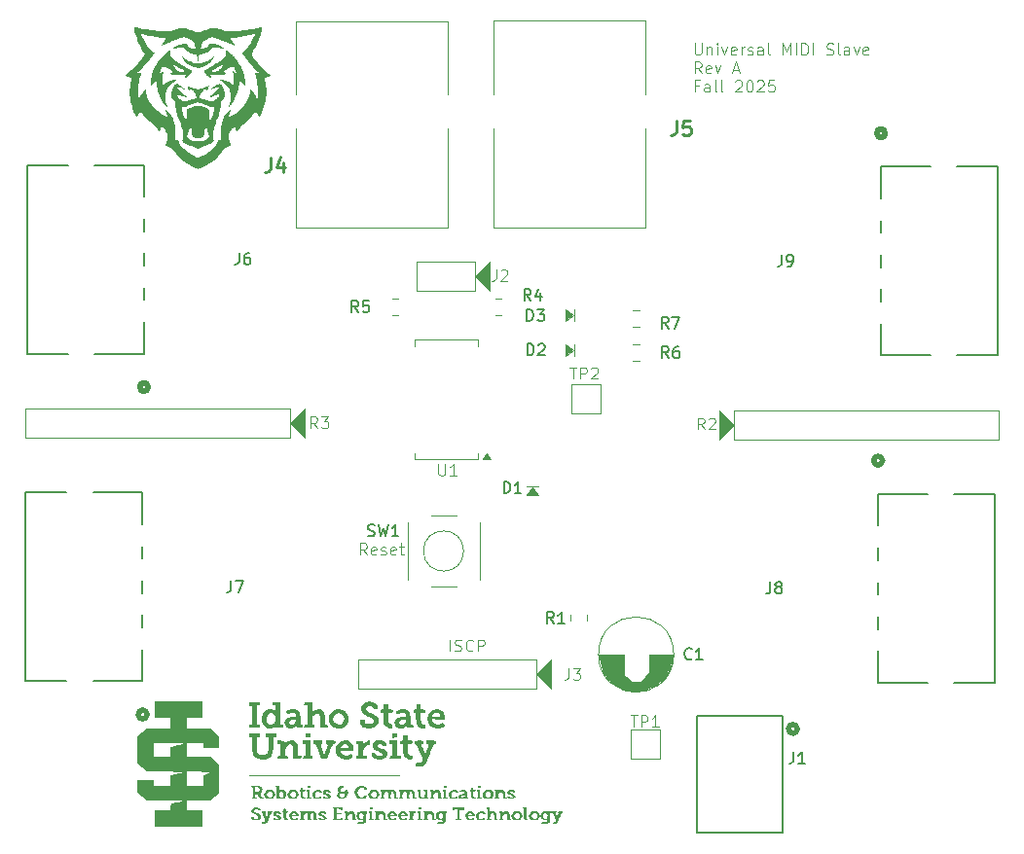
<source format=gbr>
%TF.GenerationSoftware,KiCad,Pcbnew,9.0.5*%
%TF.CreationDate,2025-11-19T11:21:45-07:00*%
%TF.ProjectId,USlave,55536c61-7665-42e6-9b69-6361645f7063,rev?*%
%TF.SameCoordinates,Original*%
%TF.FileFunction,Legend,Top*%
%TF.FilePolarity,Positive*%
%FSLAX46Y46*%
G04 Gerber Fmt 4.6, Leading zero omitted, Abs format (unit mm)*
G04 Created by KiCad (PCBNEW 9.0.5) date 2025-11-19 11:21:45*
%MOMM*%
%LPD*%
G01*
G04 APERTURE LIST*
%ADD10C,0.100000*%
%ADD11C,0.150000*%
%ADD12C,0.254000*%
%ADD13C,0.120000*%
%ADD14C,0.000000*%
%ADD15C,0.152400*%
%ADD16C,0.508000*%
G04 APERTURE END LIST*
D10*
X177575312Y-90572419D02*
X177241979Y-90096228D01*
X177003884Y-90572419D02*
X177003884Y-89572419D01*
X177003884Y-89572419D02*
X177384836Y-89572419D01*
X177384836Y-89572419D02*
X177480074Y-89620038D01*
X177480074Y-89620038D02*
X177527693Y-89667657D01*
X177527693Y-89667657D02*
X177575312Y-89762895D01*
X177575312Y-89762895D02*
X177575312Y-89905752D01*
X177575312Y-89905752D02*
X177527693Y-90000990D01*
X177527693Y-90000990D02*
X177480074Y-90048609D01*
X177480074Y-90048609D02*
X177384836Y-90096228D01*
X177384836Y-90096228D02*
X177003884Y-90096228D01*
X178384836Y-90524800D02*
X178289598Y-90572419D01*
X178289598Y-90572419D02*
X178099122Y-90572419D01*
X178099122Y-90572419D02*
X178003884Y-90524800D01*
X178003884Y-90524800D02*
X177956265Y-90429561D01*
X177956265Y-90429561D02*
X177956265Y-90048609D01*
X177956265Y-90048609D02*
X178003884Y-89953371D01*
X178003884Y-89953371D02*
X178099122Y-89905752D01*
X178099122Y-89905752D02*
X178289598Y-89905752D01*
X178289598Y-89905752D02*
X178384836Y-89953371D01*
X178384836Y-89953371D02*
X178432455Y-90048609D01*
X178432455Y-90048609D02*
X178432455Y-90143847D01*
X178432455Y-90143847D02*
X177956265Y-90239085D01*
X178813408Y-90524800D02*
X178908646Y-90572419D01*
X178908646Y-90572419D02*
X179099122Y-90572419D01*
X179099122Y-90572419D02*
X179194360Y-90524800D01*
X179194360Y-90524800D02*
X179241979Y-90429561D01*
X179241979Y-90429561D02*
X179241979Y-90381942D01*
X179241979Y-90381942D02*
X179194360Y-90286704D01*
X179194360Y-90286704D02*
X179099122Y-90239085D01*
X179099122Y-90239085D02*
X178956265Y-90239085D01*
X178956265Y-90239085D02*
X178861027Y-90191466D01*
X178861027Y-90191466D02*
X178813408Y-90096228D01*
X178813408Y-90096228D02*
X178813408Y-90048609D01*
X178813408Y-90048609D02*
X178861027Y-89953371D01*
X178861027Y-89953371D02*
X178956265Y-89905752D01*
X178956265Y-89905752D02*
X179099122Y-89905752D01*
X179099122Y-89905752D02*
X179194360Y-89953371D01*
X180051503Y-90524800D02*
X179956265Y-90572419D01*
X179956265Y-90572419D02*
X179765789Y-90572419D01*
X179765789Y-90572419D02*
X179670551Y-90524800D01*
X179670551Y-90524800D02*
X179622932Y-90429561D01*
X179622932Y-90429561D02*
X179622932Y-90048609D01*
X179622932Y-90048609D02*
X179670551Y-89953371D01*
X179670551Y-89953371D02*
X179765789Y-89905752D01*
X179765789Y-89905752D02*
X179956265Y-89905752D01*
X179956265Y-89905752D02*
X180051503Y-89953371D01*
X180051503Y-89953371D02*
X180099122Y-90048609D01*
X180099122Y-90048609D02*
X180099122Y-90143847D01*
X180099122Y-90143847D02*
X179622932Y-90239085D01*
X180384837Y-89905752D02*
X180765789Y-89905752D01*
X180527694Y-89572419D02*
X180527694Y-90429561D01*
X180527694Y-90429561D02*
X180575313Y-90524800D01*
X180575313Y-90524800D02*
X180670551Y-90572419D01*
X180670551Y-90572419D02*
X180765789Y-90572419D01*
X206103884Y-46052531D02*
X206103884Y-46862054D01*
X206103884Y-46862054D02*
X206151503Y-46957292D01*
X206151503Y-46957292D02*
X206199122Y-47004912D01*
X206199122Y-47004912D02*
X206294360Y-47052531D01*
X206294360Y-47052531D02*
X206484836Y-47052531D01*
X206484836Y-47052531D02*
X206580074Y-47004912D01*
X206580074Y-47004912D02*
X206627693Y-46957292D01*
X206627693Y-46957292D02*
X206675312Y-46862054D01*
X206675312Y-46862054D02*
X206675312Y-46052531D01*
X207151503Y-46385864D02*
X207151503Y-47052531D01*
X207151503Y-46481102D02*
X207199122Y-46433483D01*
X207199122Y-46433483D02*
X207294360Y-46385864D01*
X207294360Y-46385864D02*
X207437217Y-46385864D01*
X207437217Y-46385864D02*
X207532455Y-46433483D01*
X207532455Y-46433483D02*
X207580074Y-46528721D01*
X207580074Y-46528721D02*
X207580074Y-47052531D01*
X208056265Y-47052531D02*
X208056265Y-46385864D01*
X208056265Y-46052531D02*
X208008646Y-46100150D01*
X208008646Y-46100150D02*
X208056265Y-46147769D01*
X208056265Y-46147769D02*
X208103884Y-46100150D01*
X208103884Y-46100150D02*
X208056265Y-46052531D01*
X208056265Y-46052531D02*
X208056265Y-46147769D01*
X208437217Y-46385864D02*
X208675312Y-47052531D01*
X208675312Y-47052531D02*
X208913407Y-46385864D01*
X209675312Y-47004912D02*
X209580074Y-47052531D01*
X209580074Y-47052531D02*
X209389598Y-47052531D01*
X209389598Y-47052531D02*
X209294360Y-47004912D01*
X209294360Y-47004912D02*
X209246741Y-46909673D01*
X209246741Y-46909673D02*
X209246741Y-46528721D01*
X209246741Y-46528721D02*
X209294360Y-46433483D01*
X209294360Y-46433483D02*
X209389598Y-46385864D01*
X209389598Y-46385864D02*
X209580074Y-46385864D01*
X209580074Y-46385864D02*
X209675312Y-46433483D01*
X209675312Y-46433483D02*
X209722931Y-46528721D01*
X209722931Y-46528721D02*
X209722931Y-46623959D01*
X209722931Y-46623959D02*
X209246741Y-46719197D01*
X210151503Y-47052531D02*
X210151503Y-46385864D01*
X210151503Y-46576340D02*
X210199122Y-46481102D01*
X210199122Y-46481102D02*
X210246741Y-46433483D01*
X210246741Y-46433483D02*
X210341979Y-46385864D01*
X210341979Y-46385864D02*
X210437217Y-46385864D01*
X210722932Y-47004912D02*
X210818170Y-47052531D01*
X210818170Y-47052531D02*
X211008646Y-47052531D01*
X211008646Y-47052531D02*
X211103884Y-47004912D01*
X211103884Y-47004912D02*
X211151503Y-46909673D01*
X211151503Y-46909673D02*
X211151503Y-46862054D01*
X211151503Y-46862054D02*
X211103884Y-46766816D01*
X211103884Y-46766816D02*
X211008646Y-46719197D01*
X211008646Y-46719197D02*
X210865789Y-46719197D01*
X210865789Y-46719197D02*
X210770551Y-46671578D01*
X210770551Y-46671578D02*
X210722932Y-46576340D01*
X210722932Y-46576340D02*
X210722932Y-46528721D01*
X210722932Y-46528721D02*
X210770551Y-46433483D01*
X210770551Y-46433483D02*
X210865789Y-46385864D01*
X210865789Y-46385864D02*
X211008646Y-46385864D01*
X211008646Y-46385864D02*
X211103884Y-46433483D01*
X212008646Y-47052531D02*
X212008646Y-46528721D01*
X212008646Y-46528721D02*
X211961027Y-46433483D01*
X211961027Y-46433483D02*
X211865789Y-46385864D01*
X211865789Y-46385864D02*
X211675313Y-46385864D01*
X211675313Y-46385864D02*
X211580075Y-46433483D01*
X212008646Y-47004912D02*
X211913408Y-47052531D01*
X211913408Y-47052531D02*
X211675313Y-47052531D01*
X211675313Y-47052531D02*
X211580075Y-47004912D01*
X211580075Y-47004912D02*
X211532456Y-46909673D01*
X211532456Y-46909673D02*
X211532456Y-46814435D01*
X211532456Y-46814435D02*
X211580075Y-46719197D01*
X211580075Y-46719197D02*
X211675313Y-46671578D01*
X211675313Y-46671578D02*
X211913408Y-46671578D01*
X211913408Y-46671578D02*
X212008646Y-46623959D01*
X212627694Y-47052531D02*
X212532456Y-47004912D01*
X212532456Y-47004912D02*
X212484837Y-46909673D01*
X212484837Y-46909673D02*
X212484837Y-46052531D01*
X213770552Y-47052531D02*
X213770552Y-46052531D01*
X213770552Y-46052531D02*
X214103885Y-46766816D01*
X214103885Y-46766816D02*
X214437218Y-46052531D01*
X214437218Y-46052531D02*
X214437218Y-47052531D01*
X214913409Y-47052531D02*
X214913409Y-46052531D01*
X215389599Y-47052531D02*
X215389599Y-46052531D01*
X215389599Y-46052531D02*
X215627694Y-46052531D01*
X215627694Y-46052531D02*
X215770551Y-46100150D01*
X215770551Y-46100150D02*
X215865789Y-46195388D01*
X215865789Y-46195388D02*
X215913408Y-46290626D01*
X215913408Y-46290626D02*
X215961027Y-46481102D01*
X215961027Y-46481102D02*
X215961027Y-46623959D01*
X215961027Y-46623959D02*
X215913408Y-46814435D01*
X215913408Y-46814435D02*
X215865789Y-46909673D01*
X215865789Y-46909673D02*
X215770551Y-47004912D01*
X215770551Y-47004912D02*
X215627694Y-47052531D01*
X215627694Y-47052531D02*
X215389599Y-47052531D01*
X216389599Y-47052531D02*
X216389599Y-46052531D01*
X217580075Y-47004912D02*
X217722932Y-47052531D01*
X217722932Y-47052531D02*
X217961027Y-47052531D01*
X217961027Y-47052531D02*
X218056265Y-47004912D01*
X218056265Y-47004912D02*
X218103884Y-46957292D01*
X218103884Y-46957292D02*
X218151503Y-46862054D01*
X218151503Y-46862054D02*
X218151503Y-46766816D01*
X218151503Y-46766816D02*
X218103884Y-46671578D01*
X218103884Y-46671578D02*
X218056265Y-46623959D01*
X218056265Y-46623959D02*
X217961027Y-46576340D01*
X217961027Y-46576340D02*
X217770551Y-46528721D01*
X217770551Y-46528721D02*
X217675313Y-46481102D01*
X217675313Y-46481102D02*
X217627694Y-46433483D01*
X217627694Y-46433483D02*
X217580075Y-46338245D01*
X217580075Y-46338245D02*
X217580075Y-46243007D01*
X217580075Y-46243007D02*
X217627694Y-46147769D01*
X217627694Y-46147769D02*
X217675313Y-46100150D01*
X217675313Y-46100150D02*
X217770551Y-46052531D01*
X217770551Y-46052531D02*
X218008646Y-46052531D01*
X218008646Y-46052531D02*
X218151503Y-46100150D01*
X218722932Y-47052531D02*
X218627694Y-47004912D01*
X218627694Y-47004912D02*
X218580075Y-46909673D01*
X218580075Y-46909673D02*
X218580075Y-46052531D01*
X219532456Y-47052531D02*
X219532456Y-46528721D01*
X219532456Y-46528721D02*
X219484837Y-46433483D01*
X219484837Y-46433483D02*
X219389599Y-46385864D01*
X219389599Y-46385864D02*
X219199123Y-46385864D01*
X219199123Y-46385864D02*
X219103885Y-46433483D01*
X219532456Y-47004912D02*
X219437218Y-47052531D01*
X219437218Y-47052531D02*
X219199123Y-47052531D01*
X219199123Y-47052531D02*
X219103885Y-47004912D01*
X219103885Y-47004912D02*
X219056266Y-46909673D01*
X219056266Y-46909673D02*
X219056266Y-46814435D01*
X219056266Y-46814435D02*
X219103885Y-46719197D01*
X219103885Y-46719197D02*
X219199123Y-46671578D01*
X219199123Y-46671578D02*
X219437218Y-46671578D01*
X219437218Y-46671578D02*
X219532456Y-46623959D01*
X219913409Y-46385864D02*
X220151504Y-47052531D01*
X220151504Y-47052531D02*
X220389599Y-46385864D01*
X221151504Y-47004912D02*
X221056266Y-47052531D01*
X221056266Y-47052531D02*
X220865790Y-47052531D01*
X220865790Y-47052531D02*
X220770552Y-47004912D01*
X220770552Y-47004912D02*
X220722933Y-46909673D01*
X220722933Y-46909673D02*
X220722933Y-46528721D01*
X220722933Y-46528721D02*
X220770552Y-46433483D01*
X220770552Y-46433483D02*
X220865790Y-46385864D01*
X220865790Y-46385864D02*
X221056266Y-46385864D01*
X221056266Y-46385864D02*
X221151504Y-46433483D01*
X221151504Y-46433483D02*
X221199123Y-46528721D01*
X221199123Y-46528721D02*
X221199123Y-46623959D01*
X221199123Y-46623959D02*
X220722933Y-46719197D01*
X206675312Y-48662475D02*
X206341979Y-48186284D01*
X206103884Y-48662475D02*
X206103884Y-47662475D01*
X206103884Y-47662475D02*
X206484836Y-47662475D01*
X206484836Y-47662475D02*
X206580074Y-47710094D01*
X206580074Y-47710094D02*
X206627693Y-47757713D01*
X206627693Y-47757713D02*
X206675312Y-47852951D01*
X206675312Y-47852951D02*
X206675312Y-47995808D01*
X206675312Y-47995808D02*
X206627693Y-48091046D01*
X206627693Y-48091046D02*
X206580074Y-48138665D01*
X206580074Y-48138665D02*
X206484836Y-48186284D01*
X206484836Y-48186284D02*
X206103884Y-48186284D01*
X207484836Y-48614856D02*
X207389598Y-48662475D01*
X207389598Y-48662475D02*
X207199122Y-48662475D01*
X207199122Y-48662475D02*
X207103884Y-48614856D01*
X207103884Y-48614856D02*
X207056265Y-48519617D01*
X207056265Y-48519617D02*
X207056265Y-48138665D01*
X207056265Y-48138665D02*
X207103884Y-48043427D01*
X207103884Y-48043427D02*
X207199122Y-47995808D01*
X207199122Y-47995808D02*
X207389598Y-47995808D01*
X207389598Y-47995808D02*
X207484836Y-48043427D01*
X207484836Y-48043427D02*
X207532455Y-48138665D01*
X207532455Y-48138665D02*
X207532455Y-48233903D01*
X207532455Y-48233903D02*
X207056265Y-48329141D01*
X207865789Y-47995808D02*
X208103884Y-48662475D01*
X208103884Y-48662475D02*
X208341979Y-47995808D01*
X209437218Y-48376760D02*
X209913408Y-48376760D01*
X209341980Y-48662475D02*
X209675313Y-47662475D01*
X209675313Y-47662475D02*
X210008646Y-48662475D01*
X206437217Y-49748609D02*
X206103884Y-49748609D01*
X206103884Y-50272419D02*
X206103884Y-49272419D01*
X206103884Y-49272419D02*
X206580074Y-49272419D01*
X207389598Y-50272419D02*
X207389598Y-49748609D01*
X207389598Y-49748609D02*
X207341979Y-49653371D01*
X207341979Y-49653371D02*
X207246741Y-49605752D01*
X207246741Y-49605752D02*
X207056265Y-49605752D01*
X207056265Y-49605752D02*
X206961027Y-49653371D01*
X207389598Y-50224800D02*
X207294360Y-50272419D01*
X207294360Y-50272419D02*
X207056265Y-50272419D01*
X207056265Y-50272419D02*
X206961027Y-50224800D01*
X206961027Y-50224800D02*
X206913408Y-50129561D01*
X206913408Y-50129561D02*
X206913408Y-50034323D01*
X206913408Y-50034323D02*
X206961027Y-49939085D01*
X206961027Y-49939085D02*
X207056265Y-49891466D01*
X207056265Y-49891466D02*
X207294360Y-49891466D01*
X207294360Y-49891466D02*
X207389598Y-49843847D01*
X208008646Y-50272419D02*
X207913408Y-50224800D01*
X207913408Y-50224800D02*
X207865789Y-50129561D01*
X207865789Y-50129561D02*
X207865789Y-49272419D01*
X208532456Y-50272419D02*
X208437218Y-50224800D01*
X208437218Y-50224800D02*
X208389599Y-50129561D01*
X208389599Y-50129561D02*
X208389599Y-49272419D01*
X209627695Y-49367657D02*
X209675314Y-49320038D01*
X209675314Y-49320038D02*
X209770552Y-49272419D01*
X209770552Y-49272419D02*
X210008647Y-49272419D01*
X210008647Y-49272419D02*
X210103885Y-49320038D01*
X210103885Y-49320038D02*
X210151504Y-49367657D01*
X210151504Y-49367657D02*
X210199123Y-49462895D01*
X210199123Y-49462895D02*
X210199123Y-49558133D01*
X210199123Y-49558133D02*
X210151504Y-49700990D01*
X210151504Y-49700990D02*
X209580076Y-50272419D01*
X209580076Y-50272419D02*
X210199123Y-50272419D01*
X210818171Y-49272419D02*
X210913409Y-49272419D01*
X210913409Y-49272419D02*
X211008647Y-49320038D01*
X211008647Y-49320038D02*
X211056266Y-49367657D01*
X211056266Y-49367657D02*
X211103885Y-49462895D01*
X211103885Y-49462895D02*
X211151504Y-49653371D01*
X211151504Y-49653371D02*
X211151504Y-49891466D01*
X211151504Y-49891466D02*
X211103885Y-50081942D01*
X211103885Y-50081942D02*
X211056266Y-50177180D01*
X211056266Y-50177180D02*
X211008647Y-50224800D01*
X211008647Y-50224800D02*
X210913409Y-50272419D01*
X210913409Y-50272419D02*
X210818171Y-50272419D01*
X210818171Y-50272419D02*
X210722933Y-50224800D01*
X210722933Y-50224800D02*
X210675314Y-50177180D01*
X210675314Y-50177180D02*
X210627695Y-50081942D01*
X210627695Y-50081942D02*
X210580076Y-49891466D01*
X210580076Y-49891466D02*
X210580076Y-49653371D01*
X210580076Y-49653371D02*
X210627695Y-49462895D01*
X210627695Y-49462895D02*
X210675314Y-49367657D01*
X210675314Y-49367657D02*
X210722933Y-49320038D01*
X210722933Y-49320038D02*
X210818171Y-49272419D01*
X211532457Y-49367657D02*
X211580076Y-49320038D01*
X211580076Y-49320038D02*
X211675314Y-49272419D01*
X211675314Y-49272419D02*
X211913409Y-49272419D01*
X211913409Y-49272419D02*
X212008647Y-49320038D01*
X212008647Y-49320038D02*
X212056266Y-49367657D01*
X212056266Y-49367657D02*
X212103885Y-49462895D01*
X212103885Y-49462895D02*
X212103885Y-49558133D01*
X212103885Y-49558133D02*
X212056266Y-49700990D01*
X212056266Y-49700990D02*
X211484838Y-50272419D01*
X211484838Y-50272419D02*
X212103885Y-50272419D01*
X213008647Y-49272419D02*
X212532457Y-49272419D01*
X212532457Y-49272419D02*
X212484838Y-49748609D01*
X212484838Y-49748609D02*
X212532457Y-49700990D01*
X212532457Y-49700990D02*
X212627695Y-49653371D01*
X212627695Y-49653371D02*
X212865790Y-49653371D01*
X212865790Y-49653371D02*
X212961028Y-49700990D01*
X212961028Y-49700990D02*
X213008647Y-49748609D01*
X213008647Y-49748609D02*
X213056266Y-49843847D01*
X213056266Y-49843847D02*
X213056266Y-50081942D01*
X213056266Y-50081942D02*
X213008647Y-50177180D01*
X213008647Y-50177180D02*
X212961028Y-50224800D01*
X212961028Y-50224800D02*
X212865790Y-50272419D01*
X212865790Y-50272419D02*
X212627695Y-50272419D01*
X212627695Y-50272419D02*
X212532457Y-50224800D01*
X212532457Y-50224800D02*
X212484838Y-50177180D01*
X184803884Y-98972419D02*
X184803884Y-97972419D01*
X185232455Y-98924800D02*
X185375312Y-98972419D01*
X185375312Y-98972419D02*
X185613407Y-98972419D01*
X185613407Y-98972419D02*
X185708645Y-98924800D01*
X185708645Y-98924800D02*
X185756264Y-98877180D01*
X185756264Y-98877180D02*
X185803883Y-98781942D01*
X185803883Y-98781942D02*
X185803883Y-98686704D01*
X185803883Y-98686704D02*
X185756264Y-98591466D01*
X185756264Y-98591466D02*
X185708645Y-98543847D01*
X185708645Y-98543847D02*
X185613407Y-98496228D01*
X185613407Y-98496228D02*
X185422931Y-98448609D01*
X185422931Y-98448609D02*
X185327693Y-98400990D01*
X185327693Y-98400990D02*
X185280074Y-98353371D01*
X185280074Y-98353371D02*
X185232455Y-98258133D01*
X185232455Y-98258133D02*
X185232455Y-98162895D01*
X185232455Y-98162895D02*
X185280074Y-98067657D01*
X185280074Y-98067657D02*
X185327693Y-98020038D01*
X185327693Y-98020038D02*
X185422931Y-97972419D01*
X185422931Y-97972419D02*
X185661026Y-97972419D01*
X185661026Y-97972419D02*
X185803883Y-98020038D01*
X186803883Y-98877180D02*
X186756264Y-98924800D01*
X186756264Y-98924800D02*
X186613407Y-98972419D01*
X186613407Y-98972419D02*
X186518169Y-98972419D01*
X186518169Y-98972419D02*
X186375312Y-98924800D01*
X186375312Y-98924800D02*
X186280074Y-98829561D01*
X186280074Y-98829561D02*
X186232455Y-98734323D01*
X186232455Y-98734323D02*
X186184836Y-98543847D01*
X186184836Y-98543847D02*
X186184836Y-98400990D01*
X186184836Y-98400990D02*
X186232455Y-98210514D01*
X186232455Y-98210514D02*
X186280074Y-98115276D01*
X186280074Y-98115276D02*
X186375312Y-98020038D01*
X186375312Y-98020038D02*
X186518169Y-97972419D01*
X186518169Y-97972419D02*
X186613407Y-97972419D01*
X186613407Y-97972419D02*
X186756264Y-98020038D01*
X186756264Y-98020038D02*
X186803883Y-98067657D01*
X187232455Y-98972419D02*
X187232455Y-97972419D01*
X187232455Y-97972419D02*
X187613407Y-97972419D01*
X187613407Y-97972419D02*
X187708645Y-98020038D01*
X187708645Y-98020038D02*
X187756264Y-98067657D01*
X187756264Y-98067657D02*
X187803883Y-98162895D01*
X187803883Y-98162895D02*
X187803883Y-98305752D01*
X187803883Y-98305752D02*
X187756264Y-98400990D01*
X187756264Y-98400990D02*
X187708645Y-98448609D01*
X187708645Y-98448609D02*
X187613407Y-98496228D01*
X187613407Y-98496228D02*
X187232455Y-98496228D01*
X183803884Y-82672419D02*
X183803884Y-83481942D01*
X183803884Y-83481942D02*
X183851503Y-83577180D01*
X183851503Y-83577180D02*
X183899122Y-83624800D01*
X183899122Y-83624800D02*
X183994360Y-83672419D01*
X183994360Y-83672419D02*
X184184836Y-83672419D01*
X184184836Y-83672419D02*
X184280074Y-83624800D01*
X184280074Y-83624800D02*
X184327693Y-83577180D01*
X184327693Y-83577180D02*
X184375312Y-83481942D01*
X184375312Y-83481942D02*
X184375312Y-82672419D01*
X185375312Y-83672419D02*
X184803884Y-83672419D01*
X185089598Y-83672419D02*
X185089598Y-82672419D01*
X185089598Y-82672419D02*
X184994360Y-82815276D01*
X184994360Y-82815276D02*
X184899122Y-82910514D01*
X184899122Y-82910514D02*
X184803884Y-82958133D01*
D11*
X203833333Y-73454819D02*
X203500000Y-72978628D01*
X203261905Y-73454819D02*
X203261905Y-72454819D01*
X203261905Y-72454819D02*
X203642857Y-72454819D01*
X203642857Y-72454819D02*
X203738095Y-72502438D01*
X203738095Y-72502438D02*
X203785714Y-72550057D01*
X203785714Y-72550057D02*
X203833333Y-72645295D01*
X203833333Y-72645295D02*
X203833333Y-72788152D01*
X203833333Y-72788152D02*
X203785714Y-72883390D01*
X203785714Y-72883390D02*
X203738095Y-72931009D01*
X203738095Y-72931009D02*
X203642857Y-72978628D01*
X203642857Y-72978628D02*
X203261905Y-72978628D01*
X204690476Y-72454819D02*
X204500000Y-72454819D01*
X204500000Y-72454819D02*
X204404762Y-72502438D01*
X204404762Y-72502438D02*
X204357143Y-72550057D01*
X204357143Y-72550057D02*
X204261905Y-72692914D01*
X204261905Y-72692914D02*
X204214286Y-72883390D01*
X204214286Y-72883390D02*
X204214286Y-73264342D01*
X204214286Y-73264342D02*
X204261905Y-73359580D01*
X204261905Y-73359580D02*
X204309524Y-73407200D01*
X204309524Y-73407200D02*
X204404762Y-73454819D01*
X204404762Y-73454819D02*
X204595238Y-73454819D01*
X204595238Y-73454819D02*
X204690476Y-73407200D01*
X204690476Y-73407200D02*
X204738095Y-73359580D01*
X204738095Y-73359580D02*
X204785714Y-73264342D01*
X204785714Y-73264342D02*
X204785714Y-73026247D01*
X204785714Y-73026247D02*
X204738095Y-72931009D01*
X204738095Y-72931009D02*
X204690476Y-72883390D01*
X204690476Y-72883390D02*
X204595238Y-72835771D01*
X204595238Y-72835771D02*
X204404762Y-72835771D01*
X204404762Y-72835771D02*
X204309524Y-72883390D01*
X204309524Y-72883390D02*
X204261905Y-72931009D01*
X204261905Y-72931009D02*
X204214286Y-73026247D01*
D10*
X195126666Y-100457419D02*
X195126666Y-101171704D01*
X195126666Y-101171704D02*
X195079047Y-101314561D01*
X195079047Y-101314561D02*
X194983809Y-101409800D01*
X194983809Y-101409800D02*
X194840952Y-101457419D01*
X194840952Y-101457419D02*
X194745714Y-101457419D01*
X195507619Y-100457419D02*
X196126666Y-100457419D01*
X196126666Y-100457419D02*
X195793333Y-100838371D01*
X195793333Y-100838371D02*
X195936190Y-100838371D01*
X195936190Y-100838371D02*
X196031428Y-100885990D01*
X196031428Y-100885990D02*
X196079047Y-100933609D01*
X196079047Y-100933609D02*
X196126666Y-101028847D01*
X196126666Y-101028847D02*
X196126666Y-101266942D01*
X196126666Y-101266942D02*
X196079047Y-101362180D01*
X196079047Y-101362180D02*
X196031428Y-101409800D01*
X196031428Y-101409800D02*
X195936190Y-101457419D01*
X195936190Y-101457419D02*
X195650476Y-101457419D01*
X195650476Y-101457419D02*
X195555238Y-101409800D01*
X195555238Y-101409800D02*
X195507619Y-101362180D01*
X206933333Y-79657419D02*
X206600000Y-79181228D01*
X206361905Y-79657419D02*
X206361905Y-78657419D01*
X206361905Y-78657419D02*
X206742857Y-78657419D01*
X206742857Y-78657419D02*
X206838095Y-78705038D01*
X206838095Y-78705038D02*
X206885714Y-78752657D01*
X206885714Y-78752657D02*
X206933333Y-78847895D01*
X206933333Y-78847895D02*
X206933333Y-78990752D01*
X206933333Y-78990752D02*
X206885714Y-79085990D01*
X206885714Y-79085990D02*
X206838095Y-79133609D01*
X206838095Y-79133609D02*
X206742857Y-79181228D01*
X206742857Y-79181228D02*
X206361905Y-79181228D01*
X207314286Y-78752657D02*
X207361905Y-78705038D01*
X207361905Y-78705038D02*
X207457143Y-78657419D01*
X207457143Y-78657419D02*
X207695238Y-78657419D01*
X207695238Y-78657419D02*
X207790476Y-78705038D01*
X207790476Y-78705038D02*
X207838095Y-78752657D01*
X207838095Y-78752657D02*
X207885714Y-78847895D01*
X207885714Y-78847895D02*
X207885714Y-78943133D01*
X207885714Y-78943133D02*
X207838095Y-79085990D01*
X207838095Y-79085990D02*
X207266667Y-79657419D01*
X207266667Y-79657419D02*
X207885714Y-79657419D01*
D11*
X213666666Y-64454819D02*
X213666666Y-65169104D01*
X213666666Y-65169104D02*
X213619047Y-65311961D01*
X213619047Y-65311961D02*
X213523809Y-65407200D01*
X213523809Y-65407200D02*
X213380952Y-65454819D01*
X213380952Y-65454819D02*
X213285714Y-65454819D01*
X214190476Y-65454819D02*
X214380952Y-65454819D01*
X214380952Y-65454819D02*
X214476190Y-65407200D01*
X214476190Y-65407200D02*
X214523809Y-65359580D01*
X214523809Y-65359580D02*
X214619047Y-65216723D01*
X214619047Y-65216723D02*
X214666666Y-65026247D01*
X214666666Y-65026247D02*
X214666666Y-64645295D01*
X214666666Y-64645295D02*
X214619047Y-64550057D01*
X214619047Y-64550057D02*
X214571428Y-64502438D01*
X214571428Y-64502438D02*
X214476190Y-64454819D01*
X214476190Y-64454819D02*
X214285714Y-64454819D01*
X214285714Y-64454819D02*
X214190476Y-64502438D01*
X214190476Y-64502438D02*
X214142857Y-64550057D01*
X214142857Y-64550057D02*
X214095238Y-64645295D01*
X214095238Y-64645295D02*
X214095238Y-64883390D01*
X214095238Y-64883390D02*
X214142857Y-64978628D01*
X214142857Y-64978628D02*
X214190476Y-65026247D01*
X214190476Y-65026247D02*
X214285714Y-65073866D01*
X214285714Y-65073866D02*
X214476190Y-65073866D01*
X214476190Y-65073866D02*
X214571428Y-65026247D01*
X214571428Y-65026247D02*
X214619047Y-64978628D01*
X214619047Y-64978628D02*
X214666666Y-64883390D01*
X189483905Y-85216819D02*
X189483905Y-84216819D01*
X189483905Y-84216819D02*
X189722000Y-84216819D01*
X189722000Y-84216819D02*
X189864857Y-84264438D01*
X189864857Y-84264438D02*
X189960095Y-84359676D01*
X189960095Y-84359676D02*
X190007714Y-84454914D01*
X190007714Y-84454914D02*
X190055333Y-84645390D01*
X190055333Y-84645390D02*
X190055333Y-84788247D01*
X190055333Y-84788247D02*
X190007714Y-84978723D01*
X190007714Y-84978723D02*
X189960095Y-85073961D01*
X189960095Y-85073961D02*
X189864857Y-85169200D01*
X189864857Y-85169200D02*
X189722000Y-85216819D01*
X189722000Y-85216819D02*
X189483905Y-85216819D01*
X191007714Y-85216819D02*
X190436286Y-85216819D01*
X190722000Y-85216819D02*
X190722000Y-84216819D01*
X190722000Y-84216819D02*
X190626762Y-84359676D01*
X190626762Y-84359676D02*
X190531524Y-84454914D01*
X190531524Y-84454914D02*
X190436286Y-84502533D01*
X166466666Y-64321636D02*
X166466666Y-65035921D01*
X166466666Y-65035921D02*
X166419047Y-65178778D01*
X166419047Y-65178778D02*
X166323809Y-65274017D01*
X166323809Y-65274017D02*
X166180952Y-65321636D01*
X166180952Y-65321636D02*
X166085714Y-65321636D01*
X167371428Y-64321636D02*
X167180952Y-64321636D01*
X167180952Y-64321636D02*
X167085714Y-64369255D01*
X167085714Y-64369255D02*
X167038095Y-64416874D01*
X167038095Y-64416874D02*
X166942857Y-64559731D01*
X166942857Y-64559731D02*
X166895238Y-64750207D01*
X166895238Y-64750207D02*
X166895238Y-65131159D01*
X166895238Y-65131159D02*
X166942857Y-65226397D01*
X166942857Y-65226397D02*
X166990476Y-65274017D01*
X166990476Y-65274017D02*
X167085714Y-65321636D01*
X167085714Y-65321636D02*
X167276190Y-65321636D01*
X167276190Y-65321636D02*
X167371428Y-65274017D01*
X167371428Y-65274017D02*
X167419047Y-65226397D01*
X167419047Y-65226397D02*
X167466666Y-65131159D01*
X167466666Y-65131159D02*
X167466666Y-64893064D01*
X167466666Y-64893064D02*
X167419047Y-64797826D01*
X167419047Y-64797826D02*
X167371428Y-64750207D01*
X167371428Y-64750207D02*
X167276190Y-64702588D01*
X167276190Y-64702588D02*
X167085714Y-64702588D01*
X167085714Y-64702588D02*
X166990476Y-64750207D01*
X166990476Y-64750207D02*
X166942857Y-64797826D01*
X166942857Y-64797826D02*
X166895238Y-64893064D01*
X191531905Y-73216819D02*
X191531905Y-72216819D01*
X191531905Y-72216819D02*
X191770000Y-72216819D01*
X191770000Y-72216819D02*
X191912857Y-72264438D01*
X191912857Y-72264438D02*
X192008095Y-72359676D01*
X192008095Y-72359676D02*
X192055714Y-72454914D01*
X192055714Y-72454914D02*
X192103333Y-72645390D01*
X192103333Y-72645390D02*
X192103333Y-72788247D01*
X192103333Y-72788247D02*
X192055714Y-72978723D01*
X192055714Y-72978723D02*
X192008095Y-73073961D01*
X192008095Y-73073961D02*
X191912857Y-73169200D01*
X191912857Y-73169200D02*
X191770000Y-73216819D01*
X191770000Y-73216819D02*
X191531905Y-73216819D01*
X192484286Y-72312057D02*
X192531905Y-72264438D01*
X192531905Y-72264438D02*
X192627143Y-72216819D01*
X192627143Y-72216819D02*
X192865238Y-72216819D01*
X192865238Y-72216819D02*
X192960476Y-72264438D01*
X192960476Y-72264438D02*
X193008095Y-72312057D01*
X193008095Y-72312057D02*
X193055714Y-72407295D01*
X193055714Y-72407295D02*
X193055714Y-72502533D01*
X193055714Y-72502533D02*
X193008095Y-72645390D01*
X193008095Y-72645390D02*
X192436667Y-73216819D01*
X192436667Y-73216819D02*
X193055714Y-73216819D01*
X191833333Y-68454819D02*
X191500000Y-67978628D01*
X191261905Y-68454819D02*
X191261905Y-67454819D01*
X191261905Y-67454819D02*
X191642857Y-67454819D01*
X191642857Y-67454819D02*
X191738095Y-67502438D01*
X191738095Y-67502438D02*
X191785714Y-67550057D01*
X191785714Y-67550057D02*
X191833333Y-67645295D01*
X191833333Y-67645295D02*
X191833333Y-67788152D01*
X191833333Y-67788152D02*
X191785714Y-67883390D01*
X191785714Y-67883390D02*
X191738095Y-67931009D01*
X191738095Y-67931009D02*
X191642857Y-67978628D01*
X191642857Y-67978628D02*
X191261905Y-67978628D01*
X192690476Y-67788152D02*
X192690476Y-68454819D01*
X192452381Y-67407200D02*
X192214286Y-68121485D01*
X192214286Y-68121485D02*
X192833333Y-68121485D01*
X212666666Y-92954818D02*
X212666666Y-93669103D01*
X212666666Y-93669103D02*
X212619047Y-93811960D01*
X212619047Y-93811960D02*
X212523809Y-93907199D01*
X212523809Y-93907199D02*
X212380952Y-93954818D01*
X212380952Y-93954818D02*
X212285714Y-93954818D01*
X213285714Y-93383389D02*
X213190476Y-93335770D01*
X213190476Y-93335770D02*
X213142857Y-93288151D01*
X213142857Y-93288151D02*
X213095238Y-93192913D01*
X213095238Y-93192913D02*
X213095238Y-93145294D01*
X213095238Y-93145294D02*
X213142857Y-93050056D01*
X213142857Y-93050056D02*
X213190476Y-93002437D01*
X213190476Y-93002437D02*
X213285714Y-92954818D01*
X213285714Y-92954818D02*
X213476190Y-92954818D01*
X213476190Y-92954818D02*
X213571428Y-93002437D01*
X213571428Y-93002437D02*
X213619047Y-93050056D01*
X213619047Y-93050056D02*
X213666666Y-93145294D01*
X213666666Y-93145294D02*
X213666666Y-93192913D01*
X213666666Y-93192913D02*
X213619047Y-93288151D01*
X213619047Y-93288151D02*
X213571428Y-93335770D01*
X213571428Y-93335770D02*
X213476190Y-93383389D01*
X213476190Y-93383389D02*
X213285714Y-93383389D01*
X213285714Y-93383389D02*
X213190476Y-93431008D01*
X213190476Y-93431008D02*
X213142857Y-93478627D01*
X213142857Y-93478627D02*
X213095238Y-93573865D01*
X213095238Y-93573865D02*
X213095238Y-93764341D01*
X213095238Y-93764341D02*
X213142857Y-93859579D01*
X213142857Y-93859579D02*
X213190476Y-93907199D01*
X213190476Y-93907199D02*
X213285714Y-93954818D01*
X213285714Y-93954818D02*
X213476190Y-93954818D01*
X213476190Y-93954818D02*
X213571428Y-93907199D01*
X213571428Y-93907199D02*
X213619047Y-93859579D01*
X213619047Y-93859579D02*
X213666666Y-93764341D01*
X213666666Y-93764341D02*
X213666666Y-93573865D01*
X213666666Y-93573865D02*
X213619047Y-93478627D01*
X213619047Y-93478627D02*
X213571428Y-93431008D01*
X213571428Y-93431008D02*
X213476190Y-93383389D01*
D10*
X188806666Y-65757419D02*
X188806666Y-66471704D01*
X188806666Y-66471704D02*
X188759047Y-66614561D01*
X188759047Y-66614561D02*
X188663809Y-66709800D01*
X188663809Y-66709800D02*
X188520952Y-66757419D01*
X188520952Y-66757419D02*
X188425714Y-66757419D01*
X189235238Y-65852657D02*
X189282857Y-65805038D01*
X189282857Y-65805038D02*
X189378095Y-65757419D01*
X189378095Y-65757419D02*
X189616190Y-65757419D01*
X189616190Y-65757419D02*
X189711428Y-65805038D01*
X189711428Y-65805038D02*
X189759047Y-65852657D01*
X189759047Y-65852657D02*
X189806666Y-65947895D01*
X189806666Y-65947895D02*
X189806666Y-66043133D01*
X189806666Y-66043133D02*
X189759047Y-66185990D01*
X189759047Y-66185990D02*
X189187619Y-66757419D01*
X189187619Y-66757419D02*
X189806666Y-66757419D01*
X200538095Y-104557419D02*
X201109523Y-104557419D01*
X200823809Y-105557419D02*
X200823809Y-104557419D01*
X201442857Y-105557419D02*
X201442857Y-104557419D01*
X201442857Y-104557419D02*
X201823809Y-104557419D01*
X201823809Y-104557419D02*
X201919047Y-104605038D01*
X201919047Y-104605038D02*
X201966666Y-104652657D01*
X201966666Y-104652657D02*
X202014285Y-104747895D01*
X202014285Y-104747895D02*
X202014285Y-104890752D01*
X202014285Y-104890752D02*
X201966666Y-104985990D01*
X201966666Y-104985990D02*
X201919047Y-105033609D01*
X201919047Y-105033609D02*
X201823809Y-105081228D01*
X201823809Y-105081228D02*
X201442857Y-105081228D01*
X202966666Y-105557419D02*
X202395238Y-105557419D01*
X202680952Y-105557419D02*
X202680952Y-104557419D01*
X202680952Y-104557419D02*
X202585714Y-104700276D01*
X202585714Y-104700276D02*
X202490476Y-104795514D01*
X202490476Y-104795514D02*
X202395238Y-104843133D01*
D11*
X165766666Y-92821635D02*
X165766666Y-93535920D01*
X165766666Y-93535920D02*
X165719047Y-93678777D01*
X165719047Y-93678777D02*
X165623809Y-93774016D01*
X165623809Y-93774016D02*
X165480952Y-93821635D01*
X165480952Y-93821635D02*
X165385714Y-93821635D01*
X166147619Y-92821635D02*
X166814285Y-92821635D01*
X166814285Y-92821635D02*
X166385714Y-93821635D01*
X193833333Y-96554819D02*
X193500000Y-96078628D01*
X193261905Y-96554819D02*
X193261905Y-95554819D01*
X193261905Y-95554819D02*
X193642857Y-95554819D01*
X193642857Y-95554819D02*
X193738095Y-95602438D01*
X193738095Y-95602438D02*
X193785714Y-95650057D01*
X193785714Y-95650057D02*
X193833333Y-95745295D01*
X193833333Y-95745295D02*
X193833333Y-95888152D01*
X193833333Y-95888152D02*
X193785714Y-95983390D01*
X193785714Y-95983390D02*
X193738095Y-96031009D01*
X193738095Y-96031009D02*
X193642857Y-96078628D01*
X193642857Y-96078628D02*
X193261905Y-96078628D01*
X194785714Y-96554819D02*
X194214286Y-96554819D01*
X194500000Y-96554819D02*
X194500000Y-95554819D01*
X194500000Y-95554819D02*
X194404762Y-95697676D01*
X194404762Y-95697676D02*
X194309524Y-95792914D01*
X194309524Y-95792914D02*
X194214286Y-95840533D01*
X214684666Y-107754819D02*
X214684666Y-108469104D01*
X214684666Y-108469104D02*
X214637047Y-108611961D01*
X214637047Y-108611961D02*
X214541809Y-108707200D01*
X214541809Y-108707200D02*
X214398952Y-108754819D01*
X214398952Y-108754819D02*
X214303714Y-108754819D01*
X215684666Y-108754819D02*
X215113238Y-108754819D01*
X215398952Y-108754819D02*
X215398952Y-107754819D01*
X215398952Y-107754819D02*
X215303714Y-107897676D01*
X215303714Y-107897676D02*
X215208476Y-107992914D01*
X215208476Y-107992914D02*
X215113238Y-108040533D01*
D12*
X204476667Y-52783195D02*
X204476667Y-53690338D01*
X204476667Y-53690338D02*
X204416190Y-53871766D01*
X204416190Y-53871766D02*
X204295238Y-53992719D01*
X204295238Y-53992719D02*
X204113809Y-54053195D01*
X204113809Y-54053195D02*
X203992857Y-54053195D01*
X205686190Y-52783195D02*
X205081428Y-52783195D01*
X205081428Y-52783195D02*
X205020952Y-53387957D01*
X205020952Y-53387957D02*
X205081428Y-53327480D01*
X205081428Y-53327480D02*
X205202381Y-53267004D01*
X205202381Y-53267004D02*
X205504762Y-53267004D01*
X205504762Y-53267004D02*
X205625714Y-53327480D01*
X205625714Y-53327480D02*
X205686190Y-53387957D01*
X205686190Y-53387957D02*
X205746667Y-53508909D01*
X205746667Y-53508909D02*
X205746667Y-53811290D01*
X205746667Y-53811290D02*
X205686190Y-53932242D01*
X205686190Y-53932242D02*
X205625714Y-53992719D01*
X205625714Y-53992719D02*
X205504762Y-54053195D01*
X205504762Y-54053195D02*
X205202381Y-54053195D01*
X205202381Y-54053195D02*
X205081428Y-53992719D01*
X205081428Y-53992719D02*
X205020952Y-53932242D01*
D11*
X203795833Y-70864819D02*
X203462500Y-70388628D01*
X203224405Y-70864819D02*
X203224405Y-69864819D01*
X203224405Y-69864819D02*
X203605357Y-69864819D01*
X203605357Y-69864819D02*
X203700595Y-69912438D01*
X203700595Y-69912438D02*
X203748214Y-69960057D01*
X203748214Y-69960057D02*
X203795833Y-70055295D01*
X203795833Y-70055295D02*
X203795833Y-70198152D01*
X203795833Y-70198152D02*
X203748214Y-70293390D01*
X203748214Y-70293390D02*
X203700595Y-70341009D01*
X203700595Y-70341009D02*
X203605357Y-70388628D01*
X203605357Y-70388628D02*
X203224405Y-70388628D01*
X204129167Y-69864819D02*
X204795833Y-69864819D01*
X204795833Y-69864819D02*
X204367262Y-70864819D01*
D12*
X169176667Y-56004318D02*
X169176667Y-56911461D01*
X169176667Y-56911461D02*
X169116190Y-57092889D01*
X169116190Y-57092889D02*
X168995238Y-57213842D01*
X168995238Y-57213842D02*
X168813809Y-57274318D01*
X168813809Y-57274318D02*
X168692857Y-57274318D01*
X170325714Y-56427651D02*
X170325714Y-57274318D01*
X170023333Y-55943842D02*
X169720952Y-56850984D01*
X169720952Y-56850984D02*
X170507143Y-56850984D01*
D10*
X173273333Y-79557419D02*
X172940000Y-79081228D01*
X172701905Y-79557419D02*
X172701905Y-78557419D01*
X172701905Y-78557419D02*
X173082857Y-78557419D01*
X173082857Y-78557419D02*
X173178095Y-78605038D01*
X173178095Y-78605038D02*
X173225714Y-78652657D01*
X173225714Y-78652657D02*
X173273333Y-78747895D01*
X173273333Y-78747895D02*
X173273333Y-78890752D01*
X173273333Y-78890752D02*
X173225714Y-78985990D01*
X173225714Y-78985990D02*
X173178095Y-79033609D01*
X173178095Y-79033609D02*
X173082857Y-79081228D01*
X173082857Y-79081228D02*
X172701905Y-79081228D01*
X173606667Y-78557419D02*
X174225714Y-78557419D01*
X174225714Y-78557419D02*
X173892381Y-78938371D01*
X173892381Y-78938371D02*
X174035238Y-78938371D01*
X174035238Y-78938371D02*
X174130476Y-78985990D01*
X174130476Y-78985990D02*
X174178095Y-79033609D01*
X174178095Y-79033609D02*
X174225714Y-79128847D01*
X174225714Y-79128847D02*
X174225714Y-79366942D01*
X174225714Y-79366942D02*
X174178095Y-79462180D01*
X174178095Y-79462180D02*
X174130476Y-79509800D01*
X174130476Y-79509800D02*
X174035238Y-79557419D01*
X174035238Y-79557419D02*
X173749524Y-79557419D01*
X173749524Y-79557419D02*
X173654286Y-79509800D01*
X173654286Y-79509800D02*
X173606667Y-79462180D01*
D11*
X177666667Y-88907200D02*
X177809524Y-88954819D01*
X177809524Y-88954819D02*
X178047619Y-88954819D01*
X178047619Y-88954819D02*
X178142857Y-88907200D01*
X178142857Y-88907200D02*
X178190476Y-88859580D01*
X178190476Y-88859580D02*
X178238095Y-88764342D01*
X178238095Y-88764342D02*
X178238095Y-88669104D01*
X178238095Y-88669104D02*
X178190476Y-88573866D01*
X178190476Y-88573866D02*
X178142857Y-88526247D01*
X178142857Y-88526247D02*
X178047619Y-88478628D01*
X178047619Y-88478628D02*
X177857143Y-88431009D01*
X177857143Y-88431009D02*
X177761905Y-88383390D01*
X177761905Y-88383390D02*
X177714286Y-88335771D01*
X177714286Y-88335771D02*
X177666667Y-88240533D01*
X177666667Y-88240533D02*
X177666667Y-88145295D01*
X177666667Y-88145295D02*
X177714286Y-88050057D01*
X177714286Y-88050057D02*
X177761905Y-88002438D01*
X177761905Y-88002438D02*
X177857143Y-87954819D01*
X177857143Y-87954819D02*
X178095238Y-87954819D01*
X178095238Y-87954819D02*
X178238095Y-88002438D01*
X178571429Y-87954819D02*
X178809524Y-88954819D01*
X178809524Y-88954819D02*
X179000000Y-88240533D01*
X179000000Y-88240533D02*
X179190476Y-88954819D01*
X179190476Y-88954819D02*
X179428572Y-87954819D01*
X180333333Y-88954819D02*
X179761905Y-88954819D01*
X180047619Y-88954819D02*
X180047619Y-87954819D01*
X180047619Y-87954819D02*
X179952381Y-88097676D01*
X179952381Y-88097676D02*
X179857143Y-88192914D01*
X179857143Y-88192914D02*
X179761905Y-88240533D01*
X176833333Y-69454819D02*
X176500000Y-68978628D01*
X176261905Y-69454819D02*
X176261905Y-68454819D01*
X176261905Y-68454819D02*
X176642857Y-68454819D01*
X176642857Y-68454819D02*
X176738095Y-68502438D01*
X176738095Y-68502438D02*
X176785714Y-68550057D01*
X176785714Y-68550057D02*
X176833333Y-68645295D01*
X176833333Y-68645295D02*
X176833333Y-68788152D01*
X176833333Y-68788152D02*
X176785714Y-68883390D01*
X176785714Y-68883390D02*
X176738095Y-68931009D01*
X176738095Y-68931009D02*
X176642857Y-68978628D01*
X176642857Y-68978628D02*
X176261905Y-68978628D01*
X177738095Y-68454819D02*
X177261905Y-68454819D01*
X177261905Y-68454819D02*
X177214286Y-68931009D01*
X177214286Y-68931009D02*
X177261905Y-68883390D01*
X177261905Y-68883390D02*
X177357143Y-68835771D01*
X177357143Y-68835771D02*
X177595238Y-68835771D01*
X177595238Y-68835771D02*
X177690476Y-68883390D01*
X177690476Y-68883390D02*
X177738095Y-68931009D01*
X177738095Y-68931009D02*
X177785714Y-69026247D01*
X177785714Y-69026247D02*
X177785714Y-69264342D01*
X177785714Y-69264342D02*
X177738095Y-69359580D01*
X177738095Y-69359580D02*
X177690476Y-69407200D01*
X177690476Y-69407200D02*
X177595238Y-69454819D01*
X177595238Y-69454819D02*
X177357143Y-69454819D01*
X177357143Y-69454819D02*
X177261905Y-69407200D01*
X177261905Y-69407200D02*
X177214286Y-69359580D01*
D10*
X195238095Y-74257419D02*
X195809523Y-74257419D01*
X195523809Y-75257419D02*
X195523809Y-74257419D01*
X196142857Y-75257419D02*
X196142857Y-74257419D01*
X196142857Y-74257419D02*
X196523809Y-74257419D01*
X196523809Y-74257419D02*
X196619047Y-74305038D01*
X196619047Y-74305038D02*
X196666666Y-74352657D01*
X196666666Y-74352657D02*
X196714285Y-74447895D01*
X196714285Y-74447895D02*
X196714285Y-74590752D01*
X196714285Y-74590752D02*
X196666666Y-74685990D01*
X196666666Y-74685990D02*
X196619047Y-74733609D01*
X196619047Y-74733609D02*
X196523809Y-74781228D01*
X196523809Y-74781228D02*
X196142857Y-74781228D01*
X197095238Y-74352657D02*
X197142857Y-74305038D01*
X197142857Y-74305038D02*
X197238095Y-74257419D01*
X197238095Y-74257419D02*
X197476190Y-74257419D01*
X197476190Y-74257419D02*
X197571428Y-74305038D01*
X197571428Y-74305038D02*
X197619047Y-74352657D01*
X197619047Y-74352657D02*
X197666666Y-74447895D01*
X197666666Y-74447895D02*
X197666666Y-74543133D01*
X197666666Y-74543133D02*
X197619047Y-74685990D01*
X197619047Y-74685990D02*
X197047619Y-75257419D01*
X197047619Y-75257419D02*
X197666666Y-75257419D01*
D11*
X191499905Y-70216819D02*
X191499905Y-69216819D01*
X191499905Y-69216819D02*
X191738000Y-69216819D01*
X191738000Y-69216819D02*
X191880857Y-69264438D01*
X191880857Y-69264438D02*
X191976095Y-69359676D01*
X191976095Y-69359676D02*
X192023714Y-69454914D01*
X192023714Y-69454914D02*
X192071333Y-69645390D01*
X192071333Y-69645390D02*
X192071333Y-69788247D01*
X192071333Y-69788247D02*
X192023714Y-69978723D01*
X192023714Y-69978723D02*
X191976095Y-70073961D01*
X191976095Y-70073961D02*
X191880857Y-70169200D01*
X191880857Y-70169200D02*
X191738000Y-70216819D01*
X191738000Y-70216819D02*
X191499905Y-70216819D01*
X192404667Y-69216819D02*
X193023714Y-69216819D01*
X193023714Y-69216819D02*
X192690381Y-69597771D01*
X192690381Y-69597771D02*
X192833238Y-69597771D01*
X192833238Y-69597771D02*
X192928476Y-69645390D01*
X192928476Y-69645390D02*
X192976095Y-69693009D01*
X192976095Y-69693009D02*
X193023714Y-69788247D01*
X193023714Y-69788247D02*
X193023714Y-70026342D01*
X193023714Y-70026342D02*
X192976095Y-70121580D01*
X192976095Y-70121580D02*
X192928476Y-70169200D01*
X192928476Y-70169200D02*
X192833238Y-70216819D01*
X192833238Y-70216819D02*
X192547524Y-70216819D01*
X192547524Y-70216819D02*
X192452286Y-70169200D01*
X192452286Y-70169200D02*
X192404667Y-70121580D01*
X205833333Y-99609580D02*
X205785714Y-99657200D01*
X205785714Y-99657200D02*
X205642857Y-99704819D01*
X205642857Y-99704819D02*
X205547619Y-99704819D01*
X205547619Y-99704819D02*
X205404762Y-99657200D01*
X205404762Y-99657200D02*
X205309524Y-99561961D01*
X205309524Y-99561961D02*
X205261905Y-99466723D01*
X205261905Y-99466723D02*
X205214286Y-99276247D01*
X205214286Y-99276247D02*
X205214286Y-99133390D01*
X205214286Y-99133390D02*
X205261905Y-98942914D01*
X205261905Y-98942914D02*
X205309524Y-98847676D01*
X205309524Y-98847676D02*
X205404762Y-98752438D01*
X205404762Y-98752438D02*
X205547619Y-98704819D01*
X205547619Y-98704819D02*
X205642857Y-98704819D01*
X205642857Y-98704819D02*
X205785714Y-98752438D01*
X205785714Y-98752438D02*
X205833333Y-98800057D01*
X206785714Y-99704819D02*
X206214286Y-99704819D01*
X206500000Y-99704819D02*
X206500000Y-98704819D01*
X206500000Y-98704819D02*
X206404762Y-98847676D01*
X206404762Y-98847676D02*
X206309524Y-98942914D01*
X206309524Y-98942914D02*
X206214286Y-98990533D01*
D13*
%TO.C,R6*%
X200738748Y-72265000D02*
X201261252Y-72265000D01*
X200738748Y-73735000D02*
X201261252Y-73735000D01*
D10*
%TO.C,J3*%
X176856000Y-99730000D02*
X176856000Y-102270000D01*
X192350000Y-99730000D02*
X176856000Y-99730000D01*
X192350000Y-102270000D02*
X176856000Y-102270000D01*
X192350000Y-102270000D02*
X192350000Y-99730000D01*
X193620000Y-102270000D02*
X192350000Y-101000000D01*
X193620000Y-99730000D01*
X193620000Y-102270000D01*
G36*
X193620000Y-102270000D02*
G01*
X192350000Y-101000000D01*
X193620000Y-99730000D01*
X193620000Y-102270000D01*
G37*
D14*
%TO.C,G\u002A\u002A\u002A*%
G36*
X164282380Y-47190997D02*
G01*
X164283428Y-47202434D01*
X164277412Y-47225247D01*
X164265445Y-47257042D01*
X164248640Y-47295424D01*
X164228108Y-47337999D01*
X164204962Y-47382371D01*
X164180316Y-47426148D01*
X164155281Y-47466933D01*
X164151422Y-47472856D01*
X164061279Y-47595512D01*
X163958644Y-47708598D01*
X163844164Y-47811702D01*
X163718485Y-47904412D01*
X163582253Y-47986318D01*
X163436114Y-48057009D01*
X163280713Y-48116072D01*
X163116698Y-48163098D01*
X163040132Y-48180247D01*
X162981881Y-48191447D01*
X162935736Y-48198393D01*
X162898443Y-48201356D01*
X162866746Y-48200608D01*
X162839943Y-48196915D01*
X162658432Y-48155890D01*
X162488424Y-48103887D01*
X162329967Y-48040932D01*
X162183105Y-47967055D01*
X162047886Y-47882282D01*
X161924355Y-47786643D01*
X161812558Y-47680164D01*
X161712541Y-47562875D01*
X161648577Y-47472856D01*
X161623582Y-47432751D01*
X161598802Y-47389283D01*
X161575349Y-47344846D01*
X161554338Y-47301834D01*
X161536879Y-47262643D01*
X161524086Y-47229665D01*
X161517071Y-47205297D01*
X161516947Y-47191933D01*
X161517619Y-47190997D01*
X161525172Y-47193865D01*
X161541178Y-47205511D01*
X161562541Y-47223622D01*
X161568464Y-47228988D01*
X161660191Y-47306439D01*
X161765075Y-47383231D01*
X161880450Y-47458036D01*
X162003654Y-47529524D01*
X162132020Y-47596366D01*
X162262885Y-47657232D01*
X162393584Y-47710794D01*
X162521453Y-47755721D01*
X162643826Y-47790685D01*
X162733300Y-47810104D01*
X162807140Y-47819544D01*
X162888913Y-47823203D01*
X162971617Y-47821080D01*
X163048248Y-47813176D01*
X163066699Y-47810104D01*
X163183316Y-47783787D01*
X163307622Y-47746507D01*
X163436925Y-47699494D01*
X163568529Y-47643978D01*
X163699739Y-47581187D01*
X163827863Y-47512351D01*
X163950206Y-47438701D01*
X164064074Y-47361465D01*
X164087668Y-47344153D01*
X164126614Y-47314587D01*
X164165321Y-47284225D01*
X164199886Y-47256192D01*
X164226405Y-47233611D01*
X164231535Y-47228988D01*
X164253767Y-47209600D01*
X164271431Y-47196089D01*
X164281430Y-47190767D01*
X164282380Y-47190997D01*
G37*
G36*
X160463996Y-46642982D02*
G01*
X160462526Y-46661251D01*
X160462357Y-46662090D01*
X160447880Y-46762228D01*
X160447212Y-46857483D01*
X160460571Y-46951440D01*
X160484999Y-47038545D01*
X160509723Y-47102228D01*
X160539720Y-47162327D01*
X160576175Y-47220135D01*
X160620274Y-47276948D01*
X160673204Y-47334059D01*
X160736151Y-47392764D01*
X160810300Y-47454356D01*
X160896838Y-47520129D01*
X160982187Y-47581106D01*
X161071987Y-47642423D01*
X161174426Y-47709907D01*
X161287833Y-47782545D01*
X161410531Y-47859322D01*
X161540847Y-47939225D01*
X161677107Y-48021240D01*
X161817635Y-48104353D01*
X161960759Y-48187551D01*
X162104802Y-48269819D01*
X162248092Y-48350145D01*
X162297224Y-48377319D01*
X162395110Y-48431263D01*
X162384458Y-48456536D01*
X162375485Y-48475007D01*
X162360837Y-48502248D01*
X162343180Y-48533359D01*
X162336798Y-48544228D01*
X162261747Y-48656281D01*
X162173198Y-48763077D01*
X162073375Y-48862412D01*
X161964500Y-48952083D01*
X161848798Y-49029885D01*
X161843736Y-49032912D01*
X161806445Y-49054107D01*
X161770400Y-49072850D01*
X161738402Y-49087865D01*
X161713257Y-49097874D01*
X161697766Y-49101600D01*
X161694614Y-49100814D01*
X161696887Y-49092832D01*
X161706343Y-49075021D01*
X161721130Y-49050777D01*
X161726319Y-49042770D01*
X161747009Y-49008598D01*
X161766975Y-48971197D01*
X161781818Y-48938842D01*
X161792604Y-48908816D01*
X161802647Y-48875516D01*
X161811040Y-48842765D01*
X161816879Y-48814384D01*
X161819255Y-48794197D01*
X161817961Y-48786415D01*
X161808963Y-48786419D01*
X161787707Y-48789580D01*
X161757510Y-48795334D01*
X161726738Y-48801965D01*
X161665144Y-48815485D01*
X161611008Y-48826254D01*
X161561192Y-48834573D01*
X161512555Y-48840743D01*
X161461958Y-48845065D01*
X161406261Y-48847842D01*
X161342325Y-48849374D01*
X161267010Y-48849963D01*
X161226418Y-48849999D01*
X161142695Y-48849615D01*
X161071804Y-48848369D01*
X161010572Y-48845957D01*
X160955827Y-48842078D01*
X160904395Y-48836430D01*
X160853103Y-48828711D01*
X160798778Y-48818618D01*
X160738247Y-48805848D01*
X160719646Y-48801728D01*
X160670436Y-48789822D01*
X160619807Y-48775973D01*
X160571066Y-48761238D01*
X160527517Y-48746674D01*
X160492466Y-48733340D01*
X160469217Y-48722293D01*
X160466860Y-48720838D01*
X160459232Y-48715317D01*
X160456632Y-48709988D01*
X160460765Y-48702988D01*
X160473334Y-48692452D01*
X160496042Y-48676519D01*
X160525407Y-48656792D01*
X160586041Y-48614056D01*
X160631755Y-48576924D01*
X160662531Y-48545413D01*
X160678354Y-48519538D01*
X160680518Y-48504734D01*
X160671744Y-48485996D01*
X160649909Y-48461397D01*
X160616431Y-48431924D01*
X160572729Y-48398561D01*
X160520220Y-48362294D01*
X160460321Y-48324109D01*
X160394451Y-48284992D01*
X160324027Y-48245929D01*
X160261506Y-48213432D01*
X160164807Y-48167547D01*
X160079026Y-48132896D01*
X160003737Y-48109403D01*
X159938516Y-48096996D01*
X159882939Y-48095601D01*
X159836579Y-48105145D01*
X159799014Y-48125553D01*
X159791455Y-48131883D01*
X159756413Y-48169645D01*
X159718698Y-48221513D01*
X159679136Y-48285964D01*
X159638550Y-48361474D01*
X159597767Y-48446520D01*
X159557610Y-48539580D01*
X159523801Y-48625945D01*
X159512200Y-48657521D01*
X159503096Y-48683324D01*
X159497732Y-48699782D01*
X159496823Y-48703622D01*
X159502659Y-48701639D01*
X159518345Y-48691662D01*
X159541093Y-48675535D01*
X159554839Y-48665290D01*
X159590395Y-48641092D01*
X159636792Y-48613464D01*
X159689866Y-48584576D01*
X159745452Y-48556598D01*
X159799388Y-48531699D01*
X159847508Y-48512051D01*
X159852101Y-48510364D01*
X159899127Y-48493310D01*
X159894693Y-48511582D01*
X159890306Y-48526576D01*
X159881964Y-48552610D01*
X159870996Y-48585606D01*
X159862268Y-48611236D01*
X159839146Y-48685252D01*
X159819252Y-48764336D01*
X159801716Y-48852305D01*
X159787820Y-48938240D01*
X159783054Y-48979425D01*
X159779266Y-49030462D01*
X159776426Y-49089385D01*
X159774502Y-49154226D01*
X159773464Y-49223017D01*
X159773280Y-49293793D01*
X159773920Y-49364585D01*
X159775353Y-49433427D01*
X159777548Y-49498350D01*
X159780475Y-49557389D01*
X159784101Y-49608576D01*
X159788397Y-49649943D01*
X159793332Y-49679523D01*
X159798874Y-49695350D01*
X159799722Y-49696383D01*
X159807655Y-49693819D01*
X159825066Y-49682712D01*
X159849254Y-49664918D01*
X159873139Y-49645911D01*
X160002721Y-49548583D01*
X160138098Y-49464355D01*
X160278059Y-49393713D01*
X160421392Y-49337143D01*
X160566883Y-49295133D01*
X160713320Y-49268167D01*
X160842055Y-49257267D01*
X160887307Y-49256112D01*
X160928941Y-49256016D01*
X160963385Y-49256917D01*
X160987067Y-49258753D01*
X160993410Y-49259906D01*
X161020647Y-49267160D01*
X160937357Y-49313828D01*
X160828115Y-49378491D01*
X160730279Y-49444202D01*
X160639397Y-49514253D01*
X160551019Y-49591937D01*
X160514910Y-49626334D01*
X160410665Y-49736232D01*
X160321275Y-49849141D01*
X160245635Y-49966767D01*
X160182639Y-50090812D01*
X160135114Y-50211443D01*
X160093407Y-50356223D01*
X160065741Y-50507326D01*
X160052053Y-50663487D01*
X160052280Y-50823441D01*
X160066359Y-50985922D01*
X160094229Y-51149665D01*
X160135825Y-51313405D01*
X160191087Y-51475877D01*
X160198692Y-51495376D01*
X160212231Y-51530511D01*
X160222878Y-51559893D01*
X160229602Y-51580546D01*
X160231372Y-51589492D01*
X160231311Y-51589579D01*
X160224966Y-51585189D01*
X160209322Y-51570977D01*
X160186173Y-51548672D01*
X160157312Y-51520003D01*
X160124563Y-51486726D01*
X160086559Y-51446994D01*
X160047923Y-51405350D01*
X160011923Y-51365402D01*
X159981829Y-51330759D01*
X159966733Y-51312484D01*
X159849520Y-51153415D01*
X159742557Y-50982585D01*
X159646162Y-50800793D01*
X159560651Y-50608840D01*
X159486341Y-50407525D01*
X159423547Y-50197648D01*
X159372588Y-49980009D01*
X159333779Y-49755409D01*
X159325078Y-49690952D01*
X159320363Y-49649774D01*
X159315396Y-49599586D01*
X159310472Y-49544159D01*
X159305886Y-49487260D01*
X159301931Y-49432660D01*
X159298903Y-49384127D01*
X159297096Y-49345430D01*
X159296719Y-49328140D01*
X159296595Y-49301646D01*
X159249457Y-49326770D01*
X159197287Y-49359144D01*
X159139218Y-49403189D01*
X159077503Y-49456793D01*
X159014396Y-49517843D01*
X158952151Y-49584225D01*
X158893022Y-49653827D01*
X158871480Y-49681145D01*
X158848310Y-49710551D01*
X158828140Y-49734963D01*
X158813235Y-49751719D01*
X158806082Y-49758095D01*
X158803549Y-49751535D01*
X158801835Y-49731103D01*
X158800886Y-49698920D01*
X158800648Y-49657104D01*
X158801066Y-49607777D01*
X158802086Y-49553057D01*
X158803653Y-49495064D01*
X158805712Y-49435918D01*
X158808209Y-49377739D01*
X158811090Y-49322647D01*
X158814299Y-49272762D01*
X158817782Y-49230202D01*
X158820283Y-49206494D01*
X158855053Y-48977995D01*
X158904068Y-48755674D01*
X158967524Y-48539085D01*
X159045619Y-48327782D01*
X159138550Y-48121321D01*
X159246515Y-47919257D01*
X159270703Y-47880359D01*
X160732167Y-47880359D01*
X160734320Y-47888497D01*
X160743309Y-47907601D01*
X160757731Y-47934905D01*
X160776184Y-47967640D01*
X160778156Y-47971036D01*
X160847926Y-48085456D01*
X160915547Y-48184933D01*
X160981881Y-48270252D01*
X161047785Y-48342201D01*
X161114120Y-48401565D01*
X161181744Y-48449131D01*
X161251517Y-48485686D01*
X161324298Y-48512015D01*
X161384675Y-48526138D01*
X161419466Y-48529744D01*
X161464596Y-48530559D01*
X161514679Y-48528847D01*
X161564332Y-48524870D01*
X161608171Y-48518892D01*
X161630800Y-48514108D01*
X161672363Y-48502473D01*
X161707042Y-48491011D01*
X161732283Y-48480694D01*
X161745534Y-48472496D01*
X161746910Y-48469893D01*
X161740176Y-48462728D01*
X161720861Y-48448583D01*
X161690295Y-48428231D01*
X161649808Y-48402444D01*
X161600728Y-48371994D01*
X161544386Y-48337654D01*
X161482113Y-48300197D01*
X161415236Y-48260395D01*
X161345087Y-48219021D01*
X161272994Y-48176847D01*
X161200288Y-48134646D01*
X161128299Y-48093190D01*
X161058356Y-48053251D01*
X160991788Y-48015604D01*
X160929926Y-47981019D01*
X160874100Y-47950269D01*
X160825639Y-47924128D01*
X160785872Y-47903367D01*
X160756130Y-47888759D01*
X160737743Y-47881077D01*
X160732167Y-47880359D01*
X159270703Y-47880359D01*
X159369710Y-47721144D01*
X159508332Y-47526536D01*
X159634064Y-47368769D01*
X159704162Y-47288483D01*
X159784576Y-47202556D01*
X159872165Y-47114035D01*
X159963790Y-47025966D01*
X160056310Y-46941392D01*
X160146586Y-46863361D01*
X160201450Y-46818487D01*
X160236379Y-46791222D01*
X160274996Y-46762063D01*
X160315047Y-46732600D01*
X160354279Y-46704427D01*
X160390439Y-46679135D01*
X160421273Y-46658316D01*
X160444528Y-46643562D01*
X160457950Y-46636464D01*
X160459677Y-46636065D01*
X160463996Y-46642982D01*
G37*
G36*
X165346987Y-46639542D02*
G01*
X165366961Y-46650217D01*
X165396071Y-46668842D01*
X165432752Y-46694244D01*
X165475437Y-46725249D01*
X165522563Y-46760683D01*
X165572564Y-46799373D01*
X165623876Y-46840145D01*
X165674933Y-46881825D01*
X165724170Y-46923239D01*
X165762704Y-46956721D01*
X165810445Y-47000298D01*
X165864948Y-47052349D01*
X165923407Y-47110003D01*
X165983011Y-47170391D01*
X166040953Y-47230643D01*
X166094425Y-47287889D01*
X166140617Y-47339259D01*
X166165935Y-47368769D01*
X166317098Y-47560373D01*
X166452660Y-47754931D01*
X166572851Y-47952959D01*
X166677898Y-48154974D01*
X166768029Y-48361492D01*
X166843473Y-48573029D01*
X166904457Y-48790100D01*
X166951210Y-49013222D01*
X166980228Y-49210498D01*
X166983785Y-49246233D01*
X166987106Y-49290829D01*
X166990139Y-49342156D01*
X166992830Y-49398083D01*
X166995126Y-49456478D01*
X166996974Y-49515211D01*
X166998321Y-49572152D01*
X166999113Y-49625169D01*
X166999297Y-49672131D01*
X166998819Y-49710908D01*
X166997627Y-49739369D01*
X166995668Y-49755383D01*
X166993917Y-49758095D01*
X166985935Y-49750847D01*
X166970586Y-49733466D01*
X166950131Y-49708615D01*
X166928519Y-49681145D01*
X166871758Y-49611533D01*
X166810977Y-49544165D01*
X166748432Y-49481159D01*
X166686376Y-49424629D01*
X166627065Y-49376693D01*
X166572754Y-49339467D01*
X166551426Y-49327241D01*
X166505174Y-49302589D01*
X166499882Y-49400679D01*
X166480611Y-49635661D01*
X166448613Y-49864601D01*
X166404131Y-50086799D01*
X166347409Y-50301554D01*
X166278690Y-50508167D01*
X166198217Y-50705937D01*
X166106234Y-50894164D01*
X166002983Y-51072148D01*
X165888710Y-51239189D01*
X165837977Y-51305295D01*
X165815361Y-51332691D01*
X165787350Y-51364930D01*
X165755610Y-51400275D01*
X165721806Y-51436987D01*
X165687604Y-51473328D01*
X165654670Y-51507559D01*
X165624670Y-51537944D01*
X165599268Y-51562743D01*
X165580131Y-51580218D01*
X165568923Y-51588631D01*
X165566680Y-51588410D01*
X165569495Y-51577952D01*
X165577235Y-51556167D01*
X165588630Y-51526498D01*
X165599147Y-51500327D01*
X165649762Y-51360049D01*
X165690787Y-51211513D01*
X165721512Y-51058641D01*
X165741228Y-50905355D01*
X165749224Y-50755580D01*
X165748361Y-50675889D01*
X165735551Y-50515643D01*
X165708738Y-50363080D01*
X165667780Y-50217862D01*
X165612537Y-50079651D01*
X165542866Y-49948109D01*
X165458625Y-49822897D01*
X165359673Y-49703677D01*
X165326625Y-49668539D01*
X165227249Y-49572113D01*
X165124968Y-49486032D01*
X165015756Y-49407218D01*
X164895587Y-49332594D01*
X164862642Y-49313828D01*
X164779352Y-49267160D01*
X164806589Y-49259906D01*
X164824057Y-49257658D01*
X164853946Y-49256315D01*
X164892684Y-49255940D01*
X164936699Y-49256595D01*
X164957944Y-49257267D01*
X165095615Y-49268578D01*
X165228725Y-49292512D01*
X165359954Y-49329775D01*
X165491983Y-49381074D01*
X165574362Y-49419711D01*
X165715804Y-49497435D01*
X165847229Y-49584462D01*
X165926860Y-49645911D01*
X165954686Y-49667931D01*
X165978033Y-49684844D01*
X165994199Y-49694791D01*
X166000277Y-49696383D01*
X166005904Y-49682704D01*
X166010928Y-49654987D01*
X166015318Y-49615199D01*
X166019043Y-49565309D01*
X166022073Y-49507282D01*
X166024375Y-49443086D01*
X166025920Y-49374688D01*
X166026677Y-49304056D01*
X166026614Y-49233157D01*
X166025701Y-49163957D01*
X166023907Y-49098425D01*
X166021200Y-49038527D01*
X166017551Y-48986230D01*
X166012929Y-48943501D01*
X166012179Y-48938240D01*
X165995979Y-48839540D01*
X165978170Y-48753019D01*
X165957884Y-48674858D01*
X165937731Y-48611236D01*
X165925697Y-48575761D01*
X165915340Y-48544328D01*
X165907987Y-48521016D01*
X165905306Y-48511582D01*
X165900872Y-48493310D01*
X165947898Y-48510364D01*
X165995157Y-48529328D01*
X166048673Y-48553772D01*
X166104282Y-48581526D01*
X166157819Y-48610421D01*
X166205122Y-48638285D01*
X166242027Y-48662950D01*
X166245160Y-48665290D01*
X166270485Y-48683895D01*
X166290205Y-48697312D01*
X166301530Y-48703697D01*
X166303176Y-48703622D01*
X166300519Y-48694144D01*
X166293410Y-48673269D01*
X166283091Y-48644570D01*
X166276198Y-48625945D01*
X166236903Y-48526324D01*
X166196220Y-48433537D01*
X166154972Y-48349096D01*
X166113981Y-48274515D01*
X166074069Y-48211305D01*
X166036059Y-48160979D01*
X166006611Y-48130136D01*
X165970871Y-48107601D01*
X165925676Y-48096234D01*
X165870742Y-48096086D01*
X165805789Y-48107205D01*
X165730534Y-48129642D01*
X165644695Y-48163449D01*
X165547991Y-48208673D01*
X165538493Y-48213432D01*
X165416460Y-48278479D01*
X165308486Y-48343548D01*
X165215391Y-48408133D01*
X165187406Y-48429786D01*
X165151958Y-48459354D01*
X165129391Y-48482741D01*
X165119206Y-48502571D01*
X165120905Y-48521468D01*
X165133992Y-48542054D01*
X165157967Y-48566953D01*
X165160859Y-48569700D01*
X165187299Y-48592627D01*
X165221814Y-48619695D01*
X165258849Y-48646637D01*
X165277804Y-48659542D01*
X165310416Y-48681685D01*
X165330849Y-48697232D01*
X165340737Y-48707687D01*
X165341717Y-48714557D01*
X165339871Y-48716731D01*
X165319275Y-48728780D01*
X165285233Y-48742769D01*
X165240100Y-48758043D01*
X165186233Y-48773951D01*
X165125990Y-48789836D01*
X165061727Y-48805047D01*
X164995801Y-48818930D01*
X164930568Y-48830829D01*
X164925485Y-48831670D01*
X164891473Y-48836950D01*
X164859499Y-48841093D01*
X164826914Y-48844235D01*
X164791065Y-48846515D01*
X164749302Y-48848071D01*
X164698973Y-48849041D01*
X164637428Y-48849562D01*
X164577585Y-48849750D01*
X164495660Y-48849610D01*
X164426666Y-48848694D01*
X164367524Y-48846710D01*
X164315158Y-48843366D01*
X164266489Y-48838371D01*
X164218440Y-48831432D01*
X164167934Y-48822259D01*
X164111893Y-48810560D01*
X164073261Y-48801965D01*
X164038008Y-48794426D01*
X164008826Y-48788990D01*
X163989031Y-48786221D01*
X163982038Y-48786415D01*
X163980696Y-48797236D01*
X163983845Y-48819490D01*
X163990577Y-48849532D01*
X163999982Y-48883717D01*
X164011154Y-48918400D01*
X164022207Y-48947607D01*
X164039194Y-48983966D01*
X164059928Y-49022017D01*
X164077995Y-49050635D01*
X164093261Y-49073781D01*
X164103224Y-49091560D01*
X164105847Y-49100315D01*
X164105730Y-49100469D01*
X164095558Y-49100317D01*
X164074373Y-49093172D01*
X164044903Y-49080266D01*
X164009874Y-49062832D01*
X163972015Y-49042103D01*
X163956263Y-49032912D01*
X163840319Y-48955666D01*
X163731107Y-48866457D01*
X163630852Y-48767490D01*
X163541776Y-48660968D01*
X163466103Y-48549094D01*
X163463201Y-48544228D01*
X163445107Y-48512892D01*
X163429081Y-48483684D01*
X163421953Y-48469686D01*
X164053089Y-48469686D01*
X164060527Y-48477103D01*
X164081078Y-48486566D01*
X164112100Y-48497258D01*
X164150949Y-48508358D01*
X164194982Y-48519050D01*
X164241555Y-48528515D01*
X164245271Y-48529187D01*
X164276412Y-48531844D01*
X164318036Y-48531434D01*
X164364999Y-48528389D01*
X164412155Y-48523139D01*
X164454359Y-48516116D01*
X164481494Y-48509388D01*
X164554829Y-48481804D01*
X164623732Y-48445420D01*
X164689572Y-48399043D01*
X164753720Y-48341479D01*
X164817548Y-48271534D01*
X164882426Y-48188014D01*
X164931452Y-48117465D01*
X164954337Y-48082273D01*
X164978354Y-48043782D01*
X165002098Y-48004433D01*
X165024165Y-47966666D01*
X165043152Y-47932922D01*
X165057655Y-47905642D01*
X165066271Y-47887266D01*
X165067832Y-47880359D01*
X165059055Y-47882226D01*
X165037902Y-47891608D01*
X165005705Y-47907731D01*
X164963792Y-47929823D01*
X164913493Y-47957112D01*
X164856139Y-47988825D01*
X164793059Y-48024190D01*
X164725584Y-48062435D01*
X164655042Y-48102788D01*
X164582765Y-48144475D01*
X164510081Y-48186726D01*
X164438321Y-48228767D01*
X164368814Y-48269825D01*
X164302891Y-48309130D01*
X164241881Y-48345908D01*
X164187114Y-48379387D01*
X164139920Y-48408794D01*
X164101629Y-48433358D01*
X164073571Y-48452306D01*
X164057075Y-48464866D01*
X164053089Y-48469686D01*
X163421953Y-48469686D01*
X163417794Y-48461520D01*
X163415468Y-48456360D01*
X163404742Y-48430912D01*
X163474676Y-48392946D01*
X163564380Y-48343597D01*
X163663836Y-48287730D01*
X163770633Y-48226773D01*
X163882360Y-48162151D01*
X163996606Y-48095290D01*
X164110962Y-48027615D01*
X164223016Y-47960552D01*
X164330358Y-47895527D01*
X164430577Y-47833965D01*
X164521264Y-47777293D01*
X164592391Y-47731871D01*
X164712018Y-47653289D01*
X164818145Y-47580852D01*
X164911650Y-47513650D01*
X164993410Y-47450776D01*
X165064305Y-47391320D01*
X165125211Y-47334373D01*
X165177007Y-47279028D01*
X165220571Y-47224375D01*
X165256781Y-47169506D01*
X165286516Y-47113513D01*
X165310653Y-47055486D01*
X165330070Y-46994518D01*
X165339104Y-46959198D01*
X165346497Y-46915126D01*
X165350914Y-46861689D01*
X165352272Y-46804646D01*
X165350489Y-46749759D01*
X165345482Y-46702789D01*
X165342994Y-46689481D01*
X165338361Y-46663864D01*
X165336632Y-46644999D01*
X165337713Y-46637991D01*
X165346987Y-46639542D01*
G37*
G36*
X161120829Y-49608546D02*
G01*
X161196946Y-49629712D01*
X161276693Y-49663522D01*
X161358938Y-49709692D01*
X161412028Y-49745359D01*
X161449019Y-49772875D01*
X161490212Y-49805330D01*
X161534010Y-49841279D01*
X161578810Y-49879274D01*
X161623014Y-49917871D01*
X161665022Y-49955621D01*
X161703233Y-49991080D01*
X161736049Y-50022801D01*
X161761869Y-50049337D01*
X161779093Y-50069242D01*
X161786122Y-50081069D01*
X161785731Y-50083205D01*
X161777337Y-50081510D01*
X161757337Y-50073831D01*
X161728464Y-50061318D01*
X161693450Y-50045118D01*
X161682054Y-50039660D01*
X161565062Y-49988605D01*
X161449914Y-49948971D01*
X161338789Y-49921388D01*
X161233868Y-49906486D01*
X161217196Y-49905283D01*
X161168230Y-49903628D01*
X161134007Y-49905723D01*
X161113668Y-49911701D01*
X161106353Y-49921700D01*
X161106305Y-49922799D01*
X161112292Y-49938965D01*
X161129736Y-49964702D01*
X161157864Y-49999245D01*
X161195903Y-50041826D01*
X161243077Y-50091679D01*
X161298613Y-50148039D01*
X161361738Y-50210137D01*
X161431676Y-50277209D01*
X161507655Y-50348488D01*
X161588900Y-50423206D01*
X161674637Y-50500599D01*
X161764093Y-50579899D01*
X161813336Y-50622951D01*
X161854385Y-50658947D01*
X161890857Y-50691472D01*
X161921176Y-50719075D01*
X161943764Y-50740305D01*
X161957045Y-50753712D01*
X161959908Y-50757829D01*
X161949719Y-50758381D01*
X161925979Y-50754659D01*
X161890451Y-50747078D01*
X161844899Y-50736049D01*
X161791085Y-50721987D01*
X161730773Y-50705304D01*
X161708217Y-50698854D01*
X161609288Y-50668270D01*
X161501248Y-50631199D01*
X161388742Y-50589359D01*
X161276412Y-50544469D01*
X161182511Y-50504300D01*
X161140561Y-50485881D01*
X161103694Y-50469966D01*
X161074396Y-50457605D01*
X161055152Y-50449851D01*
X161048584Y-50447667D01*
X161045608Y-50454810D01*
X161047575Y-50474624D01*
X161054081Y-50504679D01*
X161063871Y-50539754D01*
X161090106Y-50604960D01*
X161129688Y-50674086D01*
X161180993Y-50745377D01*
X161242392Y-50817075D01*
X161312260Y-50887422D01*
X161388969Y-50954663D01*
X161470895Y-51017039D01*
X161556408Y-51072795D01*
X161558518Y-51074053D01*
X161590149Y-51091731D01*
X161619785Y-51106313D01*
X161642659Y-51115524D01*
X161649062Y-51117237D01*
X161664808Y-51116650D01*
X161694726Y-51111985D01*
X161737580Y-51103536D01*
X161792133Y-51091598D01*
X161857152Y-51076467D01*
X161931400Y-51058438D01*
X162013642Y-51037805D01*
X162102643Y-51014863D01*
X162197167Y-50989909D01*
X162295979Y-50963236D01*
X162311168Y-50959085D01*
X162397295Y-50935256D01*
X162469741Y-50914607D01*
X162530387Y-50896539D01*
X162581116Y-50880451D01*
X162623809Y-50865742D01*
X162660346Y-50851812D01*
X162692611Y-50838061D01*
X162697808Y-50835697D01*
X162755863Y-50809049D01*
X162755863Y-50761187D01*
X162748224Y-50672274D01*
X162725349Y-50578845D01*
X162687300Y-50481123D01*
X162660826Y-50427328D01*
X162622618Y-50361878D01*
X162578218Y-50297813D01*
X162529535Y-50237103D01*
X162478478Y-50181716D01*
X162426957Y-50133621D01*
X162376881Y-50094787D01*
X162330160Y-50067182D01*
X162300260Y-50055534D01*
X162265838Y-50053553D01*
X162228759Y-50064934D01*
X162191920Y-50088014D01*
X162158216Y-50121133D01*
X162138802Y-50148157D01*
X162126698Y-50165393D01*
X162117259Y-50174813D01*
X162115559Y-50175409D01*
X162109158Y-50168567D01*
X162098049Y-50150133D01*
X162083813Y-50123241D01*
X162068029Y-50091029D01*
X162052278Y-50056634D01*
X162038139Y-50023192D01*
X162035407Y-50016288D01*
X162027145Y-49992742D01*
X162017133Y-49960645D01*
X162006184Y-49923059D01*
X161995108Y-49883043D01*
X161984717Y-49843657D01*
X161975820Y-49807961D01*
X161969231Y-49779015D01*
X161965760Y-49759879D01*
X161965788Y-49753673D01*
X161974055Y-49755258D01*
X161995218Y-49761784D01*
X162027187Y-49772535D01*
X162067876Y-49786798D01*
X162115196Y-49803857D01*
X162152577Y-49817610D01*
X162294349Y-49869639D01*
X162421577Y-49915157D01*
X162534336Y-49954189D01*
X162632704Y-49986760D01*
X162716755Y-50012896D01*
X162786568Y-50032622D01*
X162842217Y-50045962D01*
X162850095Y-50047561D01*
X162887731Y-50052956D01*
X162921398Y-50052133D01*
X162949904Y-50047561D01*
X163003208Y-50035279D01*
X163070663Y-50016616D01*
X163152344Y-49991547D01*
X163248328Y-49960046D01*
X163358692Y-49922089D01*
X163483511Y-49877650D01*
X163622861Y-49826705D01*
X163647422Y-49817610D01*
X163698252Y-49798966D01*
X163743970Y-49782599D01*
X163782487Y-49769223D01*
X163811715Y-49759554D01*
X163829566Y-49754305D01*
X163834211Y-49753673D01*
X163834205Y-49763144D01*
X163830060Y-49784979D01*
X163822579Y-49816310D01*
X163812568Y-49854267D01*
X163800832Y-49895983D01*
X163788175Y-49938588D01*
X163775403Y-49979215D01*
X163763321Y-50014994D01*
X163753601Y-50040930D01*
X163738326Y-50076589D01*
X163722154Y-50110920D01*
X163707872Y-50138098D01*
X163703884Y-50144766D01*
X163682343Y-50178890D01*
X163669831Y-50159133D01*
X163657526Y-50142841D01*
X163638374Y-50120741D01*
X163620983Y-50102244D01*
X163587872Y-50073904D01*
X163554593Y-50057480D01*
X163519841Y-50053282D01*
X163482308Y-50061619D01*
X163440690Y-50082800D01*
X163393681Y-50117135D01*
X163339973Y-50164932D01*
X163334589Y-50170075D01*
X163254992Y-50254645D01*
X163188476Y-50343657D01*
X163139173Y-50427328D01*
X163093058Y-50527249D01*
X163062082Y-50622995D01*
X163046310Y-50714344D01*
X163044136Y-50761187D01*
X163044136Y-50809049D01*
X163102191Y-50835697D01*
X163133945Y-50849490D01*
X163169659Y-50863359D01*
X163211213Y-50877904D01*
X163260490Y-50893727D01*
X163319371Y-50911427D01*
X163389738Y-50931605D01*
X163473473Y-50954861D01*
X163488831Y-50959071D01*
X163583282Y-50984646D01*
X163674874Y-51008925D01*
X163762262Y-51031585D01*
X163844101Y-51052301D01*
X163919048Y-51070751D01*
X163985757Y-51086610D01*
X164042883Y-51099554D01*
X164089081Y-51109261D01*
X164123007Y-51115406D01*
X164143317Y-51117665D01*
X164146897Y-51117488D01*
X164176977Y-51108133D01*
X164216177Y-51088981D01*
X164262305Y-51061572D01*
X164313170Y-51027447D01*
X164366580Y-50988145D01*
X164420342Y-50945207D01*
X164472266Y-50900173D01*
X164518133Y-50856613D01*
X164586374Y-50784472D01*
X164641338Y-50717295D01*
X164684239Y-50653229D01*
X164716293Y-50590424D01*
X164738715Y-50527026D01*
X164741724Y-50515793D01*
X164748760Y-50486263D01*
X164753278Y-50463230D01*
X164754544Y-50450604D01*
X164754197Y-50449447D01*
X164746098Y-50451378D01*
X164725699Y-50458892D01*
X164695327Y-50471056D01*
X164657309Y-50486936D01*
X164613975Y-50505599D01*
X164612051Y-50506439D01*
X164479123Y-50562353D01*
X164347803Y-50613339D01*
X164221777Y-50658036D01*
X164104732Y-50695080D01*
X164091146Y-50699038D01*
X164029172Y-50716486D01*
X163973012Y-50731475D01*
X163924441Y-50743590D01*
X163885235Y-50752416D01*
X163857170Y-50757536D01*
X163842019Y-50758535D01*
X163840091Y-50757829D01*
X163844781Y-50751732D01*
X163860039Y-50736645D01*
X163884288Y-50714020D01*
X163915951Y-50685309D01*
X163953453Y-50651962D01*
X163986663Y-50622867D01*
X164076457Y-50543981D01*
X164163240Y-50466353D01*
X164246223Y-50390768D01*
X164324613Y-50318009D01*
X164397617Y-50248859D01*
X164464446Y-50184102D01*
X164524306Y-50124523D01*
X164576407Y-50070904D01*
X164619956Y-50024028D01*
X164654163Y-49984681D01*
X164678234Y-49953645D01*
X164691379Y-49931705D01*
X164693694Y-49923012D01*
X164687622Y-49912575D01*
X164668795Y-49906176D01*
X164636296Y-49903669D01*
X164589209Y-49904906D01*
X164582803Y-49905283D01*
X164479123Y-49918018D01*
X164368878Y-49943538D01*
X164254247Y-49981215D01*
X164137410Y-50030417D01*
X164117945Y-50039660D01*
X164081578Y-50056716D01*
X164050475Y-50070367D01*
X164027382Y-50079478D01*
X164015044Y-50082916D01*
X164013847Y-50082668D01*
X164016460Y-50074446D01*
X164029954Y-50057608D01*
X164052728Y-50033578D01*
X164083183Y-50003777D01*
X164119720Y-49969628D01*
X164160741Y-49932555D01*
X164204645Y-49893978D01*
X164249834Y-49855322D01*
X164294708Y-49818007D01*
X164337668Y-49783458D01*
X164377115Y-49753096D01*
X164411450Y-49728343D01*
X164414608Y-49726185D01*
X164494533Y-49677593D01*
X164573531Y-49640552D01*
X164650136Y-49615388D01*
X164722880Y-49602429D01*
X164790299Y-49602001D01*
X164850924Y-49614431D01*
X164874405Y-49623747D01*
X164918832Y-49651787D01*
X164962742Y-49693344D01*
X165004364Y-49745971D01*
X165041925Y-49807219D01*
X165073654Y-49874640D01*
X165091119Y-49923162D01*
X165099716Y-49946902D01*
X165107640Y-49962895D01*
X165112023Y-49967213D01*
X165115764Y-49972026D01*
X165114852Y-49973990D01*
X165115460Y-49983868D01*
X165120218Y-50005736D01*
X165128331Y-50036349D01*
X165138886Y-50072082D01*
X165166340Y-50162381D01*
X165191060Y-50246624D01*
X165212686Y-50323443D01*
X165230861Y-50391467D01*
X165245226Y-50449329D01*
X165255424Y-50495659D01*
X165261096Y-50529089D01*
X165262187Y-50543440D01*
X165259409Y-50583184D01*
X165250672Y-50624452D01*
X165235255Y-50668558D01*
X165212436Y-50716815D01*
X165181492Y-50770536D01*
X165141701Y-50831036D01*
X165092341Y-50899626D01*
X165032690Y-50977622D01*
X165002248Y-51016199D01*
X164963331Y-51066225D01*
X164935171Y-51104958D01*
X164917528Y-51132751D01*
X164910163Y-51149957D01*
X164909899Y-51152454D01*
X164908795Y-51171747D01*
X164905696Y-51204400D01*
X164900919Y-51247925D01*
X164894781Y-51299837D01*
X164887598Y-51357648D01*
X164879689Y-51418870D01*
X164871369Y-51481017D01*
X164862956Y-51541601D01*
X164854768Y-51598136D01*
X164847120Y-51648134D01*
X164845089Y-51660813D01*
X164816993Y-51824346D01*
X164787925Y-51973766D01*
X164757376Y-52110968D01*
X164724841Y-52237848D01*
X164689813Y-52356300D01*
X164651784Y-52468221D01*
X164610248Y-52575504D01*
X164583898Y-52637379D01*
X164499029Y-52837888D01*
X164425696Y-53027628D01*
X164363810Y-53206848D01*
X164313282Y-53375796D01*
X164294737Y-53446500D01*
X164264298Y-53575694D01*
X164240696Y-53693891D01*
X164223475Y-53804355D01*
X164212179Y-53910348D01*
X164206351Y-54015134D01*
X164205280Y-54086866D01*
X164207682Y-54189800D01*
X164215114Y-54281165D01*
X164228029Y-54364742D01*
X164246881Y-54444310D01*
X164249121Y-54452231D01*
X164259379Y-54491651D01*
X164263565Y-54521325D01*
X164261412Y-54546431D01*
X164252656Y-54572147D01*
X164241813Y-54594530D01*
X164210179Y-54640612D01*
X164163378Y-54686558D01*
X164102254Y-54731816D01*
X164027648Y-54775831D01*
X163940404Y-54818050D01*
X163841364Y-54857920D01*
X163839844Y-54858478D01*
X163712483Y-54906832D01*
X163574462Y-54962201D01*
X163428818Y-55023300D01*
X163278589Y-55088842D01*
X163126808Y-55157541D01*
X163053812Y-55191487D01*
X163008800Y-55212368D01*
X162968422Y-55230645D01*
X162935021Y-55245295D01*
X162910938Y-55255295D01*
X162898519Y-55259620D01*
X162897664Y-55259716D01*
X162887740Y-55256268D01*
X162865736Y-55246949D01*
X162834016Y-55232813D01*
X162794940Y-55214914D01*
X162750868Y-55194308D01*
X162743852Y-55190992D01*
X162558504Y-55105198D01*
X162379761Y-55026598D01*
X162201551Y-54952604D01*
X162017799Y-54880630D01*
X161995145Y-54872027D01*
X161891574Y-54830707D01*
X161803013Y-54790634D01*
X161728566Y-54751169D01*
X161667340Y-54711671D01*
X161618439Y-54671500D01*
X161580970Y-54630017D01*
X161554037Y-54586581D01*
X161537923Y-54544786D01*
X161535806Y-54525979D01*
X161539003Y-54499652D01*
X161547965Y-54462577D01*
X161550878Y-54452231D01*
X161571270Y-54368145D01*
X161585062Y-54279595D01*
X161592707Y-54182848D01*
X161594709Y-54091109D01*
X161593193Y-54049364D01*
X161907987Y-54049364D01*
X161912999Y-54070931D01*
X161922485Y-54100054D01*
X161935245Y-54133280D01*
X161950077Y-54167154D01*
X161960914Y-54189142D01*
X161982557Y-54222854D01*
X162014458Y-54262447D01*
X162053594Y-54304852D01*
X162096942Y-54347001D01*
X162141479Y-54385825D01*
X162184183Y-54418255D01*
X162191465Y-54423192D01*
X162273920Y-54471880D01*
X162362231Y-54511868D01*
X162458684Y-54543919D01*
X162565569Y-54568794D01*
X162683795Y-54587085D01*
X162727296Y-54590725D01*
X162783101Y-54592813D01*
X162847625Y-54593448D01*
X162917281Y-54592724D01*
X162988482Y-54590740D01*
X163057640Y-54587591D01*
X163121170Y-54583374D01*
X163175485Y-54578185D01*
X163213180Y-54572827D01*
X163322782Y-54549231D01*
X163420084Y-54519231D01*
X163508015Y-54481389D01*
X163589501Y-54434268D01*
X163667469Y-54376432D01*
X163733693Y-54317263D01*
X163774351Y-54276520D01*
X163804652Y-54241805D01*
X163827280Y-54209855D01*
X163839085Y-54189142D01*
X163854648Y-54156839D01*
X163868969Y-54122797D01*
X163880847Y-54090469D01*
X163889080Y-54063309D01*
X163892469Y-54044770D01*
X163891349Y-54038806D01*
X163882821Y-54040390D01*
X163864659Y-54048784D01*
X163840735Y-54062191D01*
X163839870Y-54062711D01*
X163807444Y-54081301D01*
X163785936Y-54090072D01*
X163773143Y-54088389D01*
X163766862Y-54075617D01*
X163764891Y-54051120D01*
X163764810Y-54041062D01*
X163762736Y-53978742D01*
X163756946Y-53905988D01*
X163748070Y-53827290D01*
X163736734Y-53747137D01*
X163723568Y-53670019D01*
X163709198Y-53600426D01*
X163695890Y-53548399D01*
X163663950Y-53450017D01*
X163629048Y-53365853D01*
X163590370Y-53294254D01*
X163547104Y-53233567D01*
X163532919Y-53217032D01*
X163496563Y-53176441D01*
X163495870Y-53355512D01*
X163494528Y-53447253D01*
X163490937Y-53529966D01*
X163484611Y-53608958D01*
X163475063Y-53689534D01*
X163461805Y-53777000D01*
X163451891Y-53834867D01*
X163440812Y-53893333D01*
X163428097Y-53953673D01*
X163414523Y-54012718D01*
X163400869Y-54067297D01*
X163387913Y-54114240D01*
X163376434Y-54150376D01*
X163370844Y-54164937D01*
X163361862Y-54184081D01*
X163352144Y-54197210D01*
X163337753Y-54207445D01*
X163314749Y-54217907D01*
X163293490Y-54226238D01*
X163178126Y-54265391D01*
X163069066Y-54291498D01*
X162964021Y-54305031D01*
X162900000Y-54307314D01*
X162796296Y-54301329D01*
X162689992Y-54283063D01*
X162578800Y-54252042D01*
X162506509Y-54226238D01*
X162475858Y-54213974D01*
X162456360Y-54203950D01*
X162444077Y-54193046D01*
X162435071Y-54178141D01*
X162429155Y-54164937D01*
X162418868Y-54136389D01*
X162406659Y-54095225D01*
X162393308Y-54044615D01*
X162379593Y-53987731D01*
X162366293Y-53927741D01*
X162354185Y-53867818D01*
X162348108Y-53834867D01*
X162332397Y-53740736D01*
X162320686Y-53656672D01*
X162312489Y-53577369D01*
X162307320Y-53497521D01*
X162304690Y-53411823D01*
X162304129Y-53355512D01*
X162303436Y-53176441D01*
X162267080Y-53217032D01*
X162222258Y-53274729D01*
X162182271Y-53342836D01*
X162146307Y-53423006D01*
X162113552Y-53516892D01*
X162104109Y-53548399D01*
X162089197Y-53607504D01*
X162074928Y-53678134D01*
X162061930Y-53755800D01*
X162050832Y-53836012D01*
X162042261Y-53914281D01*
X162036846Y-53986117D01*
X162035189Y-54041062D01*
X162034105Y-54069317D01*
X162029393Y-54085650D01*
X162018851Y-54090698D01*
X162000276Y-54085095D01*
X161971465Y-54069476D01*
X161960129Y-54062711D01*
X161936078Y-54049166D01*
X161917657Y-54040573D01*
X161908739Y-54038729D01*
X161908650Y-54038806D01*
X161907987Y-54049364D01*
X161593193Y-54049364D01*
X161589216Y-53939861D01*
X161572557Y-53782129D01*
X161544590Y-53617366D01*
X161505173Y-53445025D01*
X161454163Y-53264559D01*
X161391418Y-53075420D01*
X161316794Y-52877062D01*
X161230151Y-52668935D01*
X161216503Y-52637736D01*
X161177615Y-52545646D01*
X161142917Y-52455035D01*
X161111564Y-52363061D01*
X161082713Y-52266883D01*
X161055519Y-52163660D01*
X161029138Y-52050552D01*
X161002727Y-51924716D01*
X160998805Y-51905044D01*
X160969858Y-51748849D01*
X160959355Y-51684338D01*
X161504995Y-51684338D01*
X161505486Y-51735690D01*
X161506988Y-51789410D01*
X161509428Y-51842099D01*
X161512733Y-51890358D01*
X161516831Y-51930788D01*
X161518005Y-51939517D01*
X161549519Y-52104378D01*
X161595815Y-52263093D01*
X161656939Y-52415770D01*
X161732932Y-52562513D01*
X161823839Y-52703427D01*
X161844409Y-52731722D01*
X161863554Y-52756460D01*
X161879642Y-52775267D01*
X161890021Y-52785110D01*
X161891804Y-52785876D01*
X161894137Y-52778257D01*
X161896147Y-52756948D01*
X161897721Y-52724276D01*
X161898746Y-52682565D01*
X161899108Y-52635734D01*
X161899557Y-52570573D01*
X161900788Y-52496408D01*
X161902692Y-52416213D01*
X161905162Y-52332964D01*
X161908091Y-52249637D01*
X161911370Y-52169206D01*
X161914891Y-52094646D01*
X161918546Y-52028934D01*
X161922229Y-51975044D01*
X161923718Y-51957093D01*
X161928212Y-51916193D01*
X161933850Y-51879021D01*
X161939896Y-51849852D01*
X161944904Y-51834329D01*
X161963907Y-51808378D01*
X161996846Y-51779482D01*
X162042073Y-51748386D01*
X162097941Y-51715833D01*
X162162801Y-51682569D01*
X162235005Y-51649337D01*
X162312904Y-51616882D01*
X162394851Y-51585948D01*
X162479198Y-51557280D01*
X162564297Y-51531621D01*
X162648498Y-51509715D01*
X162679359Y-51502653D01*
X162742638Y-51492305D01*
X162816370Y-51486037D01*
X162895523Y-51483845D01*
X162975063Y-51485727D01*
X163049957Y-51491682D01*
X163115173Y-51501706D01*
X163120640Y-51502861D01*
X163203169Y-51522777D01*
X163287417Y-51546796D01*
X163371721Y-51574168D01*
X163454423Y-51604143D01*
X163533861Y-51635972D01*
X163608374Y-51668905D01*
X163676303Y-51702194D01*
X163735988Y-51735089D01*
X163785767Y-51766840D01*
X163823980Y-51796699D01*
X163848967Y-51823915D01*
X163855095Y-51834329D01*
X163860887Y-51853050D01*
X163866922Y-51883472D01*
X163872459Y-51921311D01*
X163876310Y-51957093D01*
X163879824Y-52003376D01*
X163883381Y-52062767D01*
X163886875Y-52132356D01*
X163890203Y-52209238D01*
X163893260Y-52290504D01*
X163895941Y-52373247D01*
X163898142Y-52454560D01*
X163899758Y-52531535D01*
X163900684Y-52601264D01*
X163900866Y-52639738D01*
X163901269Y-52687181D01*
X163902346Y-52727883D01*
X163903976Y-52759469D01*
X163906042Y-52779568D01*
X163908195Y-52785876D01*
X163915969Y-52779857D01*
X163930374Y-52763821D01*
X163948758Y-52740800D01*
X163955590Y-52731722D01*
X164049538Y-52591960D01*
X164128663Y-52446139D01*
X164192944Y-52294311D01*
X164242362Y-52136526D01*
X164276893Y-51972836D01*
X164281994Y-51939517D01*
X164286284Y-51901653D01*
X164289800Y-51855085D01*
X164292469Y-51803212D01*
X164294219Y-51749433D01*
X164294978Y-51697146D01*
X164294673Y-51649750D01*
X164293232Y-51610644D01*
X164290581Y-51583226D01*
X164289694Y-51578473D01*
X164284086Y-51552939D01*
X164254669Y-51576119D01*
X164216480Y-51602733D01*
X164179853Y-51621925D01*
X164148602Y-51631836D01*
X164138366Y-51632786D01*
X164124497Y-51629751D01*
X164098373Y-51621245D01*
X164062434Y-51608172D01*
X164019116Y-51591434D01*
X163970860Y-51571934D01*
X163946066Y-51561609D01*
X163795414Y-51498792D01*
X163658410Y-51442843D01*
X163534352Y-51393524D01*
X163422534Y-51350597D01*
X163322252Y-51313824D01*
X163232804Y-51282968D01*
X163153485Y-51257791D01*
X163083590Y-51238055D01*
X163022416Y-51223523D01*
X162969259Y-51213957D01*
X162923416Y-51209119D01*
X162899999Y-51208385D01*
X162858058Y-51210602D01*
X162809209Y-51217409D01*
X162752751Y-51229045D01*
X162687978Y-51245747D01*
X162614186Y-51267753D01*
X162530672Y-51295301D01*
X162436732Y-51328628D01*
X162331661Y-51367972D01*
X162214757Y-51413572D01*
X162085314Y-51465664D01*
X161942628Y-51524486D01*
X161853933Y-51561609D01*
X161804142Y-51582136D01*
X161758091Y-51600345D01*
X161718220Y-51615333D01*
X161686965Y-51626196D01*
X161666767Y-51632034D01*
X161661633Y-51632786D01*
X161633635Y-51627152D01*
X161598721Y-51611486D01*
X161560704Y-51587647D01*
X161545330Y-51576119D01*
X161515913Y-51552939D01*
X161510305Y-51578473D01*
X161507331Y-51602330D01*
X161505585Y-51638752D01*
X161504995Y-51684338D01*
X160959355Y-51684338D01*
X160943184Y-51585016D01*
X160919924Y-51421039D01*
X160901218Y-51264412D01*
X160900969Y-51262072D01*
X160886830Y-51128993D01*
X160799364Y-51018547D01*
X160735424Y-50936430D01*
X160681920Y-50864461D01*
X160638118Y-50801315D01*
X160603285Y-50745661D01*
X160576688Y-50696173D01*
X160557592Y-50651523D01*
X160545265Y-50610381D01*
X160538974Y-50571420D01*
X160537767Y-50544836D01*
X160540370Y-50518158D01*
X160547743Y-50478575D01*
X160559233Y-50428250D01*
X160574188Y-50369346D01*
X160591955Y-50304029D01*
X160611882Y-50234461D01*
X160633315Y-50162806D01*
X160655602Y-50091227D01*
X160678090Y-50021889D01*
X160700126Y-49956955D01*
X160721058Y-49898589D01*
X160740233Y-49848954D01*
X160756998Y-49810214D01*
X160763141Y-49797757D01*
X160796854Y-49742545D01*
X160836566Y-49693303D01*
X160879325Y-49653194D01*
X160922181Y-49625379D01*
X160925594Y-49623747D01*
X160984019Y-49605280D01*
X161049475Y-49600308D01*
X161120829Y-49608546D01*
G37*
G36*
X168470336Y-44620567D02*
G01*
X168471485Y-44630493D01*
X168470242Y-44653672D01*
X168466943Y-44687575D01*
X168461924Y-44729675D01*
X168455521Y-44777443D01*
X168448069Y-44828351D01*
X168439904Y-44879871D01*
X168431362Y-44929475D01*
X168424402Y-44966488D01*
X168383664Y-45147019D01*
X168331136Y-45335984D01*
X168267497Y-45531765D01*
X168193425Y-45732743D01*
X168109597Y-45937300D01*
X168016693Y-46143818D01*
X167915390Y-46350679D01*
X167806366Y-46556266D01*
X167690300Y-46758959D01*
X167634432Y-46851267D01*
X167558601Y-46974381D01*
X167577269Y-47015422D01*
X167635291Y-47130788D01*
X167707168Y-47252603D01*
X167792370Y-47380275D01*
X167890367Y-47513211D01*
X168000630Y-47650819D01*
X168122629Y-47792508D01*
X168255834Y-47937686D01*
X168399716Y-48085760D01*
X168553744Y-48236139D01*
X168717390Y-48388230D01*
X168890122Y-48541442D01*
X169071412Y-48695182D01*
X169105863Y-48723649D01*
X169146217Y-48757036D01*
X169182209Y-48787154D01*
X169212058Y-48812484D01*
X169233981Y-48831505D01*
X169246194Y-48842698D01*
X169248112Y-48844908D01*
X169242709Y-48852009D01*
X169225381Y-48864060D01*
X169198876Y-48879590D01*
X169165940Y-48897126D01*
X169129319Y-48915195D01*
X169091760Y-48932325D01*
X169061822Y-48944783D01*
X169016917Y-48961143D01*
X168964544Y-48978064D01*
X168907849Y-48994740D01*
X168849977Y-49010366D01*
X168794074Y-49024136D01*
X168743285Y-49035244D01*
X168700755Y-49042885D01*
X168669630Y-49046252D01*
X168665334Y-49046343D01*
X168652738Y-49049184D01*
X168652883Y-49059678D01*
X168653139Y-49060356D01*
X168659858Y-49080403D01*
X168669560Y-49112884D01*
X168681403Y-49154680D01*
X168694547Y-49202672D01*
X168708151Y-49253741D01*
X168721374Y-49304769D01*
X168733377Y-49352638D01*
X168743318Y-49394228D01*
X168744338Y-49398676D01*
X168763924Y-49491496D01*
X168782895Y-49594569D01*
X168800294Y-49702135D01*
X168815164Y-49808435D01*
X168822282Y-49867501D01*
X168827511Y-49924911D01*
X168831924Y-49994937D01*
X168835465Y-50074197D01*
X168838074Y-50159311D01*
X168839696Y-50246897D01*
X168840273Y-50333573D01*
X168839747Y-50415959D01*
X168838061Y-50490673D01*
X168835158Y-50554334D01*
X168834180Y-50568892D01*
X168808077Y-50825613D01*
X168767547Y-51080208D01*
X168712978Y-51331193D01*
X168644759Y-51577082D01*
X168563276Y-51816389D01*
X168468920Y-52047628D01*
X168420150Y-52153278D01*
X168396890Y-52200769D01*
X168372191Y-52249458D01*
X168347213Y-52297235D01*
X168323117Y-52341992D01*
X168301065Y-52381617D01*
X168282218Y-52414000D01*
X168267737Y-52437033D01*
X168258782Y-52448604D01*
X168257109Y-52449558D01*
X168250571Y-52443379D01*
X168237553Y-52426868D01*
X168220393Y-52403060D01*
X168212437Y-52391503D01*
X168173244Y-52336770D01*
X168125448Y-52274755D01*
X168072103Y-52209159D01*
X168016261Y-52143682D01*
X167960975Y-52082027D01*
X167930083Y-52049180D01*
X167841643Y-51957093D01*
X167816232Y-52005138D01*
X167722944Y-52165769D01*
X167614978Y-52322532D01*
X167492092Y-52475716D01*
X167354045Y-52625608D01*
X167200595Y-52772495D01*
X167083368Y-52874111D01*
X166935751Y-53000198D01*
X166801146Y-53121672D01*
X166677850Y-53240243D01*
X166564162Y-53357624D01*
X166458381Y-53475525D01*
X166358804Y-53595660D01*
X166331223Y-53630674D01*
X166306963Y-53660979D01*
X166285665Y-53686025D01*
X166269477Y-53703394D01*
X166260546Y-53710670D01*
X166260090Y-53710750D01*
X166250140Y-53703723D01*
X166236088Y-53684510D01*
X166219479Y-53655912D01*
X166201855Y-53620729D01*
X166184760Y-53581764D01*
X166174629Y-53555640D01*
X166161987Y-53517269D01*
X166148593Y-53470335D01*
X166136431Y-53422054D01*
X166130564Y-53395504D01*
X166122867Y-53359332D01*
X166116013Y-53329288D01*
X166110779Y-53308634D01*
X166108032Y-53300697D01*
X166098836Y-53302176D01*
X166079826Y-53312666D01*
X166053131Y-53330507D01*
X166020880Y-53354040D01*
X165985203Y-53381605D01*
X165948228Y-53411544D01*
X165912084Y-53442197D01*
X165878902Y-53471905D01*
X165850808Y-53499008D01*
X165842527Y-53507620D01*
X165759770Y-53606289D01*
X165692048Y-53709910D01*
X165639178Y-53818987D01*
X165600975Y-53934025D01*
X165577254Y-54055529D01*
X165567832Y-54184003D01*
X165568688Y-54258077D01*
X165581711Y-54396312D01*
X165609421Y-54536002D01*
X165651085Y-54674264D01*
X165705975Y-54808218D01*
X165710781Y-54818380D01*
X165728934Y-54857806D01*
X165739825Y-54885271D01*
X165744108Y-54902736D01*
X165742436Y-54912164D01*
X165742168Y-54912509D01*
X165727948Y-54925099D01*
X165702184Y-54943557D01*
X165667504Y-54966290D01*
X165626535Y-54991704D01*
X165581904Y-55018204D01*
X165536238Y-55044198D01*
X165492164Y-55068091D01*
X165452867Y-55088020D01*
X165402649Y-55111042D01*
X165345310Y-55135292D01*
X165288013Y-55157841D01*
X165239187Y-55175343D01*
X165132063Y-55211078D01*
X165081453Y-55291993D01*
X164942401Y-55499533D01*
X164791250Y-55696819D01*
X164627875Y-55883972D01*
X164452150Y-56061113D01*
X164263950Y-56228366D01*
X164063148Y-56385850D01*
X163849620Y-56533688D01*
X163708764Y-56621773D01*
X163657539Y-56651369D01*
X163595329Y-56685409D01*
X163525861Y-56722007D01*
X163452859Y-56759277D01*
X163380049Y-56795331D01*
X163311158Y-56828285D01*
X163249912Y-56856251D01*
X163220302Y-56869048D01*
X163172300Y-56888637D01*
X163121292Y-56908432D01*
X163069854Y-56927537D01*
X163020563Y-56945056D01*
X162975996Y-56960095D01*
X162938731Y-56971757D01*
X162911344Y-56979146D01*
X162897010Y-56981400D01*
X162883532Y-56978658D01*
X162858251Y-56971434D01*
X162824413Y-56960727D01*
X162785261Y-56947538D01*
X162771878Y-56942864D01*
X162684099Y-56910755D01*
X162600935Y-56877681D01*
X162517967Y-56841718D01*
X162430776Y-56800947D01*
X162334942Y-56753445D01*
X162327459Y-56749647D01*
X162100617Y-56625731D01*
X161883885Y-56489805D01*
X161677628Y-56342202D01*
X161482209Y-56183252D01*
X161297995Y-56013285D01*
X161125350Y-55832632D01*
X160964639Y-55641623D01*
X160816227Y-55440589D01*
X160718546Y-55291993D01*
X160667936Y-55211078D01*
X160560812Y-55175343D01*
X160510417Y-55157248D01*
X160453020Y-55134610D01*
X160395785Y-55110354D01*
X160347132Y-55088020D01*
X160307194Y-55067754D01*
X160263077Y-55043817D01*
X160217407Y-55017804D01*
X160172811Y-54991308D01*
X160131918Y-54965923D01*
X160097353Y-54943243D01*
X160071744Y-54924861D01*
X160057831Y-54912509D01*
X160055832Y-54903490D01*
X160059748Y-54886548D01*
X160070234Y-54859722D01*
X160087945Y-54821050D01*
X160089218Y-54818380D01*
X160140916Y-54696145D01*
X160181373Y-54570453D01*
X160210341Y-54443360D01*
X160227574Y-54316921D01*
X160232827Y-54193193D01*
X160225852Y-54074231D01*
X160206405Y-53962090D01*
X160196333Y-53923888D01*
X160154184Y-53805108D01*
X160098890Y-53694868D01*
X160030013Y-53592511D01*
X159947115Y-53497379D01*
X159857124Y-53414875D01*
X159823707Y-53388041D01*
X159789502Y-53362044D01*
X159756967Y-53338585D01*
X159728564Y-53319363D01*
X159706751Y-53306080D01*
X159693988Y-53300435D01*
X159691967Y-53300697D01*
X159688955Y-53309589D01*
X159683597Y-53330926D01*
X159676668Y-53361449D01*
X159669435Y-53395504D01*
X159658961Y-53441137D01*
X159646065Y-53489744D01*
X159632735Y-53534107D01*
X159625370Y-53555640D01*
X159609452Y-53595564D01*
X159591998Y-53633531D01*
X159574552Y-53666743D01*
X159558657Y-53692396D01*
X159545857Y-53707690D01*
X159539909Y-53710750D01*
X159531929Y-53704761D01*
X159516449Y-53688406D01*
X159495619Y-53664103D01*
X159471585Y-53634269D01*
X159468776Y-53630674D01*
X159370660Y-53509586D01*
X159266827Y-53391220D01*
X159155575Y-53273865D01*
X159035201Y-53155809D01*
X158904005Y-53035341D01*
X158760283Y-52910748D01*
X158716631Y-52874111D01*
X158552206Y-52729166D01*
X158403356Y-52581416D01*
X158269837Y-52430577D01*
X158151408Y-52276359D01*
X158047827Y-52118477D01*
X157983767Y-52005138D01*
X157958356Y-51957093D01*
X157869916Y-52049180D01*
X157816373Y-52106880D01*
X157760487Y-52170568D01*
X157705309Y-52236543D01*
X157653894Y-52301104D01*
X157609293Y-52360550D01*
X157587562Y-52391503D01*
X157569351Y-52417488D01*
X157554292Y-52437464D01*
X157544721Y-52448395D01*
X157542890Y-52449558D01*
X157536262Y-52442736D01*
X157523679Y-52423676D01*
X157506304Y-52394488D01*
X157485296Y-52357283D01*
X157461818Y-52314170D01*
X157437030Y-52267259D01*
X157412093Y-52218660D01*
X157388168Y-52170483D01*
X157379849Y-52153278D01*
X157292644Y-51957235D01*
X157213500Y-51750473D01*
X157143532Y-51536706D01*
X157083856Y-51319647D01*
X157035587Y-51103008D01*
X156999843Y-50890502D01*
X156999372Y-50887112D01*
X156989566Y-50814560D01*
X156981639Y-50751296D01*
X156975396Y-50694205D01*
X156970641Y-50640170D01*
X156967182Y-50586075D01*
X156964822Y-50528805D01*
X156963366Y-50465245D01*
X156962621Y-50392278D01*
X156962391Y-50306789D01*
X156962389Y-50295523D01*
X156963517Y-50161246D01*
X156967129Y-50039439D01*
X156973572Y-49926702D01*
X156983191Y-49819633D01*
X156996329Y-49714832D01*
X157013332Y-49608898D01*
X157034546Y-49498429D01*
X157051101Y-49421021D01*
X157061445Y-49376101D01*
X157073858Y-49325070D01*
X157087527Y-49270987D01*
X157101641Y-49216911D01*
X157115387Y-49165898D01*
X157127954Y-49121007D01*
X157138530Y-49085296D01*
X157146302Y-49061824D01*
X157146860Y-49060356D01*
X157147502Y-49049461D01*
X157135515Y-49046347D01*
X157134665Y-49046343D01*
X157106018Y-49043862D01*
X157065379Y-49036958D01*
X157015893Y-49026437D01*
X156960707Y-49013103D01*
X156902964Y-48997762D01*
X156845810Y-48981221D01*
X156792391Y-48964285D01*
X156745853Y-48947759D01*
X156738177Y-48944783D01*
X156701927Y-48929552D01*
X156664334Y-48912159D01*
X156628144Y-48894076D01*
X156596104Y-48876777D01*
X156570961Y-48861733D01*
X156555461Y-48850417D01*
X156551887Y-48844908D01*
X156558426Y-48838322D01*
X156575590Y-48823127D01*
X156601594Y-48800844D01*
X156634657Y-48772994D01*
X156672996Y-48741094D01*
X156694136Y-48723649D01*
X156824507Y-48613934D01*
X157590152Y-48613934D01*
X157767643Y-48613934D01*
X157945134Y-48613934D01*
X157941317Y-48635955D01*
X157937820Y-48651616D01*
X157930903Y-48679138D01*
X157921490Y-48714964D01*
X157910501Y-48755540D01*
X157907596Y-48766078D01*
X157852753Y-48982185D01*
X157804454Y-49209284D01*
X157763341Y-49443481D01*
X157730053Y-49680883D01*
X157705231Y-49917593D01*
X157694311Y-50063304D01*
X157691339Y-50125957D01*
X157689473Y-50199274D01*
X157688663Y-50280185D01*
X157688857Y-50365620D01*
X157690002Y-50452510D01*
X157692047Y-50537785D01*
X157694941Y-50618377D01*
X157698631Y-50691216D01*
X157703067Y-50753232D01*
X157706521Y-50787988D01*
X157711064Y-50827765D01*
X157714867Y-50862214D01*
X157717569Y-50887984D01*
X157718811Y-50901725D01*
X157718849Y-50902569D01*
X157720842Y-50909822D01*
X157726695Y-50906904D01*
X157737099Y-50892826D01*
X157752742Y-50866602D01*
X157774313Y-50827244D01*
X157783510Y-50809959D01*
X157839080Y-50708451D01*
X157897854Y-50607570D01*
X157958648Y-50509017D01*
X158020280Y-50414497D01*
X158081566Y-50325710D01*
X158141323Y-50244361D01*
X158198369Y-50172151D01*
X158251520Y-50110784D01*
X158299594Y-50061961D01*
X158309472Y-50052983D01*
X158316907Y-50047002D01*
X158322043Y-50046439D01*
X158325836Y-50053679D01*
X158329244Y-50071104D01*
X158333221Y-50101099D01*
X158335173Y-50117044D01*
X158349552Y-50212984D01*
X158369918Y-50316967D01*
X158394959Y-50422780D01*
X158416251Y-50500405D01*
X158483147Y-50700827D01*
X158564750Y-50895388D01*
X158660693Y-51083632D01*
X158770608Y-51265102D01*
X158894126Y-51439342D01*
X159030879Y-51605895D01*
X159180500Y-51764305D01*
X159342620Y-51914116D01*
X159516870Y-52054869D01*
X159702884Y-52186110D01*
X159849117Y-52277563D01*
X159881126Y-52296044D01*
X159920355Y-52317894D01*
X159964543Y-52341939D01*
X160011432Y-52367003D01*
X160058764Y-52391910D01*
X160104278Y-52415483D01*
X160145716Y-52436549D01*
X160180820Y-52453931D01*
X160207329Y-52466453D01*
X160222985Y-52472939D01*
X160225753Y-52473581D01*
X160232009Y-52466304D01*
X160233437Y-52445638D01*
X160230446Y-52413329D01*
X160223441Y-52371123D01*
X160212831Y-52320768D01*
X160199021Y-52264009D01*
X160182419Y-52202593D01*
X160163432Y-52138266D01*
X160142467Y-52072775D01*
X160119930Y-52007866D01*
X160112569Y-51987816D01*
X160098430Y-51949519D01*
X160086554Y-51916749D01*
X160077954Y-51892343D01*
X160073640Y-51879138D01*
X160073329Y-51877712D01*
X160078350Y-51873214D01*
X160094119Y-51876759D01*
X160121690Y-51888661D01*
X160139434Y-51897440D01*
X160235474Y-51954848D01*
X160327485Y-52027068D01*
X160414850Y-52113264D01*
X160496955Y-52212602D01*
X160573185Y-52324247D01*
X160642924Y-52447362D01*
X160705558Y-52581114D01*
X160760471Y-52724667D01*
X160770264Y-52753846D01*
X160809158Y-52885745D01*
X160843737Y-53030618D01*
X160873491Y-53185880D01*
X160897906Y-53348949D01*
X160911563Y-53466519D01*
X160915368Y-53506802D01*
X160918454Y-53547488D01*
X160920880Y-53590708D01*
X160922708Y-53638594D01*
X160923996Y-53693277D01*
X160924805Y-53756889D01*
X160925194Y-53831562D01*
X160925223Y-53919428D01*
X160925165Y-53950977D01*
X160924823Y-54027614D01*
X160924169Y-54102533D01*
X160923245Y-54173500D01*
X160922092Y-54238283D01*
X160920754Y-54294647D01*
X160919272Y-54340361D01*
X160917689Y-54373191D01*
X160917033Y-54382258D01*
X160913930Y-54420442D01*
X160912571Y-54445682D01*
X160913280Y-54460985D01*
X160916383Y-54469359D01*
X160922206Y-54473813D01*
X160927166Y-54475865D01*
X160961371Y-54484094D01*
X161004576Y-54487685D01*
X161050397Y-54486438D01*
X161089377Y-54480851D01*
X161140513Y-54469730D01*
X161153275Y-54502630D01*
X161207448Y-54623494D01*
X161276616Y-54746222D01*
X161359985Y-54869978D01*
X161456764Y-54993923D01*
X161566162Y-55117222D01*
X161687385Y-55239037D01*
X161819643Y-55358533D01*
X161962143Y-55474871D01*
X162114094Y-55587215D01*
X162274703Y-55694729D01*
X162291424Y-55705318D01*
X162341522Y-55736147D01*
X162397581Y-55769386D01*
X162457839Y-55804099D01*
X162520531Y-55839349D01*
X162583891Y-55874199D01*
X162646154Y-55907712D01*
X162705557Y-55938950D01*
X162760334Y-55966978D01*
X162808720Y-55990858D01*
X162848952Y-56009653D01*
X162879263Y-56022427D01*
X162897889Y-56028242D01*
X162900152Y-56028492D01*
X162910549Y-56025152D01*
X162933015Y-56015544D01*
X162965358Y-56000686D01*
X163005386Y-55981597D01*
X163050905Y-55959297D01*
X163076319Y-55946619D01*
X163294548Y-55831257D01*
X163497738Y-55711712D01*
X163686413Y-55587583D01*
X163861095Y-55458471D01*
X164022307Y-55323976D01*
X164170572Y-55183699D01*
X164306413Y-55037239D01*
X164377613Y-54951923D01*
X164430433Y-54882012D01*
X164483443Y-54804310D01*
X164534228Y-54722824D01*
X164580375Y-54641565D01*
X164619471Y-54564540D01*
X164643240Y-54510670D01*
X164659808Y-54469796D01*
X164710783Y-54480884D01*
X164753294Y-54486734D01*
X164799107Y-54487569D01*
X164841821Y-54483590D01*
X164872891Y-54475843D01*
X164880679Y-54472213D01*
X164885406Y-54466440D01*
X164887421Y-54455432D01*
X164887072Y-54436101D01*
X164884709Y-54405356D01*
X164883016Y-54386240D01*
X164880599Y-54349305D01*
X164878599Y-54298786D01*
X164877014Y-54237058D01*
X164875840Y-54166496D01*
X164875073Y-54089473D01*
X164874710Y-54008364D01*
X164874746Y-53925545D01*
X164875179Y-53843389D01*
X164876004Y-53764271D01*
X164877218Y-53690566D01*
X164878817Y-53624648D01*
X164880797Y-53568892D01*
X164883155Y-53525672D01*
X164884375Y-53510561D01*
X164908423Y-53302325D01*
X164940210Y-53108092D01*
X164979741Y-52927840D01*
X165027019Y-52761549D01*
X165055691Y-52677774D01*
X165106353Y-52552955D01*
X165165200Y-52432969D01*
X165230902Y-52319846D01*
X165302127Y-52215615D01*
X165377544Y-52122304D01*
X165455823Y-52041942D01*
X165495598Y-52007268D01*
X165532039Y-51979001D01*
X165571012Y-51951492D01*
X165610128Y-51926125D01*
X165646999Y-51904286D01*
X165679234Y-51887361D01*
X165704446Y-51876734D01*
X165720244Y-51873791D01*
X165723459Y-51875141D01*
X165722342Y-51883763D01*
X165716356Y-51904540D01*
X165706394Y-51934684D01*
X165693348Y-51971409D01*
X165687838Y-51986323D01*
X165664755Y-52050892D01*
X165643137Y-52116564D01*
X165623389Y-52181600D01*
X165605918Y-52244257D01*
X165591129Y-52302795D01*
X165579428Y-52355474D01*
X165571221Y-52400553D01*
X165566914Y-52436292D01*
X165566912Y-52460950D01*
X165571621Y-52472785D01*
X165574246Y-52473581D01*
X165584763Y-52469929D01*
X165607066Y-52459756D01*
X165638895Y-52444238D01*
X165677992Y-52424550D01*
X165722098Y-52401869D01*
X165768953Y-52377370D01*
X165816299Y-52352229D01*
X165861876Y-52327621D01*
X165903425Y-52304722D01*
X165938689Y-52284708D01*
X165950882Y-52277563D01*
X166145405Y-52153733D01*
X166328448Y-52020039D01*
X166499644Y-51876942D01*
X166658623Y-51724898D01*
X166805015Y-51564365D01*
X166938452Y-51395803D01*
X167058563Y-51219668D01*
X167164980Y-51036419D01*
X167257333Y-50846514D01*
X167335253Y-50650411D01*
X167383817Y-50500169D01*
X167412686Y-50392180D01*
X167437515Y-50280751D01*
X167456863Y-50172717D01*
X167464716Y-50116652D01*
X167474474Y-50037875D01*
X167525822Y-50088625D01*
X167572927Y-50139060D01*
X167625273Y-50201973D01*
X167681446Y-50275273D01*
X167740034Y-50356872D01*
X167799622Y-50444681D01*
X167858797Y-50536609D01*
X167916145Y-50630567D01*
X167970252Y-50724466D01*
X168019705Y-50816217D01*
X168024842Y-50826171D01*
X168042240Y-50859312D01*
X168057232Y-50886513D01*
X168068239Y-50905001D01*
X168073682Y-50912003D01*
X168073724Y-50912007D01*
X168076803Y-50904432D01*
X168080785Y-50883044D01*
X168085414Y-50850003D01*
X168090435Y-50807470D01*
X168095591Y-50757603D01*
X168100626Y-50702564D01*
X168105035Y-50647856D01*
X168108123Y-50593761D01*
X168110367Y-50527263D01*
X168111769Y-50451954D01*
X168112329Y-50371422D01*
X168112052Y-50289260D01*
X168110938Y-50209056D01*
X168108990Y-50134401D01*
X168106210Y-50068887D01*
X168104684Y-50043285D01*
X168087039Y-49834022D01*
X168061888Y-49619739D01*
X168029890Y-49404371D01*
X167991703Y-49191854D01*
X167947985Y-48986124D01*
X167899395Y-48791118D01*
X167888606Y-48751796D01*
X167877325Y-48710615D01*
X167867794Y-48674372D01*
X167860786Y-48646118D01*
X167857074Y-48628908D01*
X167856683Y-48625677D01*
X167858731Y-48621787D01*
X167866105Y-48618840D01*
X167880650Y-48616712D01*
X167904213Y-48615280D01*
X167938639Y-48614423D01*
X167985773Y-48614017D01*
X168033265Y-48613934D01*
X168209847Y-48613934D01*
X168159406Y-48571956D01*
X168099606Y-48519535D01*
X168031243Y-48454817D01*
X167954999Y-48378584D01*
X167871559Y-48291615D01*
X167781606Y-48194691D01*
X167685822Y-48088593D01*
X167584890Y-47974099D01*
X167479495Y-47851992D01*
X167370319Y-47723050D01*
X167258045Y-47588055D01*
X167143356Y-47447787D01*
X167026937Y-47303025D01*
X166909469Y-47154551D01*
X166836018Y-47060466D01*
X166804613Y-47020099D01*
X166775999Y-46983445D01*
X166751828Y-46952610D01*
X166733750Y-46929699D01*
X166723417Y-46916816D01*
X166722236Y-46915408D01*
X166718691Y-46908872D01*
X166720602Y-46901129D01*
X166729710Y-46890194D01*
X166747761Y-46874083D01*
X166776496Y-46850812D01*
X166784668Y-46844341D01*
X166911083Y-46737609D01*
X167030385Y-46622388D01*
X167144187Y-46496877D01*
X167254105Y-46359275D01*
X167361754Y-46207780D01*
X167380524Y-46179637D01*
X167503740Y-45980875D01*
X167618490Y-45770671D01*
X167723250Y-45552019D01*
X167816493Y-45327913D01*
X167821513Y-45314817D01*
X167838115Y-45270656D01*
X167849036Y-45239527D01*
X167854637Y-45219631D01*
X167855280Y-45209170D01*
X167851326Y-45206343D01*
X167843137Y-45209353D01*
X167842670Y-45209600D01*
X167830667Y-45214246D01*
X167806087Y-45222501D01*
X167771720Y-45233471D01*
X167730357Y-45246262D01*
X167692528Y-45257676D01*
X167549688Y-45298038D01*
X167392058Y-45338369D01*
X167220859Y-45378423D01*
X167037316Y-45417958D01*
X166842651Y-45456730D01*
X166638088Y-45494496D01*
X166424848Y-45531012D01*
X166204156Y-45566035D01*
X165977233Y-45599321D01*
X165974905Y-45599649D01*
X165911338Y-45608640D01*
X165853007Y-45616979D01*
X165801759Y-45624396D01*
X165759441Y-45630620D01*
X165727903Y-45635380D01*
X165708991Y-45638403D01*
X165704206Y-45639369D01*
X165707754Y-45646173D01*
X165719173Y-45663502D01*
X165736840Y-45688986D01*
X165759131Y-45720252D01*
X165767560Y-45731895D01*
X165796723Y-45772897D01*
X165829195Y-45820044D01*
X165863937Y-45871690D01*
X165899911Y-45926187D01*
X165936079Y-45981887D01*
X165971403Y-46037143D01*
X166004845Y-46090308D01*
X166035367Y-46139734D01*
X166061931Y-46183773D01*
X166083498Y-46220778D01*
X166099031Y-46249102D01*
X166107492Y-46267097D01*
X166108478Y-46272942D01*
X166100194Y-46271159D01*
X166079359Y-46263753D01*
X166048074Y-46251559D01*
X166008444Y-46235408D01*
X165962573Y-46216133D01*
X165933379Y-46203610D01*
X165785634Y-46140023D01*
X165640558Y-46078092D01*
X165499313Y-46018294D01*
X165363058Y-45961107D01*
X165232957Y-45907007D01*
X165110168Y-45856472D01*
X164995854Y-45809978D01*
X164891176Y-45768004D01*
X164797295Y-45731026D01*
X164715372Y-45699521D01*
X164646568Y-45673966D01*
X164629634Y-45667878D01*
X164612905Y-45661856D01*
X164584263Y-45651480D01*
X164546839Y-45637888D01*
X164503766Y-45622216D01*
X164469482Y-45609725D01*
X164372498Y-45575364D01*
X164289670Y-45548163D01*
X164220848Y-45528080D01*
X164165884Y-45515076D01*
X164124628Y-45509107D01*
X164105138Y-45508978D01*
X164071879Y-45515232D01*
X164025557Y-45529572D01*
X163966782Y-45551749D01*
X163896167Y-45581514D01*
X163814324Y-45618618D01*
X163721863Y-45662812D01*
X163696752Y-45675141D01*
X163597034Y-45726016D01*
X163509274Y-45774272D01*
X163434231Y-45819442D01*
X163372661Y-45861060D01*
X163325323Y-45898659D01*
X163309559Y-45913448D01*
X163296827Y-45926695D01*
X163286080Y-45939790D01*
X163276474Y-45954789D01*
X163267160Y-45973747D01*
X163257292Y-45998719D01*
X163246024Y-46031761D01*
X163232509Y-46074927D01*
X163215900Y-46130272D01*
X163204853Y-46167623D01*
X163198174Y-46191932D01*
X163189334Y-46226532D01*
X163178962Y-46268693D01*
X163167693Y-46315686D01*
X163156157Y-46364783D01*
X163144988Y-46413254D01*
X163134817Y-46458371D01*
X163126276Y-46497403D01*
X163119998Y-46527623D01*
X163116614Y-46546301D01*
X163116204Y-46550314D01*
X163118131Y-46555540D01*
X163125855Y-46557733D01*
X163142285Y-46556904D01*
X163170332Y-46553065D01*
X163186027Y-46550598D01*
X163298563Y-46528046D01*
X163405301Y-46497710D01*
X163504381Y-46460418D01*
X163593947Y-46416994D01*
X163672142Y-46368264D01*
X163737109Y-46315054D01*
X163753923Y-46298149D01*
X163792547Y-46251583D01*
X163818712Y-46205506D01*
X163835024Y-46154972D01*
X163838478Y-46137681D01*
X163847028Y-46089142D01*
X163988094Y-46094100D01*
X164171489Y-46107180D01*
X164346778Y-46133172D01*
X164513551Y-46171957D01*
X164671397Y-46223414D01*
X164819908Y-46287422D01*
X164958673Y-46363861D01*
X165001986Y-46391614D01*
X165034284Y-46414027D01*
X165068710Y-46439510D01*
X165103032Y-46466211D01*
X165135019Y-46492277D01*
X165162438Y-46515856D01*
X165183059Y-46535095D01*
X165194650Y-46548141D01*
X165196071Y-46552751D01*
X165187731Y-46552068D01*
X165166396Y-46548430D01*
X165134710Y-46542339D01*
X165095316Y-46534297D01*
X165063589Y-46527566D01*
X164915342Y-46497143D01*
X164780020Y-46472620D01*
X164655755Y-46453766D01*
X164540678Y-46440346D01*
X164432922Y-46432128D01*
X164330618Y-46428879D01*
X164275008Y-46429142D01*
X164221899Y-46430204D01*
X164182522Y-46431380D01*
X164154598Y-46432932D01*
X164135845Y-46435121D01*
X164123981Y-46438211D01*
X164116725Y-46442464D01*
X164111975Y-46447887D01*
X164102194Y-46462337D01*
X164086915Y-46485555D01*
X164069251Y-46512808D01*
X164067230Y-46515952D01*
X164032749Y-46562563D01*
X163987324Y-46613378D01*
X163934235Y-46665248D01*
X163876764Y-46715024D01*
X163818193Y-46759554D01*
X163801431Y-46771063D01*
X163697317Y-46835300D01*
X163588558Y-46891443D01*
X163472756Y-46940452D01*
X163347511Y-46983285D01*
X163210424Y-47020900D01*
X163128215Y-47039905D01*
X163008102Y-47066049D01*
X162958422Y-47317498D01*
X162946257Y-47379563D01*
X162935148Y-47437187D01*
X162925473Y-47488330D01*
X162917612Y-47530953D01*
X162911943Y-47563017D01*
X162908845Y-47582484D01*
X162908375Y-47586964D01*
X162905067Y-47601035D01*
X162900000Y-47604981D01*
X162893607Y-47598183D01*
X162891624Y-47586964D01*
X162890020Y-47574895D01*
X162885648Y-47549162D01*
X162878885Y-47511804D01*
X162870112Y-47464861D01*
X162859705Y-47410371D01*
X162848045Y-47350373D01*
X162841577Y-47317498D01*
X162791897Y-47066049D01*
X162671784Y-47039905D01*
X162527076Y-47004777D01*
X162395545Y-46964963D01*
X162274790Y-46919506D01*
X162162412Y-46867446D01*
X162056012Y-46807827D01*
X161998568Y-46771063D01*
X161940292Y-46728648D01*
X161882163Y-46680072D01*
X161827462Y-46628486D01*
X161779471Y-46577040D01*
X161741471Y-46528882D01*
X161732769Y-46515952D01*
X161715031Y-46488540D01*
X161699324Y-46464624D01*
X161688760Y-46448939D01*
X161688024Y-46447887D01*
X161683046Y-46442271D01*
X161675652Y-46438069D01*
X161663559Y-46435020D01*
X161644487Y-46432860D01*
X161616154Y-46431328D01*
X161576279Y-46430162D01*
X161524991Y-46429142D01*
X161424924Y-46429711D01*
X161320451Y-46435118D01*
X161209705Y-46445596D01*
X161090816Y-46461378D01*
X160961917Y-46482697D01*
X160821139Y-46509787D01*
X160736410Y-46527566D01*
X160693095Y-46536703D01*
X160655581Y-46544252D01*
X160626511Y-46549711D01*
X160608528Y-46552577D01*
X160603928Y-46552751D01*
X160607264Y-46545579D01*
X160621306Y-46530822D01*
X160643824Y-46510332D01*
X160672587Y-46485962D01*
X160705362Y-46459565D01*
X160739918Y-46432993D01*
X160774024Y-46408100D01*
X160798013Y-46391614D01*
X160933493Y-46311124D01*
X161078853Y-46243026D01*
X161233683Y-46187440D01*
X161397574Y-46144487D01*
X161570115Y-46114287D01*
X161750897Y-46096959D01*
X161811905Y-46094100D01*
X161952971Y-46089142D01*
X161961521Y-46137681D01*
X161975314Y-46190593D01*
X161998156Y-46237520D01*
X162032651Y-46283406D01*
X162046076Y-46298149D01*
X162106662Y-46352555D01*
X162181040Y-46402732D01*
X162267352Y-46447853D01*
X162363742Y-46487093D01*
X162468353Y-46519626D01*
X162579326Y-46544627D01*
X162613972Y-46550598D01*
X162647680Y-46555679D01*
X162668566Y-46557756D01*
X162679540Y-46556815D01*
X162683514Y-46552846D01*
X162683795Y-46550314D01*
X162681989Y-46537995D01*
X162676991Y-46512853D01*
X162669433Y-46477618D01*
X162659949Y-46435018D01*
X162649169Y-46387781D01*
X162637727Y-46338638D01*
X162626254Y-46290318D01*
X162615382Y-46245548D01*
X162605744Y-46207059D01*
X162597972Y-46177579D01*
X162595146Y-46167623D01*
X162576420Y-46104503D01*
X162561265Y-46054723D01*
X162548834Y-46016225D01*
X162538281Y-45986956D01*
X162528759Y-45964860D01*
X162519421Y-45947881D01*
X162509422Y-45933965D01*
X162497913Y-45921057D01*
X162490440Y-45913448D01*
X162449443Y-45877717D01*
X162393888Y-45837767D01*
X162324535Y-45794064D01*
X162242140Y-45747075D01*
X162147461Y-45697267D01*
X162103247Y-45675141D01*
X162008186Y-45629185D01*
X161923587Y-45590256D01*
X161850061Y-45558603D01*
X161788220Y-45534474D01*
X161738676Y-45518119D01*
X161702040Y-45509787D01*
X161694861Y-45508978D01*
X161662411Y-45510407D01*
X161616349Y-45518846D01*
X161556527Y-45534336D01*
X161482795Y-45556918D01*
X161395004Y-45586633D01*
X161330517Y-45609725D01*
X161285255Y-45626213D01*
X161243284Y-45641477D01*
X161207735Y-45654382D01*
X161181740Y-45663790D01*
X161170365Y-45667878D01*
X161109437Y-45690216D01*
X161035283Y-45718476D01*
X160949313Y-45752078D01*
X160852936Y-45790442D01*
X160747564Y-45832990D01*
X160634605Y-45879142D01*
X160515470Y-45928318D01*
X160391569Y-45979939D01*
X160264313Y-46033426D01*
X160135110Y-46088199D01*
X160005372Y-46143679D01*
X159876508Y-46199287D01*
X159865192Y-46204195D01*
X159816871Y-46224895D01*
X159773542Y-46242942D01*
X159737322Y-46257498D01*
X159710323Y-46267724D01*
X159694658Y-46272783D01*
X159691617Y-46273038D01*
X159693695Y-46264457D01*
X159703652Y-46244237D01*
X159720443Y-46214040D01*
X159743027Y-46175527D01*
X159770361Y-46130362D01*
X159801402Y-46080206D01*
X159835108Y-46026720D01*
X159870435Y-45971567D01*
X159906341Y-45916408D01*
X159941785Y-45862906D01*
X159975722Y-45812721D01*
X160007111Y-45767518D01*
X160020922Y-45748138D01*
X160046461Y-45712375D01*
X160068140Y-45681458D01*
X160084463Y-45657567D01*
X160093932Y-45642886D01*
X160095669Y-45639245D01*
X160087478Y-45637731D01*
X160065273Y-45634276D01*
X160030900Y-45629150D01*
X159986205Y-45622624D01*
X159933036Y-45614966D01*
X159873239Y-45606448D01*
X159825094Y-45599649D01*
X159598115Y-45566382D01*
X159377353Y-45531375D01*
X159164032Y-45494873D01*
X158959374Y-45457118D01*
X158764603Y-45418355D01*
X158580941Y-45378827D01*
X158409611Y-45338776D01*
X158251837Y-45298448D01*
X158108841Y-45258085D01*
X158107471Y-45257676D01*
X158062409Y-45244050D01*
X158022015Y-45231500D01*
X157989079Y-45220919D01*
X157966393Y-45213201D01*
X157957329Y-45209600D01*
X157949362Y-45206443D01*
X157945151Y-45208449D01*
X157945092Y-45217337D01*
X157949580Y-45234824D01*
X157959011Y-45262629D01*
X157973781Y-45302469D01*
X157986222Y-45335087D01*
X158069284Y-45537099D01*
X158160526Y-45731918D01*
X158259243Y-45918509D01*
X158364729Y-46095841D01*
X158476279Y-46262878D01*
X158593186Y-46418588D01*
X158714745Y-46561936D01*
X158840252Y-46691889D01*
X158968999Y-46807413D01*
X159018431Y-46847163D01*
X159088596Y-46901799D01*
X159049791Y-46951104D01*
X159031786Y-46974010D01*
X159006456Y-47006274D01*
X158976353Y-47044644D01*
X158944025Y-47085869D01*
X158920003Y-47116519D01*
X158792449Y-47278027D01*
X158667370Y-47433888D01*
X158545334Y-47583456D01*
X158426910Y-47726087D01*
X158312666Y-47861133D01*
X158203169Y-47987949D01*
X158098988Y-48105889D01*
X158000691Y-48214308D01*
X157908846Y-48312560D01*
X157824021Y-48399998D01*
X157746786Y-48475977D01*
X157677706Y-48539852D01*
X157636761Y-48575145D01*
X157590152Y-48613934D01*
X156824507Y-48613934D01*
X156886156Y-48562053D01*
X157068242Y-48401576D01*
X157239929Y-48242732D01*
X157400756Y-48086032D01*
X157550257Y-47931988D01*
X157687970Y-47781113D01*
X157813431Y-47633919D01*
X157926176Y-47490917D01*
X158025742Y-47352621D01*
X158111665Y-47219542D01*
X158183482Y-47092193D01*
X158199904Y-47059848D01*
X158241871Y-46975149D01*
X158165803Y-46851651D01*
X158046579Y-46650626D01*
X157934108Y-46445989D01*
X157829067Y-46239354D01*
X157732132Y-46032335D01*
X157643981Y-45826546D01*
X157565289Y-45623603D01*
X157496734Y-45425120D01*
X157438992Y-45232710D01*
X157392741Y-45047988D01*
X157375597Y-44966488D01*
X157367288Y-44921844D01*
X157358973Y-44872801D01*
X157350995Y-44821912D01*
X157343697Y-44771733D01*
X157337422Y-44724818D01*
X157332514Y-44683722D01*
X157329316Y-44651001D01*
X157328171Y-44629208D01*
X157329182Y-44621048D01*
X157337820Y-44621724D01*
X157359134Y-44626098D01*
X157390385Y-44633534D01*
X157428831Y-44643394D01*
X157451984Y-44649601D01*
X157641590Y-44698155D01*
X157844929Y-44744517D01*
X158059823Y-44788311D01*
X158284093Y-44829161D01*
X158515560Y-44866691D01*
X158752046Y-44900525D01*
X158991371Y-44930288D01*
X159216519Y-44954170D01*
X159318437Y-44963585D01*
X159424098Y-44972459D01*
X159532031Y-44980725D01*
X159640763Y-44988315D01*
X159748822Y-44995164D01*
X159854736Y-45001202D01*
X159957032Y-45006364D01*
X160054238Y-45010581D01*
X160144882Y-45013788D01*
X160227492Y-45015915D01*
X160300595Y-45016897D01*
X160362719Y-45016665D01*
X160412392Y-45015154D01*
X160448141Y-45012294D01*
X160457692Y-45010854D01*
X160478784Y-45005809D01*
X160512525Y-44996278D01*
X160556431Y-44983032D01*
X160608022Y-44966836D01*
X160664816Y-44948458D01*
X160724331Y-44928667D01*
X160733953Y-44925416D01*
X160856338Y-44884445D01*
X160972442Y-44846517D01*
X161080653Y-44812132D01*
X161179360Y-44781793D01*
X161266951Y-44755999D01*
X161341813Y-44735252D01*
X161366551Y-44728805D01*
X161409702Y-44718198D01*
X161442769Y-44711469D01*
X161471044Y-44708025D01*
X161499822Y-44707275D01*
X161534396Y-44708627D01*
X161542717Y-44709112D01*
X161590257Y-44713132D01*
X161640071Y-44719860D01*
X161694855Y-44729827D01*
X161757302Y-44743568D01*
X161830106Y-44761614D01*
X161895050Y-44778815D01*
X161957616Y-44796593D01*
X162032594Y-44819338D01*
X162117475Y-44846209D01*
X162209746Y-44876365D01*
X162306895Y-44908965D01*
X162406412Y-44943167D01*
X162505785Y-44978130D01*
X162602503Y-45013013D01*
X162681793Y-45042364D01*
X162899999Y-45124234D01*
X163118206Y-45042364D01*
X163210621Y-45008225D01*
X163307855Y-44973281D01*
X163407398Y-44938373D01*
X163506737Y-44904342D01*
X163603362Y-44872030D01*
X163694760Y-44842278D01*
X163778421Y-44815928D01*
X163851833Y-44793819D01*
X163904949Y-44778815D01*
X163987585Y-44757083D01*
X164057784Y-44740067D01*
X164118242Y-44727236D01*
X164171653Y-44718056D01*
X164220710Y-44711994D01*
X164257282Y-44709112D01*
X164293707Y-44707401D01*
X164323245Y-44707670D01*
X164351191Y-44710511D01*
X164382838Y-44716515D01*
X164423480Y-44726275D01*
X164433448Y-44728805D01*
X164503059Y-44747506D01*
X164586010Y-44771444D01*
X164680690Y-44800118D01*
X164785485Y-44833027D01*
X164898784Y-44869669D01*
X165018976Y-44909545D01*
X165066046Y-44925416D01*
X165125766Y-44945362D01*
X165183163Y-44964018D01*
X165235754Y-44980615D01*
X165281059Y-44994386D01*
X165316595Y-45004563D01*
X165339881Y-45010379D01*
X165342307Y-45010854D01*
X165373271Y-45014357D01*
X165418725Y-45016422D01*
X165477212Y-45017121D01*
X165547280Y-45016528D01*
X165627472Y-45014718D01*
X165716335Y-45011763D01*
X165812413Y-45007736D01*
X165914253Y-45002712D01*
X166020399Y-44996764D01*
X166129397Y-44989965D01*
X166239793Y-44982389D01*
X166350131Y-44974109D01*
X166458957Y-44965198D01*
X166564816Y-44955731D01*
X166666255Y-44945781D01*
X166699590Y-44942289D01*
X166914073Y-44917606D01*
X167127647Y-44889476D01*
X167338313Y-44858257D01*
X167544072Y-44824305D01*
X167742929Y-44787977D01*
X167932884Y-44749631D01*
X168111940Y-44709622D01*
X168278098Y-44668308D01*
X168363550Y-44645078D01*
X168401694Y-44634745D01*
X168434065Y-44626717D01*
X168457687Y-44621675D01*
X168469582Y-44620303D01*
X168470336Y-44620567D01*
G37*
D10*
%TO.C,R2*%
X209532999Y-77980000D02*
X209532999Y-80520000D01*
X209532999Y-77980000D02*
X232562999Y-77980000D01*
X209532999Y-80520000D02*
X232562999Y-80520000D01*
X232562999Y-80480000D02*
X232562999Y-78010000D01*
X209532999Y-79250000D02*
X208262999Y-80520000D01*
X208262999Y-77980000D01*
X209532999Y-79250000D01*
G36*
X209532999Y-79250000D02*
G01*
X208262999Y-80520000D01*
X208262999Y-77980000D01*
X209532999Y-79250000D01*
G37*
D15*
%TO.C,J9*%
X222333001Y-56795800D02*
X222333001Y-59532261D01*
X222333001Y-61467741D02*
X222333001Y-62532260D01*
X222333001Y-64467740D02*
X222333001Y-65532260D01*
X222333001Y-67467740D02*
X222333001Y-68532259D01*
X222333001Y-70467739D02*
X222333001Y-73204200D01*
X222333001Y-73204200D02*
X226611761Y-73204200D01*
X226611761Y-56795800D02*
X222333001Y-56795800D01*
X228928241Y-73204200D02*
X232492999Y-73204200D01*
X232492999Y-56795800D02*
X228928241Y-56795800D01*
X232492999Y-73204200D02*
X232492999Y-56795800D01*
D16*
X222681001Y-53884500D02*
G75*
G02*
X221919001Y-53884500I-381000J0D01*
G01*
X221919001Y-53884500D02*
G75*
G02*
X222681001Y-53884500I381000J0D01*
G01*
D13*
%TO.C,U1*%
X181740000Y-71865000D02*
X187260000Y-71865000D01*
X181740000Y-72390000D02*
X181740000Y-71865000D01*
X181740000Y-82285000D02*
X181740000Y-81760000D01*
X187260000Y-71865000D02*
X187260000Y-72390000D01*
X187260000Y-81760000D02*
X187260000Y-82285000D01*
X187260000Y-82285000D02*
X181740000Y-82285000D01*
X188340000Y-82235000D02*
X187660000Y-82235000D01*
X188000000Y-81765000D01*
X188340000Y-82235000D01*
G36*
X188340000Y-82235000D02*
G01*
X187660000Y-82235000D01*
X188000000Y-81765000D01*
X188340000Y-82235000D01*
G37*
D10*
%TO.C,D1*%
X191492000Y-84609600D02*
X192508000Y-84609600D01*
X192482600Y-85397000D02*
X191492000Y-85397000D01*
X191974600Y-84711200D01*
X192482600Y-85397000D01*
G36*
X192482600Y-85397000D02*
G01*
X191492000Y-85397000D01*
X191974600Y-84711200D01*
X192482600Y-85397000D01*
G37*
D15*
%TO.C,J6*%
X147999539Y-56662617D02*
X147999539Y-73071017D01*
X147999539Y-73071017D02*
X151564297Y-73071017D01*
X151564297Y-56662617D02*
X147999539Y-56662617D01*
X153880777Y-73071017D02*
X158159537Y-73071017D01*
X158159537Y-56662617D02*
X153880777Y-56662617D01*
X158159537Y-59399078D02*
X158159537Y-56662617D01*
X158159537Y-62399077D02*
X158159537Y-61334558D01*
X158159537Y-65399077D02*
X158159537Y-64334557D01*
X158159537Y-68399076D02*
X158159537Y-67334557D01*
X158159537Y-73071017D02*
X158159537Y-70334556D01*
D16*
X158573537Y-75982317D02*
G75*
G02*
X157811537Y-75982317I-381000J0D01*
G01*
X157811537Y-75982317D02*
G75*
G02*
X158573537Y-75982317I381000J0D01*
G01*
D10*
%TO.C,D2*%
X195660400Y-72254000D02*
X195660400Y-73270000D01*
X195558800Y-72736600D02*
X194873000Y-73244600D01*
X194873000Y-72254000D01*
X195558800Y-72736600D01*
G36*
X195558800Y-72736600D02*
G01*
X194873000Y-73244600D01*
X194873000Y-72254000D01*
X195558800Y-72736600D01*
G37*
D13*
%TO.C,R4*%
X189261252Y-68265000D02*
X188738748Y-68265000D01*
X189261252Y-69735000D02*
X188738748Y-69735000D01*
D15*
%TO.C,J8*%
X222075999Y-85295799D02*
X222075999Y-88032260D01*
X222075999Y-89967740D02*
X222075999Y-91032259D01*
X222075999Y-92967739D02*
X222075999Y-94032259D01*
X222075999Y-95967739D02*
X222075999Y-97032258D01*
X222075999Y-98967738D02*
X222075999Y-101704199D01*
X222075999Y-101704199D02*
X226354759Y-101704199D01*
X226354759Y-85295799D02*
X222075999Y-85295799D01*
X228671239Y-101704199D02*
X232235997Y-101704199D01*
X232235997Y-85295799D02*
X228671239Y-85295799D01*
X232235997Y-101704199D02*
X232235997Y-85295799D01*
D16*
X222423999Y-82384499D02*
G75*
G02*
X221661999Y-82384499I-381000J0D01*
G01*
X221661999Y-82384499D02*
G75*
G02*
X222423999Y-82384499I381000J0D01*
G01*
%TO.C,J2*%
D10*
X186950000Y-67570000D02*
X181870000Y-67570000D01*
X181870000Y-65030000D01*
X186950000Y-65030000D01*
X186950000Y-67570000D01*
X188220000Y-67570000D02*
X186950000Y-66300000D01*
X188220000Y-65030000D01*
X188220000Y-67570000D01*
G36*
X188220000Y-67570000D02*
G01*
X186950000Y-66300000D01*
X188220000Y-65030000D01*
X188220000Y-67570000D01*
G37*
%TO.C,TP1*%
X200530000Y-105830000D02*
X203070000Y-105830000D01*
X203070000Y-108370000D01*
X200530000Y-108370000D01*
X200530000Y-105830000D01*
D15*
%TO.C,J7*%
X147886540Y-85162616D02*
X147886540Y-101571016D01*
X147886540Y-101571016D02*
X151451298Y-101571016D01*
X151451298Y-85162616D02*
X147886540Y-85162616D01*
X153767778Y-101571016D02*
X158046538Y-101571016D01*
X158046538Y-85162616D02*
X153767778Y-85162616D01*
X158046538Y-87899077D02*
X158046538Y-85162616D01*
X158046538Y-90899076D02*
X158046538Y-89834557D01*
X158046538Y-93899076D02*
X158046538Y-92834556D01*
X158046538Y-96899075D02*
X158046538Y-95834556D01*
X158046538Y-101571016D02*
X158046538Y-98834555D01*
D16*
X158460538Y-104482316D02*
G75*
G02*
X157698538Y-104482316I-381000J0D01*
G01*
X157698538Y-104482316D02*
G75*
G02*
X158460538Y-104482316I381000J0D01*
G01*
D13*
%TO.C,R1*%
X195265000Y-96298752D02*
X195265000Y-95776248D01*
X196735000Y-96298752D02*
X196735000Y-95776248D01*
D14*
%TO.C,G\u002A\u002A\u002A*%
G36*
X180228254Y-106305004D02*
G01*
X180215237Y-106484921D01*
X180014153Y-106497823D01*
X179813070Y-106510726D01*
X179813070Y-106317907D01*
X179813070Y-106125087D01*
X180027171Y-106125087D01*
X180241271Y-106125087D01*
X180228254Y-106305004D01*
G37*
G36*
X172668674Y-110708117D02*
G01*
X172695537Y-110748885D01*
X172693229Y-110771171D01*
X172642091Y-110834307D01*
X172563125Y-110858649D01*
X172477632Y-110855940D01*
X172448388Y-110809778D01*
X172447070Y-110784566D01*
X172465307Y-110721431D01*
X172535133Y-110698460D01*
X172577174Y-110697087D01*
X172668674Y-110708117D01*
G37*
G36*
X178087340Y-112570783D02*
G01*
X178114204Y-112611551D01*
X178111895Y-112633837D01*
X178060758Y-112696974D01*
X177981791Y-112721316D01*
X177896299Y-112718606D01*
X177867054Y-112672444D01*
X177865737Y-112647232D01*
X177883974Y-112584098D01*
X177953800Y-112561127D01*
X177995841Y-112559754D01*
X178087340Y-112570783D01*
G37*
G36*
X182320674Y-112570783D02*
G01*
X182347537Y-112611551D01*
X182345229Y-112633837D01*
X182294091Y-112696974D01*
X182215125Y-112721316D01*
X182129632Y-112718606D01*
X182100388Y-112672444D01*
X182099070Y-112647232D01*
X182117307Y-112584098D01*
X182187133Y-112561127D01*
X182229174Y-112559754D01*
X182320674Y-112570783D01*
G37*
G36*
X184522007Y-110708117D02*
G01*
X184548870Y-110748885D01*
X184546562Y-110771171D01*
X184495425Y-110834307D01*
X184416458Y-110858649D01*
X184330965Y-110855940D01*
X184301721Y-110809778D01*
X184300403Y-110784566D01*
X184318641Y-110721431D01*
X184388467Y-110698460D01*
X184430507Y-110697087D01*
X184522007Y-110708117D01*
G37*
G36*
X187485340Y-110708117D02*
G01*
X187512204Y-110748885D01*
X187509895Y-110771171D01*
X187458758Y-110834307D01*
X187379791Y-110858649D01*
X187294299Y-110855940D01*
X187265054Y-110809778D01*
X187263737Y-110784566D01*
X187281974Y-110721431D01*
X187351800Y-110698460D01*
X187393841Y-110697087D01*
X187485340Y-110708117D01*
G37*
G36*
X172658737Y-106315587D02*
G01*
X172658737Y-106506087D01*
X172475292Y-106506087D01*
X172356498Y-106500083D01*
X172276762Y-106485009D01*
X172263625Y-106477865D01*
X172245346Y-106420698D01*
X172235802Y-106314941D01*
X172235403Y-106287365D01*
X172235403Y-106125087D01*
X172447070Y-106125087D01*
X172658737Y-106125087D01*
X172658737Y-106315587D01*
G37*
G36*
X180236403Y-107416254D02*
G01*
X180236403Y-108072421D01*
X180384570Y-108072421D01*
X180483876Y-108078974D01*
X180524602Y-108115947D01*
X180532718Y-108209309D01*
X180532737Y-108220587D01*
X180532737Y-108368754D01*
X180043221Y-108368754D01*
X179553705Y-108368754D01*
X179566971Y-108231171D01*
X179589080Y-108132418D01*
X179645228Y-108089683D01*
X179696653Y-108080192D01*
X179813070Y-108066797D01*
X179813070Y-107561609D01*
X179813070Y-107056421D01*
X179686070Y-107056421D01*
X179600743Y-107048161D01*
X179565746Y-107006266D01*
X179559070Y-106908254D01*
X179559070Y-106760087D01*
X179897737Y-106760087D01*
X180236403Y-106760087D01*
X180236403Y-107416254D01*
G37*
G36*
X168298403Y-103563921D02*
G01*
X168291323Y-103663468D01*
X168255413Y-103704298D01*
X168171403Y-103712087D01*
X168044403Y-103712087D01*
X168044403Y-104537587D01*
X168044403Y-105363087D01*
X168171403Y-105363087D01*
X168256730Y-105371347D01*
X168291727Y-105413242D01*
X168298403Y-105511254D01*
X168298403Y-105659421D01*
X167811570Y-105659421D01*
X167324737Y-105659421D01*
X167324737Y-105513936D01*
X167332950Y-105414486D01*
X167374085Y-105370755D01*
X167462320Y-105355186D01*
X167599903Y-105341921D01*
X167599903Y-104537587D01*
X167599903Y-103733254D01*
X167462320Y-103719988D01*
X167369020Y-103702308D01*
X167331415Y-103655184D01*
X167324737Y-103561238D01*
X167324737Y-103415754D01*
X167811570Y-103415754D01*
X168298403Y-103415754D01*
X168298403Y-103563921D01*
G37*
G36*
X172616403Y-111374421D02*
G01*
X172619394Y-111548187D01*
X172630246Y-111652471D01*
X172651777Y-111702306D01*
X172679903Y-111713087D01*
X172736027Y-111746974D01*
X172743403Y-111776587D01*
X172720743Y-111816520D01*
X172642290Y-111836024D01*
X172531737Y-111840087D01*
X172398627Y-111833289D01*
X172333614Y-111809753D01*
X172320070Y-111776587D01*
X172342929Y-111720251D01*
X172362403Y-111713087D01*
X172384525Y-111674208D01*
X172399671Y-111571217D01*
X172404737Y-111437921D01*
X172400497Y-111283575D01*
X172385349Y-111197790D01*
X172355648Y-111164769D01*
X172341237Y-111162754D01*
X172285112Y-111128867D01*
X172277737Y-111099254D01*
X172305698Y-111055100D01*
X172398388Y-111036906D01*
X172447070Y-111035754D01*
X172616403Y-111035754D01*
X172616403Y-111374421D01*
G37*
G36*
X178035070Y-113237087D02*
G01*
X178038061Y-113410854D01*
X178048913Y-113515138D01*
X178070444Y-113564973D01*
X178098570Y-113575754D01*
X178154694Y-113609640D01*
X178162070Y-113639254D01*
X178139410Y-113679187D01*
X178060956Y-113698690D01*
X177950403Y-113702754D01*
X177817294Y-113695956D01*
X177752281Y-113672420D01*
X177738737Y-113639254D01*
X177761595Y-113582918D01*
X177781070Y-113575754D01*
X177803192Y-113536875D01*
X177818337Y-113433884D01*
X177823403Y-113300587D01*
X177819164Y-113146242D01*
X177804016Y-113060456D01*
X177774315Y-113027435D01*
X177759903Y-113025421D01*
X177703779Y-112991534D01*
X177696403Y-112961921D01*
X177724365Y-112917767D01*
X177817054Y-112899573D01*
X177865737Y-112898421D01*
X178035070Y-112898421D01*
X178035070Y-113237087D01*
G37*
G36*
X182268403Y-113237087D02*
G01*
X182271394Y-113410854D01*
X182282246Y-113515138D01*
X182303777Y-113564973D01*
X182331903Y-113575754D01*
X182388027Y-113609640D01*
X182395403Y-113639254D01*
X182372743Y-113679187D01*
X182294290Y-113698690D01*
X182183737Y-113702754D01*
X182050627Y-113695956D01*
X181985614Y-113672420D01*
X181972070Y-113639254D01*
X181994929Y-113582918D01*
X182014403Y-113575754D01*
X182036525Y-113536875D01*
X182051671Y-113433884D01*
X182056737Y-113300587D01*
X182052497Y-113146242D01*
X182037349Y-113060456D01*
X182007648Y-113027435D01*
X181993237Y-113025421D01*
X181937112Y-112991534D01*
X181929737Y-112961921D01*
X181957698Y-112917767D01*
X182050388Y-112899573D01*
X182099070Y-112898421D01*
X182268403Y-112898421D01*
X182268403Y-113237087D01*
G37*
G36*
X184469737Y-111374421D02*
G01*
X184472727Y-111548187D01*
X184483579Y-111652471D01*
X184505111Y-111702306D01*
X184533237Y-111713087D01*
X184589361Y-111746974D01*
X184596737Y-111776587D01*
X184574077Y-111816520D01*
X184495623Y-111836024D01*
X184385070Y-111840087D01*
X184251961Y-111833289D01*
X184186948Y-111809753D01*
X184173403Y-111776587D01*
X184196262Y-111720251D01*
X184215737Y-111713087D01*
X184237858Y-111674208D01*
X184253004Y-111571217D01*
X184258070Y-111437921D01*
X184253831Y-111283575D01*
X184238683Y-111197790D01*
X184208981Y-111164769D01*
X184194570Y-111162754D01*
X184138446Y-111128867D01*
X184131070Y-111099254D01*
X184159031Y-111055100D01*
X184251721Y-111036906D01*
X184300403Y-111035754D01*
X184469737Y-111035754D01*
X184469737Y-111374421D01*
G37*
G36*
X187433070Y-111374421D02*
G01*
X187436061Y-111548187D01*
X187446913Y-111652471D01*
X187468444Y-111702306D01*
X187496570Y-111713087D01*
X187552694Y-111746974D01*
X187560070Y-111776587D01*
X187537410Y-111816520D01*
X187458956Y-111836024D01*
X187348403Y-111840087D01*
X187215294Y-111833289D01*
X187150281Y-111809753D01*
X187136737Y-111776587D01*
X187159595Y-111720251D01*
X187179070Y-111713087D01*
X187201192Y-111674208D01*
X187216337Y-111571217D01*
X187221403Y-111437921D01*
X187217164Y-111283575D01*
X187202016Y-111197790D01*
X187172315Y-111164769D01*
X187157903Y-111162754D01*
X187101779Y-111128867D01*
X187094403Y-111099254D01*
X187122365Y-111055100D01*
X187215054Y-111036906D01*
X187263737Y-111035754D01*
X187433070Y-111035754D01*
X187433070Y-111374421D01*
G37*
G36*
X191454737Y-113022397D02*
G01*
X191457716Y-113244669D01*
X191467794Y-113396628D01*
X191486684Y-113492454D01*
X191516096Y-113546328D01*
X191518237Y-113548540D01*
X191570283Y-113620037D01*
X191581737Y-113657397D01*
X191548223Y-113694439D01*
X191469219Y-113700580D01*
X191377027Y-113678332D01*
X191309594Y-113636230D01*
X191277749Y-113584686D01*
X191257402Y-113496263D01*
X191246523Y-113355470D01*
X191243084Y-113146814D01*
X191243070Y-113128230D01*
X191241103Y-112926036D01*
X191233887Y-112794741D01*
X191219452Y-112720641D01*
X191195826Y-112690033D01*
X191179570Y-112686754D01*
X191123446Y-112652867D01*
X191116070Y-112623254D01*
X191144031Y-112579100D01*
X191236721Y-112560906D01*
X191285403Y-112559754D01*
X191454737Y-112559754D01*
X191454737Y-113022397D01*
G37*
G36*
X172658737Y-107413442D02*
G01*
X172658737Y-108066797D01*
X172771331Y-108080192D01*
X172850823Y-108103518D01*
X172882612Y-108165959D01*
X172887748Y-108231174D01*
X172891570Y-108368760D01*
X172452716Y-108368757D01*
X172256645Y-108368113D01*
X172130957Y-108363989D01*
X172061368Y-108353095D01*
X172033593Y-108332137D01*
X172033348Y-108297825D01*
X172039388Y-108273504D01*
X172060196Y-108175063D01*
X172065492Y-108125337D01*
X172101355Y-108082371D01*
X172150737Y-108072421D01*
X172186477Y-108067436D01*
X172210445Y-108043130D01*
X172224980Y-107985472D01*
X172232419Y-107880431D01*
X172235102Y-107713976D01*
X172235403Y-107564421D01*
X172235403Y-107056421D01*
X172108403Y-107056421D01*
X172023077Y-107048161D01*
X171988079Y-107006266D01*
X171981403Y-106908254D01*
X171981403Y-106760087D01*
X172320070Y-106760087D01*
X172658737Y-106760087D01*
X172658737Y-107413442D01*
G37*
G36*
X173509647Y-111070629D02*
G01*
X173619387Y-111127983D01*
X173672731Y-111208236D01*
X173674737Y-111228654D01*
X173642390Y-111276975D01*
X173566356Y-111286702D01*
X173478141Y-111258150D01*
X173435856Y-111226254D01*
X173328474Y-111167782D01*
X173215067Y-111190195D01*
X173146839Y-111246018D01*
X173083076Y-111365693D01*
X173082225Y-111492038D01*
X173133345Y-111603771D01*
X173225497Y-111679611D01*
X173347740Y-111698277D01*
X173376545Y-111692857D01*
X173536995Y-111661624D01*
X173629649Y-111666070D01*
X173660965Y-111695209D01*
X173644114Y-111751669D01*
X173564639Y-111795461D01*
X173444028Y-111823596D01*
X173303768Y-111833084D01*
X173165348Y-111820935D01*
X173050255Y-111784157D01*
X173044396Y-111781011D01*
X172930022Y-111681473D01*
X172850802Y-111545899D01*
X172829570Y-111446402D01*
X172861520Y-111309658D01*
X172945718Y-111177024D01*
X173057257Y-111087470D01*
X173059720Y-111086329D01*
X173208048Y-111044765D01*
X173365279Y-111041210D01*
X173509647Y-111070629D01*
G37*
G36*
X185362981Y-111070629D02*
G01*
X185472720Y-111127983D01*
X185526064Y-111208236D01*
X185528070Y-111228654D01*
X185495723Y-111276975D01*
X185419689Y-111286702D01*
X185331474Y-111258150D01*
X185289189Y-111226254D01*
X185181807Y-111167782D01*
X185068400Y-111190195D01*
X185000173Y-111246018D01*
X184936409Y-111365693D01*
X184935558Y-111492038D01*
X184986678Y-111603771D01*
X185078830Y-111679611D01*
X185201073Y-111698277D01*
X185229878Y-111692857D01*
X185390329Y-111661624D01*
X185482983Y-111666070D01*
X185514298Y-111695209D01*
X185497447Y-111751669D01*
X185417972Y-111795461D01*
X185297361Y-111823596D01*
X185157102Y-111833084D01*
X185018681Y-111820935D01*
X184903589Y-111784157D01*
X184897730Y-111781011D01*
X184783355Y-111681473D01*
X184704135Y-111545899D01*
X184682903Y-111446402D01*
X184714853Y-111309658D01*
X184799052Y-111177024D01*
X184910590Y-111087470D01*
X184913054Y-111086329D01*
X185061381Y-111044765D01*
X185218612Y-111041210D01*
X185362981Y-111070629D01*
G37*
G36*
X187733647Y-112933295D02*
G01*
X187843387Y-112990650D01*
X187896731Y-113070902D01*
X187898737Y-113091321D01*
X187866390Y-113139642D01*
X187790356Y-113149368D01*
X187702141Y-113120817D01*
X187659856Y-113088921D01*
X187552474Y-113030449D01*
X187439067Y-113052862D01*
X187370839Y-113108684D01*
X187307076Y-113228359D01*
X187306225Y-113354704D01*
X187357345Y-113466438D01*
X187449497Y-113542278D01*
X187571740Y-113560943D01*
X187600545Y-113555524D01*
X187760995Y-113524291D01*
X187853649Y-113528737D01*
X187884965Y-113557876D01*
X187868114Y-113614335D01*
X187788639Y-113658128D01*
X187668028Y-113686263D01*
X187527768Y-113695751D01*
X187389348Y-113683601D01*
X187274255Y-113646824D01*
X187268396Y-113643677D01*
X187154022Y-113544140D01*
X187074802Y-113408565D01*
X187053570Y-113309068D01*
X187085520Y-113172324D01*
X187169718Y-113039690D01*
X187281257Y-112950137D01*
X187283720Y-112948996D01*
X187432048Y-112907431D01*
X187589279Y-112903877D01*
X187733647Y-112933295D01*
G37*
G36*
X181527570Y-112905394D02*
G01*
X181703165Y-112912118D01*
X181805075Y-112928578D01*
X181843928Y-112956748D01*
X181845070Y-112964403D01*
X181809776Y-113019725D01*
X181756539Y-113047814D01*
X181683266Y-113101157D01*
X181620508Y-113197817D01*
X181574334Y-113315588D01*
X181550812Y-113432263D01*
X181556014Y-113525636D01*
X181596009Y-113573501D01*
X181612237Y-113575754D01*
X181668361Y-113609640D01*
X181675737Y-113639254D01*
X181654833Y-113677548D01*
X181581485Y-113697264D01*
X181442903Y-113702754D01*
X181311858Y-113695516D01*
X181228406Y-113676551D01*
X181210070Y-113659092D01*
X181243900Y-113607540D01*
X181273570Y-113591063D01*
X181311024Y-113551349D01*
X181331094Y-113458273D01*
X181337070Y-113296548D01*
X181337070Y-113296058D01*
X181332707Y-113143163D01*
X181317141Y-113058768D01*
X181286656Y-113027039D01*
X181273570Y-113025421D01*
X181217426Y-112992373D01*
X181210070Y-112963559D01*
X181227415Y-112931039D01*
X181289470Y-112912555D01*
X181411266Y-112905353D01*
X181527570Y-112905394D01*
G37*
G36*
X169315737Y-111068207D02*
G01*
X169469997Y-111156211D01*
X169573934Y-111285731D01*
X169610737Y-111437921D01*
X169575872Y-111574709D01*
X169487977Y-111704938D01*
X169392930Y-111779762D01*
X169232120Y-111828000D01*
X169047926Y-111833316D01*
X168883550Y-111795609D01*
X168853396Y-111781011D01*
X168752884Y-111698683D01*
X168696146Y-111623761D01*
X168644308Y-111457870D01*
X168647273Y-111437921D01*
X168880487Y-111437921D01*
X168912953Y-111552257D01*
X168992596Y-111652724D01*
X169092780Y-111709213D01*
X169123903Y-111713087D01*
X169194402Y-111688235D01*
X169272672Y-111636446D01*
X169352580Y-111521762D01*
X169367320Y-111437921D01*
X169334853Y-111323584D01*
X169255210Y-111223117D01*
X169155026Y-111166628D01*
X169123903Y-111162754D01*
X169022760Y-111199455D01*
X168933885Y-111289486D01*
X168883914Y-111402738D01*
X168880487Y-111437921D01*
X168647273Y-111437921D01*
X168667336Y-111302940D01*
X168755461Y-111172273D01*
X168898915Y-111079170D01*
X169087929Y-111036931D01*
X169127997Y-111035754D01*
X169315737Y-111068207D01*
G37*
G36*
X171347737Y-111068207D02*
G01*
X171501997Y-111156211D01*
X171605934Y-111285731D01*
X171642737Y-111437921D01*
X171607872Y-111574709D01*
X171519977Y-111704938D01*
X171424930Y-111779762D01*
X171264120Y-111828000D01*
X171079926Y-111833316D01*
X170915550Y-111795609D01*
X170885396Y-111781011D01*
X170784884Y-111698683D01*
X170728146Y-111623761D01*
X170676308Y-111457870D01*
X170679273Y-111437921D01*
X170912487Y-111437921D01*
X170944953Y-111552257D01*
X171024596Y-111652724D01*
X171124780Y-111709213D01*
X171155903Y-111713087D01*
X171226402Y-111688235D01*
X171304672Y-111636446D01*
X171384580Y-111521762D01*
X171399320Y-111437921D01*
X171366853Y-111323584D01*
X171287210Y-111223117D01*
X171187026Y-111166628D01*
X171155903Y-111162754D01*
X171054760Y-111199455D01*
X170965885Y-111289486D01*
X170915914Y-111402738D01*
X170912487Y-111437921D01*
X170679273Y-111437921D01*
X170699336Y-111302940D01*
X170787461Y-111172273D01*
X170930915Y-111079170D01*
X171119929Y-111036931D01*
X171159997Y-111035754D01*
X171347737Y-111068207D01*
G37*
G36*
X178375070Y-111068207D02*
G01*
X178529331Y-111156211D01*
X178633267Y-111285731D01*
X178670070Y-111437921D01*
X178635206Y-111574709D01*
X178547311Y-111704938D01*
X178452264Y-111779762D01*
X178291453Y-111828000D01*
X178107259Y-111833316D01*
X177942883Y-111795609D01*
X177912730Y-111781011D01*
X177812218Y-111698683D01*
X177755480Y-111623761D01*
X177703642Y-111457870D01*
X177706607Y-111437921D01*
X177939820Y-111437921D01*
X177972286Y-111552257D01*
X178051929Y-111652724D01*
X178152114Y-111709213D01*
X178183237Y-111713087D01*
X178253735Y-111688235D01*
X178332005Y-111636446D01*
X178411913Y-111521762D01*
X178426653Y-111437921D01*
X178394187Y-111323584D01*
X178314544Y-111223117D01*
X178214359Y-111166628D01*
X178183237Y-111162754D01*
X178082093Y-111199455D01*
X177993218Y-111289486D01*
X177943247Y-111402738D01*
X177939820Y-111437921D01*
X177706607Y-111437921D01*
X177726670Y-111302940D01*
X177814795Y-111172273D01*
X177958249Y-111079170D01*
X178147262Y-111036931D01*
X178187331Y-111035754D01*
X178375070Y-111068207D01*
G37*
G36*
X188323404Y-111068207D02*
G01*
X188477664Y-111156211D01*
X188581600Y-111285731D01*
X188618403Y-111437921D01*
X188583539Y-111574709D01*
X188495644Y-111704938D01*
X188400597Y-111779762D01*
X188239786Y-111828000D01*
X188055592Y-111833316D01*
X187891216Y-111795609D01*
X187861063Y-111781011D01*
X187760551Y-111698683D01*
X187703813Y-111623761D01*
X187651975Y-111457870D01*
X187654940Y-111437921D01*
X187888153Y-111437921D01*
X187920620Y-111552257D01*
X188000263Y-111652724D01*
X188100447Y-111709213D01*
X188131570Y-111713087D01*
X188202068Y-111688235D01*
X188280338Y-111636446D01*
X188360246Y-111521762D01*
X188374987Y-111437921D01*
X188342520Y-111323584D01*
X188262877Y-111223117D01*
X188162693Y-111166628D01*
X188131570Y-111162754D01*
X188030426Y-111199455D01*
X187941552Y-111289486D01*
X187891580Y-111402738D01*
X187888153Y-111437921D01*
X187654940Y-111437921D01*
X187675003Y-111302940D01*
X187763128Y-111172273D01*
X187906582Y-111079170D01*
X188095596Y-111036931D01*
X188135664Y-111035754D01*
X188323404Y-111068207D01*
G37*
G36*
X190821070Y-112930874D02*
G01*
X190975331Y-113018877D01*
X191079267Y-113148398D01*
X191116070Y-113300587D01*
X191081206Y-113437375D01*
X190993311Y-113567604D01*
X190898264Y-113642429D01*
X190737453Y-113690667D01*
X190553259Y-113695982D01*
X190388883Y-113658275D01*
X190358730Y-113643677D01*
X190258218Y-113561350D01*
X190201480Y-113486427D01*
X190149642Y-113320536D01*
X190152607Y-113300587D01*
X190385820Y-113300587D01*
X190418286Y-113414923D01*
X190497929Y-113515390D01*
X190598114Y-113571879D01*
X190629237Y-113575754D01*
X190699735Y-113550901D01*
X190778005Y-113499112D01*
X190857913Y-113384429D01*
X190872653Y-113300587D01*
X190840187Y-113186251D01*
X190760544Y-113085784D01*
X190660359Y-113029295D01*
X190629237Y-113025421D01*
X190528093Y-113062122D01*
X190439218Y-113152153D01*
X190389247Y-113265405D01*
X190385820Y-113300587D01*
X190152607Y-113300587D01*
X190172670Y-113165607D01*
X190260795Y-113034940D01*
X190404249Y-112941837D01*
X190593262Y-112899598D01*
X190633331Y-112898421D01*
X190821070Y-112930874D01*
G37*
G36*
X192345070Y-112930874D02*
G01*
X192499331Y-113018877D01*
X192603267Y-113148398D01*
X192640070Y-113300587D01*
X192605206Y-113437375D01*
X192517311Y-113567604D01*
X192422264Y-113642429D01*
X192261453Y-113690667D01*
X192077259Y-113695982D01*
X191912883Y-113658275D01*
X191882730Y-113643677D01*
X191782218Y-113561350D01*
X191725480Y-113486427D01*
X191673642Y-113320536D01*
X191676607Y-113300587D01*
X191909820Y-113300587D01*
X191942286Y-113414923D01*
X192021929Y-113515390D01*
X192122114Y-113571879D01*
X192153237Y-113575754D01*
X192223735Y-113550901D01*
X192302005Y-113499112D01*
X192381913Y-113384429D01*
X192396653Y-113300587D01*
X192364187Y-113186251D01*
X192284544Y-113085784D01*
X192184359Y-113029295D01*
X192153237Y-113025421D01*
X192052093Y-113062122D01*
X191963218Y-113152153D01*
X191913247Y-113265405D01*
X191909820Y-113300587D01*
X191676607Y-113300587D01*
X191696670Y-113165607D01*
X191784795Y-113034940D01*
X191928249Y-112941837D01*
X192117262Y-112899598D01*
X192157331Y-112898421D01*
X192345070Y-112930874D01*
G37*
G36*
X170516797Y-112704239D02*
G01*
X170541623Y-112773084D01*
X170542070Y-112792587D01*
X170559555Y-112873148D01*
X170628400Y-112897974D01*
X170647903Y-112898421D01*
X170733022Y-112920501D01*
X170753737Y-112961921D01*
X170716936Y-113012992D01*
X170647903Y-113025421D01*
X170582944Y-113033165D01*
X170551938Y-113071429D01*
X170542542Y-113162755D01*
X170542070Y-113218704D01*
X170558552Y-113399439D01*
X170604946Y-113521665D01*
X170676677Y-113574465D01*
X170691726Y-113575754D01*
X170746551Y-113609673D01*
X170753737Y-113639254D01*
X170720001Y-113688008D01*
X170637507Y-113702932D01*
X170534320Y-113685780D01*
X170438508Y-113638307D01*
X170415070Y-113618087D01*
X170363361Y-113543806D01*
X170337315Y-113437002D01*
X170330403Y-113279421D01*
X170325526Y-113131934D01*
X170308239Y-113052750D01*
X170274554Y-113025921D01*
X170266903Y-113025421D01*
X170210779Y-112991534D01*
X170203403Y-112961921D01*
X170237290Y-112905796D01*
X170266903Y-112898421D01*
X170317975Y-112861620D01*
X170330403Y-112792587D01*
X170347888Y-112712026D01*
X170416733Y-112687201D01*
X170436237Y-112686754D01*
X170516797Y-112704239D01*
G37*
G36*
X171998464Y-110841572D02*
G01*
X172023290Y-110910417D01*
X172023737Y-110929921D01*
X172041221Y-111010481D01*
X172110066Y-111035307D01*
X172129570Y-111035754D01*
X172214689Y-111057834D01*
X172235403Y-111099254D01*
X172198603Y-111150325D01*
X172129570Y-111162754D01*
X172064610Y-111170499D01*
X172033605Y-111208762D01*
X172024209Y-111300088D01*
X172023737Y-111356037D01*
X172040218Y-111536772D01*
X172086613Y-111658998D01*
X172158344Y-111711798D01*
X172173393Y-111713087D01*
X172228217Y-111747007D01*
X172235403Y-111776587D01*
X172201668Y-111825341D01*
X172119174Y-111840265D01*
X172015987Y-111823113D01*
X171920175Y-111775640D01*
X171896737Y-111755421D01*
X171845027Y-111681139D01*
X171818982Y-111574335D01*
X171812070Y-111416754D01*
X171807193Y-111269268D01*
X171789906Y-111190083D01*
X171756221Y-111163255D01*
X171748570Y-111162754D01*
X171692446Y-111128867D01*
X171685070Y-111099254D01*
X171718956Y-111043130D01*
X171748570Y-111035754D01*
X171799641Y-110998953D01*
X171812070Y-110929921D01*
X171829555Y-110849360D01*
X171898400Y-110824534D01*
X171917903Y-110824087D01*
X171998464Y-110841572D01*
G37*
G36*
X186815131Y-110841572D02*
G01*
X186839956Y-110910417D01*
X186840403Y-110929921D01*
X186857888Y-111010481D01*
X186926733Y-111035307D01*
X186946237Y-111035754D01*
X187031356Y-111057834D01*
X187052070Y-111099254D01*
X187015269Y-111150325D01*
X186946237Y-111162754D01*
X186881277Y-111170499D01*
X186850271Y-111208762D01*
X186840876Y-111300088D01*
X186840403Y-111356037D01*
X186856885Y-111536772D01*
X186903279Y-111658998D01*
X186975011Y-111711798D01*
X186990059Y-111713087D01*
X187044884Y-111747007D01*
X187052070Y-111776587D01*
X187018335Y-111825341D01*
X186935840Y-111840265D01*
X186832654Y-111823113D01*
X186736841Y-111775640D01*
X186713403Y-111755421D01*
X186661694Y-111681139D01*
X186635649Y-111574335D01*
X186628737Y-111416754D01*
X186623860Y-111269268D01*
X186606572Y-111190083D01*
X186572888Y-111163255D01*
X186565237Y-111162754D01*
X186509112Y-111128867D01*
X186501737Y-111099254D01*
X186535623Y-111043130D01*
X186565237Y-111035754D01*
X186616308Y-110998953D01*
X186628737Y-110929921D01*
X186646221Y-110849360D01*
X186715066Y-110824534D01*
X186734570Y-110824087D01*
X186815131Y-110841572D01*
G37*
G36*
X169949403Y-110884926D02*
G01*
X169949403Y-111072764D01*
X170096871Y-111048833D01*
X170286597Y-111053583D01*
X170437559Y-111126058D01*
X170537926Y-111253714D01*
X170575866Y-111424006D01*
X170563318Y-111543385D01*
X170504603Y-111683325D01*
X170395088Y-111774618D01*
X170225353Y-111822385D01*
X170031340Y-111832638D01*
X169737737Y-111829875D01*
X169737737Y-111437921D01*
X169974803Y-111437921D01*
X170000538Y-111569626D01*
X170066180Y-111669817D01*
X170154390Y-111712875D01*
X170161070Y-111713087D01*
X170212062Y-111690790D01*
X170267279Y-111654547D01*
X170332481Y-111556317D01*
X170347337Y-111437921D01*
X170321602Y-111306215D01*
X170255960Y-111206024D01*
X170167750Y-111162966D01*
X170161070Y-111162754D01*
X170071915Y-111200771D01*
X170004094Y-111297742D01*
X169974947Y-111428052D01*
X169974803Y-111437921D01*
X169737737Y-111437921D01*
X169737737Y-111326981D01*
X169736120Y-111109215D01*
X169730177Y-110963066D01*
X169718264Y-110875528D01*
X169698739Y-110833595D01*
X169674237Y-110824087D01*
X169618112Y-110790201D01*
X169610737Y-110760587D01*
X169638698Y-110716434D01*
X169731388Y-110698240D01*
X169780070Y-110697087D01*
X169949403Y-110697087D01*
X169949403Y-110884926D01*
G37*
G36*
X177385869Y-110742069D02*
G01*
X177495368Y-110806005D01*
X177560425Y-110886247D01*
X177576009Y-110963773D01*
X177537085Y-111019560D01*
X177463570Y-111035754D01*
X177379114Y-111014148D01*
X177357737Y-110973743D01*
X177320171Y-110902381D01*
X177226532Y-110846893D01*
X177105410Y-110824094D01*
X177103263Y-110824087D01*
X177016545Y-110852838D01*
X176914054Y-110924253D01*
X176888813Y-110947831D01*
X176794129Y-111092833D01*
X176760440Y-111259925D01*
X176784111Y-111426422D01*
X176861507Y-111569637D01*
X176988991Y-111666882D01*
X177005113Y-111673495D01*
X177138713Y-111695694D01*
X177257262Y-111667662D01*
X177331736Y-111597389D01*
X177337906Y-111581879D01*
X177388032Y-111521411D01*
X177465626Y-111499345D01*
X177537072Y-111516611D01*
X177568756Y-111574137D01*
X177568755Y-111575504D01*
X177540366Y-111688458D01*
X177448106Y-111767516D01*
X177385869Y-111795105D01*
X177173089Y-111837208D01*
X176952480Y-111816210D01*
X176810014Y-111762733D01*
X176663835Y-111642343D01*
X176557829Y-111474164D01*
X176511709Y-111290744D01*
X176511136Y-111269248D01*
X176549103Y-111068080D01*
X176652929Y-110901620D01*
X176807833Y-110778777D01*
X176999034Y-110708459D01*
X177211749Y-110699574D01*
X177385869Y-110742069D01*
G37*
G36*
X175475633Y-104072698D02*
G01*
X175701943Y-104200990D01*
X175763433Y-104254083D01*
X175916211Y-104439718D01*
X175997088Y-104647527D01*
X176016744Y-104855087D01*
X175988267Y-105099498D01*
X175896199Y-105302016D01*
X175763433Y-105456091D01*
X175555248Y-105599321D01*
X175309635Y-105681727D01*
X175051272Y-105698857D01*
X174804838Y-105646262D01*
X174775403Y-105634262D01*
X174541852Y-105492652D01*
X174376266Y-105301717D01*
X174281614Y-105065933D01*
X174264949Y-104910982D01*
X174662093Y-104910982D01*
X174716742Y-105088655D01*
X174809210Y-105203689D01*
X174964021Y-105319121D01*
X175111727Y-105359081D01*
X175274792Y-105327432D01*
X175347817Y-105296316D01*
X175495153Y-105184643D01*
X175583047Y-105030100D01*
X175608876Y-104852590D01*
X175570013Y-104672014D01*
X175463834Y-104508275D01*
X175453207Y-104497353D01*
X175296683Y-104391948D01*
X175126688Y-104360587D01*
X174960444Y-104398403D01*
X174815174Y-104500534D01*
X174708101Y-104662114D01*
X174688634Y-104713292D01*
X174662093Y-104910982D01*
X174264949Y-104910982D01*
X174258937Y-104855087D01*
X174283325Y-104617174D01*
X174363799Y-104424342D01*
X174507040Y-104254083D01*
X174722189Y-104104553D01*
X174967505Y-104024479D01*
X175224737Y-104013861D01*
X175475633Y-104072698D01*
G37*
G36*
X169877339Y-112906950D02*
G01*
X170010147Y-112939706D01*
X170093852Y-112997649D01*
X170122027Y-113069662D01*
X170093783Y-113129822D01*
X170017432Y-113152421D01*
X169929640Y-113128775D01*
X169891761Y-113088921D01*
X169838377Y-113034156D01*
X169764325Y-113027547D01*
X169706692Y-113065715D01*
X169695403Y-113106804D01*
X169729316Y-113177531D01*
X169837291Y-113233539D01*
X169854153Y-113239156D01*
X170034987Y-113316500D01*
X170133467Y-113405396D01*
X170148967Y-113504775D01*
X170080860Y-113613570D01*
X170076403Y-113618087D01*
X169964311Y-113679415D01*
X169811612Y-113702785D01*
X169653988Y-113686960D01*
X169535489Y-113636853D01*
X169465103Y-113566889D01*
X169441403Y-113509853D01*
X169474160Y-113463233D01*
X169547871Y-113449634D01*
X169625693Y-113468669D01*
X169668379Y-113512254D01*
X169725644Y-113562467D01*
X169815734Y-113572911D01*
X169896932Y-113543968D01*
X169923277Y-113509914D01*
X169913207Y-113450789D01*
X169828752Y-113394585D01*
X169802166Y-113382914D01*
X169696909Y-113342769D01*
X169625520Y-113322389D01*
X169618657Y-113321754D01*
X169554823Y-113288216D01*
X169487759Y-113210969D01*
X169445302Y-113125065D01*
X169441403Y-113098571D01*
X169479186Y-113007991D01*
X169578485Y-112941937D01*
X169718227Y-112906295D01*
X169877339Y-112906950D01*
G37*
G36*
X171454137Y-112947859D02*
G01*
X171565114Y-113043763D01*
X171579131Y-113067550D01*
X171634163Y-113188637D01*
X171640249Y-113263971D01*
X171587690Y-113304148D01*
X171466787Y-113319760D01*
X171346403Y-113321754D01*
X171168916Y-113329493D01*
X171070762Y-113355152D01*
X171047814Y-113402391D01*
X171095949Y-113474871D01*
X171133253Y-113510911D01*
X171241419Y-113565082D01*
X171334336Y-113558474D01*
X171468630Y-113529654D01*
X171542664Y-113524195D01*
X171577711Y-113542637D01*
X171588705Y-113564910D01*
X171568092Y-113616197D01*
X171485028Y-113662106D01*
X171361652Y-113693679D01*
X171248397Y-113702596D01*
X171117481Y-113679628D01*
X170985444Y-113624247D01*
X170980026Y-113621008D01*
X170861941Y-113506697D01*
X170807423Y-113362244D01*
X170812825Y-113208994D01*
X170831462Y-113166479D01*
X171059366Y-113166479D01*
X171071404Y-113212846D01*
X171159329Y-113234153D01*
X171245733Y-113237087D01*
X171363297Y-113235010D01*
X171411504Y-113221442D01*
X171405664Y-113185382D01*
X171378259Y-113141837D01*
X171286543Y-113050481D01*
X171190211Y-113042081D01*
X171118708Y-113089830D01*
X171059366Y-113166479D01*
X170831462Y-113166479D01*
X170874502Y-113068293D01*
X170988810Y-112961487D01*
X171100102Y-112917896D01*
X171293130Y-112904028D01*
X171454137Y-112947859D01*
G37*
G36*
X173814339Y-112906950D02*
G01*
X173947147Y-112939706D01*
X174030852Y-112997649D01*
X174059027Y-113069662D01*
X174030783Y-113129822D01*
X173954432Y-113152421D01*
X173866640Y-113128775D01*
X173828761Y-113088921D01*
X173775377Y-113034156D01*
X173701325Y-113027547D01*
X173643692Y-113065715D01*
X173632403Y-113106804D01*
X173666316Y-113177531D01*
X173774291Y-113233539D01*
X173791153Y-113239156D01*
X173971987Y-113316500D01*
X174070467Y-113405396D01*
X174085967Y-113504775D01*
X174017860Y-113613570D01*
X174013403Y-113618087D01*
X173901311Y-113679415D01*
X173748612Y-113702785D01*
X173590988Y-113686960D01*
X173472489Y-113636853D01*
X173402103Y-113566889D01*
X173378403Y-113509853D01*
X173411160Y-113463233D01*
X173484871Y-113449634D01*
X173562693Y-113468669D01*
X173605379Y-113512254D01*
X173662644Y-113562467D01*
X173752734Y-113572911D01*
X173833932Y-113543968D01*
X173860277Y-113509914D01*
X173850207Y-113450789D01*
X173765752Y-113394585D01*
X173739166Y-113382914D01*
X173633909Y-113342769D01*
X173562520Y-113322389D01*
X173555657Y-113321754D01*
X173491823Y-113288216D01*
X173424759Y-113210969D01*
X173382302Y-113125065D01*
X173378403Y-113098571D01*
X173416186Y-113007991D01*
X173515485Y-112941937D01*
X173655227Y-112906295D01*
X173814339Y-112906950D01*
G37*
G36*
X174195339Y-111044284D02*
G01*
X174328147Y-111077039D01*
X174411852Y-111134982D01*
X174440027Y-111206995D01*
X174411783Y-111267156D01*
X174335432Y-111289754D01*
X174247640Y-111266109D01*
X174209761Y-111226254D01*
X174156377Y-111171489D01*
X174082325Y-111164880D01*
X174024692Y-111203049D01*
X174013403Y-111244137D01*
X174047316Y-111314864D01*
X174155291Y-111370872D01*
X174172153Y-111376490D01*
X174352987Y-111453834D01*
X174451467Y-111542729D01*
X174466967Y-111642109D01*
X174398860Y-111750903D01*
X174394403Y-111755421D01*
X174282311Y-111816748D01*
X174129612Y-111840119D01*
X173971988Y-111824294D01*
X173853489Y-111774187D01*
X173783103Y-111704222D01*
X173759403Y-111647187D01*
X173792160Y-111600566D01*
X173865871Y-111586968D01*
X173943693Y-111606002D01*
X173986379Y-111649587D01*
X174043644Y-111699801D01*
X174133734Y-111710245D01*
X174214932Y-111681302D01*
X174241277Y-111647247D01*
X174231207Y-111588122D01*
X174146752Y-111531919D01*
X174120166Y-111520247D01*
X174014909Y-111480102D01*
X173943520Y-111459723D01*
X173936657Y-111459087D01*
X173872823Y-111425549D01*
X173805759Y-111348302D01*
X173763302Y-111262399D01*
X173759403Y-111235904D01*
X173797186Y-111145325D01*
X173896485Y-111079271D01*
X174036227Y-111043628D01*
X174195339Y-111044284D01*
G37*
G36*
X180005471Y-112947859D02*
G01*
X180116447Y-113043763D01*
X180130464Y-113067550D01*
X180185496Y-113188637D01*
X180191582Y-113263971D01*
X180139023Y-113304148D01*
X180018120Y-113319760D01*
X179897737Y-113321754D01*
X179720250Y-113329493D01*
X179622095Y-113355152D01*
X179599148Y-113402391D01*
X179647282Y-113474871D01*
X179684586Y-113510911D01*
X179792752Y-113565082D01*
X179885670Y-113558474D01*
X180019963Y-113529654D01*
X180093997Y-113524195D01*
X180129045Y-113542637D01*
X180140038Y-113564910D01*
X180119425Y-113616197D01*
X180036361Y-113662106D01*
X179912986Y-113693679D01*
X179799731Y-113702596D01*
X179668814Y-113679628D01*
X179536778Y-113624247D01*
X179531360Y-113621008D01*
X179413275Y-113506697D01*
X179358756Y-113362244D01*
X179364158Y-113208994D01*
X179382795Y-113166479D01*
X179610699Y-113166479D01*
X179622738Y-113212846D01*
X179710663Y-113234153D01*
X179797067Y-113237087D01*
X179914631Y-113235010D01*
X179962838Y-113221442D01*
X179956997Y-113185382D01*
X179929592Y-113141837D01*
X179837876Y-113050481D01*
X179741545Y-113042081D01*
X179670041Y-113089830D01*
X179610699Y-113166479D01*
X179382795Y-113166479D01*
X179425836Y-113068293D01*
X179540143Y-112961487D01*
X179651436Y-112917896D01*
X179844463Y-112904028D01*
X180005471Y-112947859D01*
G37*
G36*
X180936804Y-112947859D02*
G01*
X181047781Y-113043763D01*
X181061798Y-113067550D01*
X181116830Y-113188637D01*
X181122915Y-113263971D01*
X181070356Y-113304148D01*
X180949454Y-113319760D01*
X180829070Y-113321754D01*
X180651583Y-113329493D01*
X180553428Y-113355152D01*
X180530481Y-113402391D01*
X180578616Y-113474871D01*
X180615920Y-113510911D01*
X180724086Y-113565082D01*
X180817003Y-113558474D01*
X180951296Y-113529654D01*
X181025330Y-113524195D01*
X181060378Y-113542637D01*
X181071371Y-113564910D01*
X181050758Y-113616197D01*
X180967694Y-113662106D01*
X180844319Y-113693679D01*
X180731064Y-113702596D01*
X180600148Y-113679628D01*
X180468111Y-113624247D01*
X180462693Y-113621008D01*
X180344608Y-113506697D01*
X180290089Y-113362244D01*
X180295491Y-113208994D01*
X180314128Y-113166479D01*
X180542032Y-113166479D01*
X180554071Y-113212846D01*
X180641996Y-113234153D01*
X180728400Y-113237087D01*
X180845964Y-113235010D01*
X180894171Y-113221442D01*
X180888330Y-113185382D01*
X180860925Y-113141837D01*
X180769210Y-113050481D01*
X180672878Y-113042081D01*
X180601375Y-113089830D01*
X180542032Y-113166479D01*
X180314128Y-113166479D01*
X180357169Y-113068293D01*
X180471476Y-112961487D01*
X180582769Y-112917896D01*
X180775797Y-112904028D01*
X180936804Y-112947859D01*
G37*
G36*
X181146570Y-106537769D02*
G01*
X181146570Y-106738921D01*
X181361222Y-106760087D01*
X181575874Y-106781254D01*
X181540551Y-106916432D01*
X181508790Y-107003247D01*
X181454777Y-107045383D01*
X181349645Y-107062765D01*
X181325899Y-107064598D01*
X181146570Y-107077587D01*
X181134256Y-107402888D01*
X181136721Y-107657672D01*
X181168884Y-107841160D01*
X181234561Y-107962671D01*
X181337569Y-108031524D01*
X181398504Y-108048073D01*
X181499904Y-108073317D01*
X181540319Y-108116596D01*
X181542607Y-108207749D01*
X181540567Y-108233542D01*
X181524161Y-108337862D01*
X181483611Y-108383867D01*
X181400570Y-108397649D01*
X181262261Y-108390495D01*
X181145245Y-108367088D01*
X180974686Y-108280323D01*
X180838708Y-108144243D01*
X180784143Y-108044433D01*
X180767375Y-107958826D01*
X180754104Y-107812091D01*
X180746041Y-107627748D01*
X180744403Y-107498165D01*
X180744403Y-107056421D01*
X180617403Y-107056421D01*
X180532077Y-107048161D01*
X180497079Y-107006266D01*
X180490403Y-106908254D01*
X180497483Y-106808706D01*
X180533393Y-106767876D01*
X180617403Y-106760087D01*
X180692584Y-106755463D01*
X180730074Y-106727029D01*
X180742977Y-106652947D01*
X180744403Y-106548421D01*
X180744403Y-106336754D01*
X180945487Y-106336685D01*
X181146570Y-106336617D01*
X181146570Y-106537769D01*
G37*
G36*
X186778804Y-112947859D02*
G01*
X186889781Y-113043763D01*
X186903798Y-113067550D01*
X186958830Y-113188637D01*
X186964915Y-113263971D01*
X186912356Y-113304148D01*
X186791454Y-113319760D01*
X186671070Y-113321754D01*
X186493583Y-113329493D01*
X186395428Y-113355152D01*
X186372481Y-113402391D01*
X186420616Y-113474871D01*
X186457920Y-113510911D01*
X186566086Y-113565082D01*
X186659003Y-113558474D01*
X186793296Y-113529654D01*
X186867330Y-113524195D01*
X186902378Y-113542637D01*
X186913371Y-113564910D01*
X186892758Y-113616197D01*
X186809694Y-113662106D01*
X186686319Y-113693679D01*
X186573064Y-113702596D01*
X186442148Y-113679628D01*
X186310111Y-113624247D01*
X186304693Y-113621008D01*
X186186608Y-113506697D01*
X186132089Y-113362244D01*
X186137491Y-113208994D01*
X186156128Y-113166479D01*
X186384032Y-113166479D01*
X186396071Y-113212846D01*
X186483996Y-113234153D01*
X186570400Y-113237087D01*
X186687964Y-113235010D01*
X186736171Y-113221442D01*
X186730330Y-113185382D01*
X186702925Y-113141837D01*
X186611210Y-113050481D01*
X186514878Y-113042081D01*
X186443375Y-113089830D01*
X186384032Y-113166479D01*
X186156128Y-113166479D01*
X186199169Y-113068293D01*
X186313476Y-112961487D01*
X186424769Y-112917896D01*
X186617797Y-112904028D01*
X186778804Y-112947859D01*
G37*
G36*
X190239673Y-111044284D02*
G01*
X190372481Y-111077039D01*
X190456185Y-111134982D01*
X190484360Y-111206995D01*
X190456117Y-111267156D01*
X190379766Y-111289754D01*
X190291973Y-111266109D01*
X190254094Y-111226254D01*
X190200710Y-111171489D01*
X190126658Y-111164880D01*
X190069025Y-111203049D01*
X190057737Y-111244137D01*
X190091649Y-111314864D01*
X190199624Y-111370872D01*
X190216487Y-111376490D01*
X190397321Y-111453834D01*
X190495801Y-111542729D01*
X190511301Y-111642109D01*
X190443194Y-111750903D01*
X190438737Y-111755421D01*
X190326645Y-111816748D01*
X190173946Y-111840119D01*
X190016322Y-111824294D01*
X189897823Y-111774187D01*
X189827436Y-111704222D01*
X189803737Y-111647187D01*
X189836494Y-111600566D01*
X189910204Y-111586968D01*
X189988026Y-111606002D01*
X190030712Y-111649587D01*
X190087978Y-111699801D01*
X190178067Y-111710245D01*
X190259265Y-111681302D01*
X190285610Y-111647247D01*
X190275540Y-111588122D01*
X190191085Y-111531919D01*
X190164499Y-111520247D01*
X190059242Y-111480102D01*
X189987853Y-111459723D01*
X189980991Y-111459087D01*
X189917156Y-111425549D01*
X189850092Y-111348302D01*
X189807636Y-111262399D01*
X189803737Y-111235904D01*
X189841519Y-111145325D01*
X189940818Y-111079271D01*
X190080560Y-111043628D01*
X190239673Y-111044284D01*
G37*
G36*
X182268403Y-111302829D02*
G01*
X182281482Y-111512161D01*
X182321177Y-111642130D01*
X182388175Y-111693971D01*
X182474864Y-111673540D01*
X182561923Y-111594461D01*
X182621694Y-111479734D01*
X182649998Y-111353677D01*
X182642657Y-111240609D01*
X182595493Y-111164848D01*
X182564737Y-111150488D01*
X182487865Y-111115379D01*
X182485657Y-111077963D01*
X182548995Y-111048126D01*
X182668758Y-111035756D01*
X182670570Y-111035754D01*
X182861070Y-111035754D01*
X182861070Y-111369891D01*
X182864988Y-111548874D01*
X182878554Y-111658800D01*
X182904480Y-111714997D01*
X182924570Y-111728396D01*
X182985876Y-111769728D01*
X182972728Y-111808665D01*
X182894958Y-111834831D01*
X182818737Y-111840087D01*
X182712704Y-111830369D01*
X182653724Y-111806091D01*
X182649403Y-111796264D01*
X182623489Y-111774064D01*
X182567520Y-111796264D01*
X182421937Y-111837234D01*
X182269076Y-111824146D01*
X182146815Y-111760632D01*
X182141403Y-111755421D01*
X182089694Y-111681139D01*
X182063649Y-111574335D01*
X182056737Y-111416754D01*
X182051860Y-111269268D01*
X182034572Y-111190083D01*
X182000888Y-111163255D01*
X181993237Y-111162754D01*
X181937112Y-111128867D01*
X181929737Y-111099254D01*
X181957698Y-111055100D01*
X182050388Y-111036906D01*
X182099070Y-111035754D01*
X182268403Y-111035754D01*
X182268403Y-111302829D01*
G37*
G36*
X186135514Y-111067268D02*
G01*
X186254510Y-111162381D01*
X186319131Y-111321949D01*
X186332403Y-111473800D01*
X186340848Y-111625146D01*
X186368447Y-111706932D01*
X186395903Y-111728396D01*
X186460204Y-111766074D01*
X186444998Y-111796796D01*
X186355288Y-111818800D01*
X186196074Y-111830324D01*
X186102945Y-111831621D01*
X185875190Y-111823579D01*
X185723974Y-111798841D01*
X185658445Y-111769953D01*
X185580256Y-111680647D01*
X185578544Y-111627654D01*
X185809949Y-111627654D01*
X185828260Y-111654235D01*
X185910430Y-111702993D01*
X186000686Y-111672185D01*
X186067580Y-111597191D01*
X186107216Y-111525682D01*
X186092935Y-111490645D01*
X186061728Y-111476119D01*
X185979553Y-111478847D01*
X185884743Y-111520765D01*
X185813734Y-111578799D01*
X185809949Y-111627654D01*
X185578544Y-111627654D01*
X185577206Y-111586260D01*
X185641415Y-111498330D01*
X185765001Y-111428391D01*
X185917468Y-111390773D01*
X186035094Y-111369375D01*
X186086712Y-111340233D01*
X186090882Y-111291445D01*
X186088417Y-111281140D01*
X186031947Y-111191665D01*
X185931014Y-111172291D01*
X185836430Y-111201549D01*
X185738854Y-111229707D01*
X185680380Y-111204264D01*
X185666757Y-111148186D01*
X185719525Y-111094286D01*
X185820839Y-111053263D01*
X185952852Y-111035817D01*
X185961419Y-111035754D01*
X186135514Y-111067268D01*
G37*
G36*
X186036070Y-112707921D02*
G01*
X186028163Y-112808120D01*
X185992580Y-112849139D01*
X185930237Y-112856087D01*
X185847246Y-112836244D01*
X185824403Y-112771421D01*
X185794469Y-112700668D01*
X185739737Y-112686754D01*
X185701966Y-112692327D01*
X185677469Y-112719026D01*
X185663395Y-112781821D01*
X185656893Y-112895678D01*
X185655112Y-113075569D01*
X185655070Y-113131254D01*
X185657017Y-113334237D01*
X185664159Y-113466283D01*
X185678448Y-113541060D01*
X185701838Y-113572236D01*
X185718570Y-113575754D01*
X185774694Y-113609640D01*
X185782070Y-113639254D01*
X185762563Y-113676125D01*
X185693413Y-113695922D01*
X185558674Y-113702629D01*
X185528070Y-113702754D01*
X185380584Y-113697877D01*
X185301399Y-113680590D01*
X185274571Y-113646905D01*
X185274070Y-113639254D01*
X185309363Y-113587540D01*
X185358737Y-113575754D01*
X185396507Y-113570181D01*
X185421004Y-113543481D01*
X185435078Y-113480687D01*
X185441580Y-113366829D01*
X185443361Y-113186939D01*
X185443403Y-113131254D01*
X185443403Y-112686754D01*
X185337570Y-112686754D01*
X185254579Y-112706597D01*
X185231737Y-112771421D01*
X185206932Y-112837813D01*
X185125903Y-112856087D01*
X185054332Y-112845017D01*
X185025033Y-112795201D01*
X185020070Y-112707921D01*
X185020070Y-112559754D01*
X185528070Y-112559754D01*
X186036070Y-112559754D01*
X186036070Y-112707921D01*
G37*
G36*
X179432070Y-103817921D02*
G01*
X179432070Y-104050754D01*
X179648674Y-104050754D01*
X179774976Y-104053528D01*
X179835361Y-104068070D01*
X179848540Y-104103707D01*
X179839752Y-104146004D01*
X179818944Y-104244445D01*
X179813648Y-104294171D01*
X179772848Y-104330984D01*
X179655009Y-104346628D01*
X179622570Y-104347087D01*
X179432070Y-104347087D01*
X179432070Y-104739834D01*
X179439738Y-104980041D01*
X179465938Y-105147462D01*
X179515464Y-105252856D01*
X179593110Y-105306982D01*
X179690904Y-105320754D01*
X179770077Y-105326001D01*
X179804447Y-105357420D01*
X179808919Y-105438532D01*
X179804921Y-105500671D01*
X179785484Y-105617446D01*
X179737607Y-105678046D01*
X179644914Y-105690496D01*
X179491032Y-105662819D01*
X179479602Y-105660083D01*
X179276859Y-105575657D01*
X179128498Y-105438762D01*
X179064043Y-105316789D01*
X179041539Y-105210796D01*
X179023626Y-105047797D01*
X179012931Y-104855429D01*
X179011126Y-104759837D01*
X179008737Y-104347087D01*
X178881737Y-104347087D01*
X178795869Y-104338588D01*
X178761063Y-104295854D01*
X178754737Y-104201603D01*
X178762950Y-104102152D01*
X178804085Y-104058422D01*
X178892320Y-104042853D01*
X178972638Y-104030472D01*
X179015070Y-103998328D01*
X179034051Y-103923811D01*
X179042699Y-103807337D01*
X179055494Y-103585087D01*
X179243782Y-103585087D01*
X179432070Y-103585087D01*
X179432070Y-103817921D01*
G37*
G36*
X168060442Y-112566768D02*
G01*
X168198895Y-112609277D01*
X168297995Y-112683722D01*
X168333097Y-112761897D01*
X168327186Y-112832304D01*
X168266188Y-112855281D01*
X168237847Y-112856087D01*
X168156885Y-112842448D01*
X168129070Y-112815243D01*
X168093075Y-112754024D01*
X168008723Y-112716857D01*
X167911467Y-112715770D01*
X167875070Y-112729087D01*
X167793134Y-112799954D01*
X167794772Y-112879250D01*
X167879420Y-112965967D01*
X168046514Y-113059095D01*
X168064160Y-113067121D01*
X168243417Y-113162591D01*
X168346754Y-113259299D01*
X168382295Y-113368711D01*
X168362726Y-113488496D01*
X168291984Y-113584414D01*
X168164309Y-113655572D01*
X168005372Y-113695775D01*
X167840847Y-113698825D01*
X167696406Y-113658527D01*
X167684570Y-113652168D01*
X167584472Y-113571544D01*
X167535982Y-113484319D01*
X167541950Y-113409893D01*
X167605228Y-113367669D01*
X167642237Y-113364087D01*
X167721810Y-113377550D01*
X167748070Y-113403397D01*
X167781089Y-113472366D01*
X167855567Y-113540642D01*
X167934634Y-113575387D01*
X167941594Y-113575754D01*
X168014103Y-113547828D01*
X168087707Y-113490117D01*
X168144076Y-113394875D01*
X168116480Y-113306627D01*
X168005381Y-113226068D01*
X167875496Y-113173729D01*
X167689457Y-113087402D01*
X167576855Y-112980277D01*
X167540858Y-112859226D01*
X167584634Y-112731120D01*
X167640312Y-112663663D01*
X167758015Y-112590681D01*
X167905770Y-112559476D01*
X168060442Y-112566768D01*
G37*
G36*
X174909116Y-109766026D02*
G01*
X175828966Y-109766841D01*
X176666862Y-109768197D01*
X177422547Y-109770092D01*
X178095765Y-109772525D01*
X178686257Y-109775495D01*
X179193769Y-109778999D01*
X179618041Y-109783036D01*
X179958818Y-109787604D01*
X180215842Y-109792702D01*
X180388856Y-109798328D01*
X180477604Y-109804480D01*
X180490403Y-109808087D01*
X180448113Y-109814528D01*
X180321416Y-109820443D01*
X180110567Y-109825832D01*
X179815824Y-109830692D01*
X179437444Y-109835021D01*
X178975684Y-109838818D01*
X178430801Y-109842082D01*
X177803052Y-109844810D01*
X177092694Y-109847002D01*
X176299984Y-109848655D01*
X175425179Y-109849767D01*
X174468535Y-109850338D01*
X173907570Y-109850421D01*
X172906023Y-109850149D01*
X171986174Y-109849334D01*
X171148278Y-109847978D01*
X170392593Y-109846082D01*
X169719375Y-109843649D01*
X169128882Y-109840680D01*
X168621371Y-109837175D01*
X168197099Y-109833139D01*
X167856322Y-109828570D01*
X167599298Y-109823472D01*
X167426284Y-109817847D01*
X167337536Y-109811695D01*
X167324737Y-109808087D01*
X167367026Y-109801646D01*
X167493724Y-109795731D01*
X167704573Y-109790343D01*
X167999316Y-109785483D01*
X168377695Y-109781153D01*
X168839455Y-109777356D01*
X169384338Y-109774092D01*
X170012087Y-109771364D01*
X170722446Y-109769172D01*
X171515156Y-109767520D01*
X172389961Y-109766407D01*
X173346604Y-109765836D01*
X173907570Y-109765754D01*
X174909116Y-109766026D01*
G37*
G36*
X177807178Y-106734959D02*
G01*
X177848978Y-106795019D01*
X177865544Y-106928868D01*
X177865737Y-106949259D01*
X177861503Y-107067262D01*
X177840302Y-107123369D01*
X177789378Y-107140244D01*
X177757801Y-107141087D01*
X177577656Y-107178989D01*
X177434993Y-107288179D01*
X177334504Y-107461886D01*
X177280885Y-107693339D01*
X177273070Y-107840444D01*
X177273070Y-108072421D01*
X177421237Y-108072421D01*
X177520542Y-108078974D01*
X177561269Y-108115947D01*
X177569385Y-108209309D01*
X177569403Y-108220587D01*
X177569403Y-108368754D01*
X177103737Y-108368754D01*
X176638070Y-108368754D01*
X176638070Y-108220587D01*
X176645977Y-108120388D01*
X176681560Y-108079368D01*
X176743903Y-108072421D01*
X176849737Y-108072421D01*
X176849737Y-107564421D01*
X176849256Y-107350402D01*
X176845942Y-107206938D01*
X176836989Y-107119920D01*
X176819590Y-107075235D01*
X176790939Y-107058772D01*
X176748708Y-107056421D01*
X176672918Y-107038178D01*
X176636214Y-106967764D01*
X176628464Y-106925499D01*
X176623448Y-106840597D01*
X176649061Y-106790082D01*
X176720303Y-106766852D01*
X176852174Y-106763806D01*
X176960310Y-106768384D01*
X177100882Y-106778576D01*
X177180623Y-106798559D01*
X177223347Y-106840156D01*
X177252270Y-106913352D01*
X177294970Y-107045450D01*
X177373952Y-106940742D01*
X177466284Y-106854312D01*
X177589549Y-106781376D01*
X177712979Y-106736549D01*
X177805801Y-106734448D01*
X177807178Y-106734959D01*
G37*
G36*
X169278179Y-112905218D02*
G01*
X169343192Y-112928755D01*
X169356737Y-112961921D01*
X169326515Y-113018125D01*
X169300355Y-113025421D01*
X169261630Y-113063284D01*
X169203482Y-113167555D01*
X169133062Y-113324251D01*
X169083074Y-113450286D01*
X169002507Y-113646746D01*
X168925370Y-113805580D01*
X168860381Y-113909772D01*
X168833702Y-113937119D01*
X168711369Y-113987249D01*
X168574581Y-113995023D01*
X168480554Y-113965572D01*
X168448377Y-113914495D01*
X168476487Y-113865466D01*
X168543332Y-113842232D01*
X168586873Y-113848425D01*
X168672526Y-113846134D01*
X168719175Y-113792206D01*
X168735287Y-113731114D01*
X168724533Y-113641993D01*
X168683254Y-113507296D01*
X168630464Y-113366838D01*
X168562757Y-113209663D01*
X168499963Y-113091727D01*
X168451743Y-113030342D01*
X168439946Y-113025421D01*
X168389609Y-112991393D01*
X168383070Y-112961921D01*
X168405730Y-112921988D01*
X168484183Y-112902484D01*
X168594737Y-112898421D01*
X168727846Y-112905218D01*
X168792859Y-112928755D01*
X168806403Y-112961921D01*
X168784619Y-113018272D01*
X168766097Y-113025421D01*
X168755995Y-113060568D01*
X168774679Y-113150314D01*
X168797272Y-113218289D01*
X168868754Y-113411157D01*
X168945829Y-113229678D01*
X168988576Y-113104854D01*
X168986964Y-113039708D01*
X168978153Y-113033282D01*
X168937259Y-112983963D01*
X168933403Y-112958393D01*
X168960189Y-112919930D01*
X169049194Y-112901454D01*
X169145070Y-112898421D01*
X169278179Y-112905218D01*
G37*
G36*
X182268403Y-103817921D02*
G01*
X182268403Y-104050754D01*
X182480070Y-104050754D01*
X182613139Y-104056751D01*
X182676979Y-104085751D01*
X182686779Y-104154263D01*
X182665054Y-104251837D01*
X182635169Y-104312665D01*
X182571888Y-104340550D01*
X182453966Y-104347087D01*
X182268403Y-104347087D01*
X182268403Y-104739834D01*
X182275564Y-104975830D01*
X182300752Y-105140428D01*
X182349526Y-105245974D01*
X182427445Y-105304814D01*
X182533537Y-105328696D01*
X182621543Y-105343907D01*
X182660561Y-105384117D01*
X182670366Y-105475671D01*
X182670570Y-105511254D01*
X182664295Y-105621188D01*
X182635543Y-105671625D01*
X182569425Y-105687393D01*
X182564737Y-105687726D01*
X182443241Y-105682473D01*
X182331903Y-105663327D01*
X182162600Y-105607293D01*
X182038789Y-105527264D01*
X181953406Y-105410518D01*
X181899387Y-105244335D01*
X181869667Y-105015992D01*
X181859549Y-104812754D01*
X181852860Y-104614864D01*
X181844391Y-104486073D01*
X181830079Y-104410844D01*
X181805860Y-104373641D01*
X181767670Y-104358926D01*
X181739785Y-104354859D01*
X181666534Y-104332276D01*
X181637383Y-104271844D01*
X181633403Y-104196109D01*
X181640839Y-104097800D01*
X181678214Y-104057976D01*
X181760403Y-104050754D01*
X181833007Y-104046844D01*
X181870797Y-104021222D01*
X181885140Y-103953047D01*
X181887403Y-103821481D01*
X181887403Y-103817921D01*
X181887403Y-103585087D01*
X182077903Y-103585087D01*
X182268403Y-103585087D01*
X182268403Y-103817921D01*
G37*
G36*
X188279737Y-112748259D02*
G01*
X188279737Y-112936765D01*
X188486131Y-112912320D01*
X188659389Y-112911021D01*
X188775951Y-112961100D01*
X188843819Y-113070945D01*
X188870991Y-113248941D01*
X188872403Y-113317225D01*
X188879471Y-113473520D01*
X188902951Y-113560883D01*
X188935903Y-113591063D01*
X188997210Y-113632394D01*
X188984061Y-113671332D01*
X188906292Y-113697497D01*
X188830070Y-113702754D01*
X188660737Y-113702754D01*
X188660737Y-113472676D01*
X188650098Y-113293418D01*
X188621487Y-113147164D01*
X188579861Y-113052197D01*
X188539474Y-113025421D01*
X188481062Y-113049761D01*
X188407231Y-113101174D01*
X188346559Y-113180852D01*
X188303537Y-113292627D01*
X188281830Y-113411470D01*
X188285104Y-113512349D01*
X188317025Y-113570235D01*
X188337731Y-113575754D01*
X188397311Y-113607318D01*
X188406737Y-113639254D01*
X188385833Y-113677548D01*
X188312485Y-113697264D01*
X188173903Y-113702754D01*
X188033491Y-113697053D01*
X187961201Y-113677049D01*
X187941070Y-113639254D01*
X187974956Y-113583130D01*
X188004570Y-113575754D01*
X188033567Y-113562126D01*
X188052431Y-113512133D01*
X188063114Y-113412105D01*
X188067567Y-113248375D01*
X188068070Y-113131254D01*
X188066123Y-112928271D01*
X188058981Y-112796225D01*
X188044691Y-112721448D01*
X188021301Y-112690272D01*
X188004570Y-112686754D01*
X187948446Y-112652867D01*
X187941070Y-112623254D01*
X187969031Y-112579100D01*
X188061721Y-112560906D01*
X188110403Y-112559754D01*
X188279737Y-112559754D01*
X188279737Y-112748259D01*
G37*
G36*
X175855110Y-112907578D02*
G01*
X175914087Y-112930454D01*
X175918403Y-112939706D01*
X175952077Y-112959619D01*
X176026992Y-112939706D01*
X176207526Y-112900845D01*
X176367747Y-112921661D01*
X176468737Y-112983087D01*
X176520446Y-113057368D01*
X176546491Y-113164172D01*
X176553403Y-113321754D01*
X176558280Y-113469240D01*
X176575567Y-113548425D01*
X176609252Y-113575253D01*
X176616903Y-113575754D01*
X176673027Y-113609640D01*
X176680403Y-113639254D01*
X176652442Y-113683407D01*
X176559752Y-113701601D01*
X176511070Y-113702754D01*
X176341737Y-113702754D01*
X176341158Y-113480504D01*
X176329255Y-113260577D01*
X176293117Y-113117644D01*
X176230075Y-113046824D01*
X176137459Y-113043237D01*
X176107337Y-113053046D01*
X176024847Y-113117812D01*
X175963900Y-113225352D01*
X175929293Y-113351049D01*
X175925823Y-113470288D01*
X175958290Y-113558451D01*
X176003070Y-113588020D01*
X176083517Y-113621812D01*
X176088315Y-113655825D01*
X176026255Y-113684103D01*
X175906129Y-113700690D01*
X175833737Y-113702754D01*
X175693465Y-113696053D01*
X175603043Y-113678199D01*
X175579737Y-113659092D01*
X175613566Y-113607540D01*
X175643237Y-113591063D01*
X175680691Y-113551349D01*
X175700760Y-113458273D01*
X175706736Y-113296548D01*
X175706737Y-113296058D01*
X175702373Y-113143163D01*
X175686807Y-113058768D01*
X175656323Y-113027039D01*
X175643237Y-113025421D01*
X175587112Y-112991534D01*
X175579737Y-112961921D01*
X175607698Y-112917767D01*
X175700388Y-112899573D01*
X175749070Y-112898421D01*
X175855110Y-112907578D01*
G37*
G36*
X178522110Y-112907578D02*
G01*
X178581087Y-112930454D01*
X178585403Y-112939706D01*
X178619077Y-112959619D01*
X178693992Y-112939706D01*
X178874526Y-112900845D01*
X179034747Y-112921661D01*
X179135737Y-112983087D01*
X179187446Y-113057368D01*
X179213491Y-113164172D01*
X179220403Y-113321754D01*
X179225280Y-113469240D01*
X179242567Y-113548425D01*
X179276252Y-113575253D01*
X179283903Y-113575754D01*
X179340027Y-113609640D01*
X179347403Y-113639254D01*
X179319442Y-113683407D01*
X179226752Y-113701601D01*
X179178070Y-113702754D01*
X179008737Y-113702754D01*
X179008158Y-113480504D01*
X178996255Y-113260577D01*
X178960117Y-113117644D01*
X178897075Y-113046824D01*
X178804459Y-113043237D01*
X178774337Y-113053046D01*
X178691847Y-113117812D01*
X178630900Y-113225352D01*
X178596293Y-113351049D01*
X178592823Y-113470288D01*
X178625290Y-113558451D01*
X178670070Y-113588020D01*
X178750517Y-113621812D01*
X178755315Y-113655825D01*
X178693255Y-113684103D01*
X178573129Y-113700690D01*
X178500737Y-113702754D01*
X178360465Y-113696053D01*
X178270043Y-113678199D01*
X178246737Y-113659092D01*
X178280566Y-113607540D01*
X178310237Y-113591063D01*
X178347691Y-113551349D01*
X178367760Y-113458273D01*
X178373736Y-113296548D01*
X178373737Y-113296058D01*
X178369373Y-113143163D01*
X178353807Y-113058768D01*
X178323323Y-113027039D01*
X178310237Y-113025421D01*
X178254112Y-112991534D01*
X178246737Y-112961921D01*
X178274698Y-112917767D01*
X178367388Y-112899573D01*
X178416070Y-112898421D01*
X178522110Y-112907578D01*
G37*
G36*
X182755443Y-112907578D02*
G01*
X182814421Y-112930454D01*
X182818737Y-112939706D01*
X182852411Y-112959619D01*
X182927326Y-112939706D01*
X183107859Y-112900845D01*
X183268080Y-112921661D01*
X183369070Y-112983087D01*
X183420779Y-113057368D01*
X183446824Y-113164172D01*
X183453737Y-113321754D01*
X183458613Y-113469240D01*
X183475901Y-113548425D01*
X183509585Y-113575253D01*
X183517237Y-113575754D01*
X183573361Y-113609640D01*
X183580737Y-113639254D01*
X183552775Y-113683407D01*
X183460085Y-113701601D01*
X183411403Y-113702754D01*
X183242070Y-113702754D01*
X183241492Y-113480504D01*
X183229588Y-113260577D01*
X183193450Y-113117644D01*
X183130408Y-113046824D01*
X183037792Y-113043237D01*
X183007671Y-113053046D01*
X182925181Y-113117812D01*
X182864233Y-113225352D01*
X182829626Y-113351049D01*
X182826157Y-113470288D01*
X182858623Y-113558451D01*
X182903403Y-113588020D01*
X182983851Y-113621812D01*
X182988649Y-113655825D01*
X182926589Y-113684103D01*
X182806462Y-113700690D01*
X182734070Y-113702754D01*
X182593798Y-113696053D01*
X182503376Y-113678199D01*
X182480070Y-113659092D01*
X182513900Y-113607540D01*
X182543570Y-113591063D01*
X182581024Y-113551349D01*
X182601094Y-113458273D01*
X182607070Y-113296548D01*
X182607070Y-113296058D01*
X182602707Y-113143163D01*
X182587141Y-113058768D01*
X182556656Y-113027039D01*
X182543570Y-113025421D01*
X182487446Y-112991534D01*
X182480070Y-112961921D01*
X182508031Y-112917767D01*
X182600721Y-112899573D01*
X182649403Y-112898421D01*
X182755443Y-112907578D01*
G37*
G36*
X183305777Y-111044911D02*
G01*
X183364754Y-111067787D01*
X183369070Y-111077039D01*
X183402744Y-111096952D01*
X183477659Y-111077039D01*
X183658192Y-111038178D01*
X183818413Y-111058995D01*
X183919403Y-111120421D01*
X183971112Y-111194702D01*
X183997158Y-111301506D01*
X184004070Y-111459087D01*
X184008947Y-111606573D01*
X184026234Y-111685758D01*
X184059919Y-111712586D01*
X184067570Y-111713087D01*
X184123694Y-111746974D01*
X184131070Y-111776587D01*
X184103108Y-111820741D01*
X184010419Y-111838935D01*
X183961737Y-111840087D01*
X183792403Y-111840087D01*
X183791825Y-111617837D01*
X183779921Y-111397910D01*
X183743783Y-111254978D01*
X183680741Y-111184158D01*
X183588125Y-111180570D01*
X183558004Y-111190379D01*
X183475514Y-111255145D01*
X183414567Y-111362685D01*
X183379959Y-111488383D01*
X183376490Y-111607621D01*
X183408956Y-111695784D01*
X183453737Y-111725353D01*
X183534184Y-111759145D01*
X183538982Y-111793158D01*
X183476922Y-111821437D01*
X183356795Y-111838024D01*
X183284403Y-111840087D01*
X183144132Y-111833386D01*
X183053709Y-111815533D01*
X183030403Y-111796425D01*
X183064233Y-111744874D01*
X183093903Y-111728396D01*
X183131357Y-111688682D01*
X183151427Y-111595607D01*
X183157403Y-111433881D01*
X183157403Y-111433391D01*
X183153040Y-111280496D01*
X183137474Y-111196102D01*
X183106990Y-111164372D01*
X183093903Y-111162754D01*
X183037779Y-111128867D01*
X183030403Y-111099254D01*
X183058365Y-111055100D01*
X183151054Y-111036906D01*
X183199737Y-111035754D01*
X183305777Y-111044911D01*
G37*
G36*
X188936110Y-111044911D02*
G01*
X188995087Y-111067787D01*
X188999403Y-111077039D01*
X189033077Y-111096952D01*
X189107992Y-111077039D01*
X189288526Y-111038178D01*
X189448747Y-111058995D01*
X189549737Y-111120421D01*
X189601446Y-111194702D01*
X189627491Y-111301506D01*
X189634403Y-111459087D01*
X189639280Y-111606573D01*
X189656567Y-111685758D01*
X189690252Y-111712586D01*
X189697903Y-111713087D01*
X189754027Y-111746974D01*
X189761403Y-111776587D01*
X189733442Y-111820741D01*
X189640752Y-111838935D01*
X189592070Y-111840087D01*
X189422737Y-111840087D01*
X189422158Y-111617837D01*
X189410255Y-111397910D01*
X189374117Y-111254978D01*
X189311075Y-111184158D01*
X189218459Y-111180570D01*
X189188337Y-111190379D01*
X189105847Y-111255145D01*
X189044900Y-111362685D01*
X189010293Y-111488383D01*
X189006823Y-111607621D01*
X189039290Y-111695784D01*
X189084070Y-111725353D01*
X189164517Y-111759145D01*
X189169315Y-111793158D01*
X189107255Y-111821437D01*
X188987129Y-111838024D01*
X188914737Y-111840087D01*
X188774465Y-111833386D01*
X188684043Y-111815533D01*
X188660737Y-111796425D01*
X188694566Y-111744874D01*
X188724237Y-111728396D01*
X188761691Y-111688682D01*
X188781760Y-111595607D01*
X188787736Y-111433881D01*
X188787737Y-111433391D01*
X188783373Y-111280496D01*
X188767807Y-111196102D01*
X188737323Y-111164372D01*
X188724237Y-111162754D01*
X188668112Y-111128867D01*
X188660737Y-111099254D01*
X188688698Y-111055100D01*
X188781388Y-111036906D01*
X188830070Y-111035754D01*
X188936110Y-111044911D01*
G37*
G36*
X189317110Y-112907578D02*
G01*
X189376087Y-112930454D01*
X189380403Y-112939706D01*
X189414077Y-112959619D01*
X189488992Y-112939706D01*
X189669526Y-112900845D01*
X189829747Y-112921661D01*
X189930737Y-112983087D01*
X189982446Y-113057368D01*
X190008491Y-113164172D01*
X190015403Y-113321754D01*
X190020280Y-113469240D01*
X190037567Y-113548425D01*
X190071252Y-113575253D01*
X190078903Y-113575754D01*
X190135027Y-113609640D01*
X190142403Y-113639254D01*
X190114442Y-113683407D01*
X190021752Y-113701601D01*
X189973070Y-113702754D01*
X189803737Y-113702754D01*
X189803158Y-113480504D01*
X189791255Y-113260577D01*
X189755117Y-113117644D01*
X189692075Y-113046824D01*
X189599459Y-113043237D01*
X189569337Y-113053046D01*
X189486847Y-113117812D01*
X189425900Y-113225352D01*
X189391293Y-113351049D01*
X189387823Y-113470288D01*
X189420290Y-113558451D01*
X189465070Y-113588020D01*
X189545517Y-113621812D01*
X189550315Y-113655825D01*
X189488255Y-113684103D01*
X189368129Y-113700690D01*
X189295737Y-113702754D01*
X189155465Y-113696053D01*
X189065043Y-113678199D01*
X189041737Y-113659092D01*
X189075566Y-113607540D01*
X189105237Y-113591063D01*
X189142691Y-113551349D01*
X189162760Y-113458273D01*
X189168736Y-113296548D01*
X189168737Y-113296058D01*
X189164373Y-113143163D01*
X189148807Y-113058768D01*
X189118323Y-113027039D01*
X189105237Y-113025421D01*
X189049112Y-112991534D01*
X189041737Y-112961921D01*
X189069698Y-112917767D01*
X189162388Y-112899573D01*
X189211070Y-112898421D01*
X189317110Y-112907578D01*
G37*
G36*
X177503110Y-112911381D02*
G01*
X177615959Y-112930304D01*
X177658533Y-112958953D01*
X177624829Y-112994935D01*
X177590570Y-113010112D01*
X177557938Y-113042058D01*
X177538187Y-113117338D01*
X177528808Y-113251054D01*
X177527070Y-113392566D01*
X177522330Y-113567220D01*
X177509728Y-113715837D01*
X177491690Y-113812915D01*
X177485630Y-113828084D01*
X177398799Y-113910282D01*
X177254647Y-113966904D01*
X177078089Y-113992522D01*
X176894039Y-113981708D01*
X176836810Y-113969455D01*
X176771466Y-113937172D01*
X176776033Y-113901683D01*
X176836873Y-113873491D01*
X176940347Y-113863099D01*
X176972915Y-113864637D01*
X177128142Y-113856424D01*
X177233264Y-113809414D01*
X177273044Y-113730535D01*
X177273070Y-113728202D01*
X177234491Y-113696871D01*
X177125774Y-113693482D01*
X177113870Y-113694532D01*
X176944760Y-113673895D01*
X176809381Y-113588604D01*
X176719231Y-113455702D01*
X176687982Y-113302864D01*
X176916682Y-113302864D01*
X176936614Y-113391069D01*
X177007953Y-113514745D01*
X177094973Y-113572417D01*
X177183388Y-113557503D01*
X177222150Y-113522600D01*
X177283573Y-113401885D01*
X177293875Y-113270149D01*
X177259049Y-113151350D01*
X177185090Y-113069448D01*
X177103057Y-113046587D01*
X177000038Y-113082981D01*
X176934087Y-113176326D01*
X176916682Y-113302864D01*
X176687982Y-113302864D01*
X176685808Y-113292232D01*
X176720610Y-113115236D01*
X176721524Y-113113013D01*
X176781395Y-113019100D01*
X176878217Y-112956402D01*
X177025889Y-112920127D01*
X177238310Y-112905483D01*
X177325987Y-112904580D01*
X177503110Y-112911381D01*
G37*
G36*
X183753220Y-104018290D02*
G01*
X183971858Y-104078392D01*
X184156232Y-104203668D01*
X184293151Y-104378265D01*
X184369425Y-104586332D01*
X184377670Y-104768775D01*
X184363903Y-104907577D01*
X183824153Y-104900366D01*
X183284403Y-104893155D01*
X183284403Y-104995349D01*
X183321960Y-105113078D01*
X183419203Y-105226418D01*
X183552991Y-105313427D01*
X183655030Y-105346738D01*
X183808999Y-105349275D01*
X183988601Y-105296791D01*
X184010772Y-105287632D01*
X184217043Y-105200486D01*
X184279890Y-105322017D01*
X184327192Y-105425618D01*
X184328703Y-105492985D01*
X184273680Y-105545436D01*
X184151381Y-105604286D01*
X184133805Y-105611874D01*
X183898607Y-105679836D01*
X183650811Y-105695794D01*
X183425545Y-105658154D01*
X183390237Y-105645617D01*
X183155691Y-105516864D01*
X182990257Y-105340146D01*
X182892524Y-105113316D01*
X182861070Y-104840035D01*
X182887279Y-104640637D01*
X183284403Y-104640637D01*
X183324997Y-104664802D01*
X183440475Y-104680261D01*
X183621383Y-104685753D01*
X183623070Y-104685754D01*
X183799080Y-104682398D01*
X183904596Y-104670681D01*
X183953584Y-104648125D01*
X183961737Y-104625716D01*
X183927140Y-104486980D01*
X183819002Y-104383339D01*
X183787828Y-104365888D01*
X183693154Y-104327738D01*
X183608126Y-104332260D01*
X183521199Y-104363870D01*
X183386897Y-104448935D01*
X183302761Y-104560931D01*
X183284403Y-104640637D01*
X182887279Y-104640637D01*
X182896898Y-104567460D01*
X182999157Y-104341317D01*
X183160010Y-104168827D01*
X183371618Y-104057207D01*
X183626144Y-104013679D01*
X183753220Y-104018290D01*
G37*
G36*
X184403443Y-112911381D02*
G01*
X184516292Y-112930304D01*
X184558866Y-112958953D01*
X184525163Y-112994935D01*
X184490903Y-113010112D01*
X184458272Y-113042058D01*
X184438520Y-113117338D01*
X184429141Y-113251054D01*
X184427403Y-113392566D01*
X184422663Y-113567220D01*
X184410061Y-113715837D01*
X184392023Y-113812915D01*
X184385963Y-113828084D01*
X184299132Y-113910282D01*
X184154981Y-113966904D01*
X183978423Y-113992522D01*
X183794373Y-113981708D01*
X183737144Y-113969455D01*
X183671800Y-113937172D01*
X183676366Y-113901683D01*
X183737206Y-113873491D01*
X183840680Y-113863099D01*
X183873248Y-113864637D01*
X184028475Y-113856424D01*
X184133597Y-113809414D01*
X184173378Y-113730535D01*
X184173403Y-113728202D01*
X184134824Y-113696871D01*
X184026107Y-113693482D01*
X184014203Y-113694532D01*
X183845094Y-113673895D01*
X183709715Y-113588604D01*
X183619564Y-113455702D01*
X183588315Y-113302864D01*
X183817016Y-113302864D01*
X183836947Y-113391069D01*
X183908286Y-113514745D01*
X183995307Y-113572417D01*
X184083721Y-113557503D01*
X184122483Y-113522600D01*
X184183907Y-113401885D01*
X184194208Y-113270149D01*
X184159382Y-113151350D01*
X184085423Y-113069448D01*
X184003390Y-113046587D01*
X183900371Y-113082981D01*
X183834420Y-113176326D01*
X183817016Y-113302864D01*
X183588315Y-113302864D01*
X183586141Y-113292232D01*
X183620943Y-113115236D01*
X183621858Y-113113013D01*
X183681728Y-113019100D01*
X183778550Y-112956402D01*
X183926222Y-112920127D01*
X184138643Y-112905483D01*
X184226320Y-112904580D01*
X184403443Y-112911381D01*
G37*
G36*
X173717070Y-106908254D02*
G01*
X173703300Y-107017840D01*
X173659353Y-107056153D01*
X173653570Y-107056421D01*
X173614437Y-107064598D01*
X173596940Y-107097222D01*
X173602930Y-107166427D01*
X173634260Y-107284350D01*
X173692780Y-107463125D01*
X173733697Y-107581659D01*
X173877325Y-107994046D01*
X174015080Y-107578150D01*
X174074570Y-107399090D01*
X174125241Y-107247579D01*
X174160490Y-107143307D01*
X174172315Y-107109337D01*
X174154819Y-107066509D01*
X174102599Y-107056421D01*
X174041496Y-107041427D01*
X174016698Y-106980915D01*
X174013403Y-106908254D01*
X174013403Y-106760087D01*
X174441674Y-106760087D01*
X174634899Y-106760764D01*
X174757893Y-106765070D01*
X174825089Y-106776420D01*
X174850925Y-106798227D01*
X174849833Y-106833905D01*
X174844419Y-106855337D01*
X174823660Y-106952321D01*
X174818315Y-107000692D01*
X174781352Y-107042154D01*
X174706604Y-107064192D01*
X174662907Y-107075005D01*
X174623961Y-107103563D01*
X174583624Y-107161448D01*
X174535756Y-107260242D01*
X174474215Y-107411524D01*
X174392860Y-107626875D01*
X174357354Y-107722818D01*
X174119237Y-108368049D01*
X173879526Y-108368402D01*
X173639815Y-108368754D01*
X173515121Y-108040671D01*
X173434252Y-107826678D01*
X173344440Y-107587189D01*
X173269006Y-107384504D01*
X173204491Y-107219382D01*
X173154461Y-107119907D01*
X173108733Y-107070733D01*
X173057126Y-107056511D01*
X173051327Y-107056421D01*
X172985838Y-107043378D01*
X172959119Y-106988134D01*
X172955070Y-106908254D01*
X172955070Y-106760087D01*
X173336070Y-106760087D01*
X173717070Y-106760087D01*
X173717070Y-106908254D01*
G37*
G36*
X175495070Y-112686754D02*
G01*
X175483679Y-112777517D01*
X175435259Y-112810721D01*
X175389237Y-112813754D01*
X175304117Y-112791674D01*
X175283403Y-112750254D01*
X175255442Y-112706100D01*
X175162752Y-112687906D01*
X175114070Y-112686754D01*
X174944737Y-112686754D01*
X174944737Y-112877254D01*
X174944737Y-113067754D01*
X175156403Y-113067754D01*
X175289512Y-113074552D01*
X175354525Y-113098088D01*
X175368070Y-113131254D01*
X175345410Y-113171187D01*
X175266956Y-113190690D01*
X175156403Y-113194754D01*
X174944737Y-113194754D01*
X174944737Y-113385254D01*
X174944737Y-113575754D01*
X175114070Y-113575754D01*
X175231812Y-113565268D01*
X175280330Y-113530510D01*
X175283403Y-113512254D01*
X175320204Y-113461182D01*
X175389237Y-113448754D01*
X175464873Y-113462423D01*
X175492542Y-113520527D01*
X175495070Y-113575754D01*
X175495070Y-113702754D01*
X175050570Y-113702754D01*
X174847587Y-113700807D01*
X174715541Y-113693665D01*
X174640764Y-113679375D01*
X174609588Y-113655985D01*
X174606070Y-113639254D01*
X174639956Y-113583130D01*
X174669570Y-113575754D01*
X174698567Y-113562126D01*
X174717431Y-113512133D01*
X174728114Y-113412105D01*
X174732567Y-113248375D01*
X174733070Y-113131254D01*
X174731123Y-112928271D01*
X174723981Y-112796225D01*
X174709691Y-112721448D01*
X174686301Y-112690272D01*
X174669570Y-112686754D01*
X174613446Y-112652867D01*
X174606070Y-112623254D01*
X174619697Y-112594256D01*
X174669691Y-112575393D01*
X174769719Y-112564710D01*
X174933449Y-112560256D01*
X175050570Y-112559754D01*
X175495070Y-112559754D01*
X175495070Y-112686754D01*
G37*
G36*
X175871284Y-106747334D02*
G01*
X176078804Y-106839988D01*
X176247372Y-106994757D01*
X176364154Y-107204126D01*
X176407464Y-107374016D01*
X176418501Y-107496942D01*
X176413306Y-107586147D01*
X176407094Y-107603748D01*
X176352022Y-107623966D01*
X176220101Y-107638624D01*
X176019002Y-107647120D01*
X175828385Y-107649087D01*
X175277698Y-107649087D01*
X175306065Y-107744337D01*
X175393361Y-107904065D01*
X175534975Y-108010666D01*
X175715367Y-108058852D01*
X175918998Y-108043331D01*
X176052369Y-107998397D01*
X176241134Y-107914897D01*
X176312784Y-108039740D01*
X176357199Y-108137009D01*
X176349522Y-108206943D01*
X176279895Y-108267861D01*
X176156597Y-108329899D01*
X175935379Y-108392968D01*
X175685856Y-108405777D01*
X175446711Y-108368250D01*
X175345152Y-108331515D01*
X175137331Y-108196091D01*
X174988576Y-108015468D01*
X174898452Y-107804480D01*
X174866524Y-107577958D01*
X174891759Y-107356002D01*
X175283403Y-107356002D01*
X175322499Y-107373601D01*
X175426881Y-107387087D01*
X175577197Y-107394375D01*
X175646089Y-107395087D01*
X175820809Y-107394162D01*
X175926186Y-107388470D01*
X175977546Y-107373636D01*
X175990212Y-107345287D01*
X175979749Y-107299837D01*
X175902685Y-107150998D01*
X175780243Y-107072378D01*
X175661605Y-107056421D01*
X175533446Y-107074160D01*
X175434228Y-107141304D01*
X175393000Y-107186669D01*
X175323363Y-107278389D01*
X175285625Y-107345535D01*
X175283403Y-107356002D01*
X174891759Y-107356002D01*
X174892358Y-107350735D01*
X174975517Y-107137642D01*
X175115567Y-106953512D01*
X175312072Y-106813178D01*
X175390712Y-106778440D01*
X175637643Y-106724313D01*
X175871284Y-106747334D01*
G37*
G36*
X175546845Y-110703038D02*
G01*
X175596404Y-110724554D01*
X175595992Y-110758121D01*
X175540066Y-110809155D01*
X175464539Y-110832204D01*
X175358595Y-110875083D01*
X175299348Y-110931884D01*
X175270306Y-111035833D01*
X175312212Y-111127058D01*
X175411453Y-111188600D01*
X175518637Y-111205087D01*
X175619745Y-111195272D01*
X175660032Y-111157131D01*
X175664403Y-111120421D01*
X175689208Y-111054028D01*
X175770237Y-111035754D01*
X175853227Y-111055597D01*
X175876070Y-111120421D01*
X175902540Y-111189373D01*
X175939570Y-111205087D01*
X175995694Y-111238974D01*
X176003070Y-111268587D01*
X175969183Y-111324711D01*
X175939570Y-111332087D01*
X175889728Y-111368962D01*
X175876070Y-111462344D01*
X175837296Y-111615219D01*
X175733380Y-111739413D01*
X175582934Y-111818658D01*
X175445410Y-111838800D01*
X175309982Y-111827422D01*
X175198710Y-111800682D01*
X175177570Y-111791203D01*
X175045169Y-111682789D01*
X174990687Y-111551325D01*
X174999180Y-111504444D01*
X175198737Y-111504444D01*
X175230168Y-111568937D01*
X175302645Y-111644600D01*
X175383446Y-111701055D01*
X175423479Y-111713087D01*
X175501452Y-111689373D01*
X175549908Y-111660171D01*
X175607818Y-111582750D01*
X175647799Y-111470475D01*
X175647958Y-111469671D01*
X175660965Y-111382025D01*
X175639873Y-111342772D01*
X175564247Y-111332464D01*
X175503385Y-111332087D01*
X175360256Y-111353807D01*
X175251540Y-111410331D01*
X175200136Y-111488704D01*
X175198737Y-111504444D01*
X174999180Y-111504444D01*
X175016705Y-111407714D01*
X175067438Y-111326001D01*
X175119343Y-111245619D01*
X175115337Y-111185139D01*
X175088604Y-111142867D01*
X175033969Y-111015993D01*
X175061882Y-110892082D01*
X175133312Y-110800996D01*
X175233689Y-110728025D01*
X175361233Y-110699248D01*
X175428317Y-110697087D01*
X175546845Y-110703038D01*
G37*
G36*
X171214104Y-106742660D02*
G01*
X171326151Y-106784525D01*
X171434557Y-106853471D01*
X171511687Y-106950060D01*
X171562012Y-107087624D01*
X171590003Y-107279498D01*
X171600128Y-107539016D01*
X171600403Y-107602568D01*
X171600403Y-108072421D01*
X171753507Y-108072421D01*
X171853347Y-108078076D01*
X171889022Y-108105133D01*
X171881085Y-108167671D01*
X171860277Y-108266112D01*
X171854981Y-108315837D01*
X171825409Y-108344717D01*
X171731502Y-108361818D01*
X171564322Y-108368532D01*
X171515737Y-108368754D01*
X171177070Y-108368754D01*
X171177070Y-107800278D01*
X171174274Y-107540000D01*
X171163143Y-107352628D01*
X171139565Y-107226507D01*
X171099424Y-107149980D01*
X171038607Y-107111394D01*
X170953000Y-107099091D01*
X170929465Y-107098754D01*
X170760404Y-107136041D01*
X170631399Y-107245359D01*
X170544879Y-107422895D01*
X170503268Y-107664836D01*
X170499737Y-107773985D01*
X170501267Y-107929476D01*
X170510204Y-108018690D01*
X170533069Y-108060013D01*
X170576380Y-108071830D01*
X170605570Y-108072421D01*
X170677141Y-108083491D01*
X170706440Y-108133306D01*
X170711403Y-108220587D01*
X170711403Y-108368754D01*
X170266903Y-108368754D01*
X169822403Y-108368754D01*
X169822403Y-108220587D01*
X169829443Y-108121063D01*
X169865404Y-108080242D01*
X169950747Y-108072421D01*
X170079090Y-108072421D01*
X170067163Y-107575004D01*
X170055237Y-107077587D01*
X169938820Y-107064192D01*
X169859214Y-107043618D01*
X169827335Y-106988629D01*
X169822403Y-106905442D01*
X169822403Y-106760087D01*
X170089103Y-106760087D01*
X170274689Y-106770602D01*
X170389746Y-106806170D01*
X170446248Y-106872832D01*
X170457403Y-106945807D01*
X170463049Y-106994826D01*
X170491329Y-106991773D01*
X170559256Y-106932709D01*
X170573820Y-106918867D01*
X170772052Y-106781344D01*
X170989731Y-106721849D01*
X171214104Y-106742660D01*
G37*
G36*
X172828070Y-103846466D02*
G01*
X172828070Y-104277179D01*
X172923320Y-104187953D01*
X173106146Y-104069390D01*
X173319669Y-104013413D01*
X173537089Y-104024031D01*
X173680174Y-104074732D01*
X173779415Y-104146068D01*
X173850054Y-104249774D01*
X173895926Y-104398530D01*
X173920871Y-104605015D01*
X173928723Y-104881906D01*
X173928737Y-104896061D01*
X173928737Y-105363087D01*
X174055737Y-105363087D01*
X174141063Y-105371347D01*
X174176060Y-105413242D01*
X174182737Y-105511254D01*
X174182737Y-105659421D01*
X173844070Y-105659421D01*
X173505403Y-105659421D01*
X173505403Y-105075220D01*
X173501865Y-104796670D01*
X173491079Y-104599301D01*
X173472790Y-104479916D01*
X173454603Y-104440221D01*
X173350686Y-104391045D01*
X173213051Y-104397138D01*
X173068304Y-104454356D01*
X172987488Y-104512947D01*
X172920152Y-104577640D01*
X172878184Y-104639648D01*
X172854413Y-104721761D01*
X172841667Y-104846771D01*
X172834309Y-104999781D01*
X172819382Y-105363087D01*
X172929559Y-105363087D01*
X173003925Y-105373441D01*
X173034392Y-105421260D01*
X173039737Y-105511254D01*
X173039737Y-105659421D01*
X172569541Y-105659421D01*
X172363918Y-105658093D01*
X172229783Y-105652791D01*
X172153981Y-105641532D01*
X172123356Y-105622334D01*
X172124754Y-105593215D01*
X172125041Y-105592458D01*
X172147601Y-105491215D01*
X172150737Y-105444291D01*
X172172356Y-105384427D01*
X172250681Y-105363684D01*
X172277737Y-105363087D01*
X172404737Y-105363087D01*
X172404737Y-104537587D01*
X172404737Y-103712087D01*
X172256570Y-103712087D01*
X172155173Y-103702200D01*
X172113975Y-103659813D01*
X172121447Y-103565842D01*
X172135085Y-103511004D01*
X172154266Y-103463228D01*
X172192618Y-103434796D01*
X172268873Y-103420741D01*
X172401760Y-103416098D01*
X172494341Y-103415754D01*
X172828070Y-103415754D01*
X172828070Y-103846466D01*
G37*
G36*
X168298403Y-106294421D02*
G01*
X168293388Y-106402998D01*
X168266211Y-106451266D01*
X168198674Y-106463487D01*
X168171403Y-106463754D01*
X168044403Y-106463754D01*
X168044403Y-107123177D01*
X168044403Y-107782600D01*
X168168147Y-107906344D01*
X168257081Y-107981938D01*
X168349506Y-108018564D01*
X168481923Y-108029058D01*
X168517397Y-108029146D01*
X168719924Y-108005042D01*
X168865190Y-107929290D01*
X168968555Y-107793769D01*
X168970782Y-107789454D01*
X168990105Y-107707757D01*
X169005002Y-107554380D01*
X169014610Y-107342233D01*
X169018069Y-107084225D01*
X169018070Y-107080370D01*
X169018070Y-106463754D01*
X168891070Y-106463754D01*
X168809636Y-106457067D01*
X168773436Y-106420831D01*
X168764270Y-106330781D01*
X168764070Y-106294421D01*
X168764070Y-106125087D01*
X169229737Y-106125087D01*
X169695403Y-106125087D01*
X169695403Y-106294421D01*
X169690388Y-106402998D01*
X169663211Y-106451266D01*
X169595674Y-106463487D01*
X169568403Y-106463754D01*
X169441403Y-106463754D01*
X169441167Y-107067004D01*
X169438022Y-107299098D01*
X169429568Y-107513972D01*
X169417000Y-107690923D01*
X169401517Y-107809248D01*
X169397207Y-107827689D01*
X169297256Y-108039905D01*
X169133525Y-108219879D01*
X168956321Y-108331515D01*
X168780202Y-108382529D01*
X168562268Y-108405331D01*
X168340987Y-108398590D01*
X168154828Y-108360978D01*
X168150237Y-108359376D01*
X167919986Y-108239497D01*
X167754996Y-108067002D01*
X167701733Y-107970775D01*
X167670536Y-107889112D01*
X167648519Y-107793379D01*
X167634174Y-107667731D01*
X167625994Y-107496323D01*
X167622470Y-107263310D01*
X167622000Y-107133186D01*
X167621070Y-106469118D01*
X167483487Y-106455853D01*
X167391976Y-106438401D01*
X167349842Y-106391802D01*
X167333178Y-106288771D01*
X167332764Y-106283837D01*
X167319626Y-106125087D01*
X167809014Y-106125087D01*
X168298403Y-106125087D01*
X168298403Y-106294421D01*
G37*
G36*
X178873130Y-106737399D02*
G01*
X179051448Y-106786345D01*
X179200811Y-106868046D01*
X179280418Y-106975425D01*
X179305019Y-107128952D01*
X179305070Y-107138304D01*
X179298695Y-107221316D01*
X179263418Y-107258345D01*
X179175015Y-107267846D01*
X179134689Y-107268087D01*
X179018121Y-107258993D01*
X178955341Y-107221712D01*
X178924070Y-107162254D01*
X178883000Y-107092241D01*
X178812089Y-107061981D01*
X178712122Y-107056421D01*
X178580734Y-107071003D01*
X178517502Y-107117504D01*
X178513837Y-107125675D01*
X178506487Y-107206782D01*
X178556677Y-107281714D01*
X178672881Y-107358185D01*
X178863270Y-107443789D01*
X179022602Y-107517503D01*
X179161438Y-107598470D01*
X179250471Y-107669534D01*
X179252153Y-107671434D01*
X179329111Y-107818802D01*
X179343832Y-107991349D01*
X179294327Y-108154772D01*
X179281386Y-108176154D01*
X179163932Y-108285230D01*
X178989277Y-108361619D01*
X178779642Y-108401975D01*
X178557246Y-108402953D01*
X178344309Y-108361206D01*
X178261974Y-108329644D01*
X178132238Y-108252322D01*
X178057653Y-108151937D01*
X178035864Y-108095995D01*
X178001953Y-107949144D01*
X178022424Y-107862258D01*
X178102536Y-107826345D01*
X178193480Y-107826428D01*
X178304170Y-107846365D01*
X178354810Y-107891412D01*
X178365781Y-107932421D01*
X178415692Y-108016415D01*
X178520244Y-108072401D01*
X178652982Y-108096690D01*
X178787446Y-108085593D01*
X178897180Y-108035419D01*
X178923064Y-108010133D01*
X178952622Y-107940508D01*
X178918412Y-107871278D01*
X178814539Y-107796919D01*
X178635107Y-107711904D01*
X178581224Y-107689736D01*
X178406292Y-107610463D01*
X178261074Y-107528367D01*
X178169102Y-107457001D01*
X178161088Y-107447724D01*
X178093117Y-107299802D01*
X178083592Y-107127314D01*
X178133867Y-106968220D01*
X178143420Y-106952687D01*
X178265421Y-106837653D01*
X178442612Y-106760696D01*
X178652634Y-106725913D01*
X178873130Y-106737399D01*
G37*
G36*
X170043854Y-104377071D02*
G01*
X170055237Y-105341921D01*
X170192820Y-105355186D01*
X170286120Y-105372867D01*
X170323725Y-105419990D01*
X170330403Y-105513936D01*
X170330403Y-105659421D01*
X170035559Y-105659421D01*
X169873146Y-105655582D01*
X169774786Y-105640877D01*
X169720085Y-105610520D01*
X169698382Y-105580320D01*
X169676661Y-105500823D01*
X169686309Y-105463903D01*
X169679835Y-105461763D01*
X169624835Y-105504670D01*
X169610737Y-105516547D01*
X169504781Y-105596870D01*
X169412436Y-105654130D01*
X169289271Y-105688643D01*
X169128707Y-105698805D01*
X168971935Y-105684740D01*
X168869903Y-105652467D01*
X168674123Y-105498967D01*
X168534421Y-105294472D01*
X168454791Y-105054739D01*
X168447140Y-104927324D01*
X168854928Y-104927324D01*
X168909631Y-105118784D01*
X169018769Y-105271630D01*
X169160375Y-105347582D01*
X169326820Y-105344030D01*
X169439979Y-105300323D01*
X169557257Y-105195966D01*
X169627111Y-105043522D01*
X169648430Y-104865780D01*
X169620102Y-104685530D01*
X169541019Y-104525561D01*
X169480965Y-104459289D01*
X169376079Y-104380590D01*
X169284257Y-104357000D01*
X169213768Y-104365065D01*
X169051294Y-104436598D01*
X168932403Y-104566360D01*
X168864485Y-104736039D01*
X168854928Y-104927324D01*
X168447140Y-104927324D01*
X168439226Y-104795522D01*
X168491720Y-104532578D01*
X168550653Y-104392850D01*
X168679515Y-104205534D01*
X168844737Y-104088594D01*
X169058424Y-104034956D01*
X169172375Y-104029587D01*
X169350773Y-104039305D01*
X169466286Y-104071326D01*
X169514375Y-104103671D01*
X169585771Y-104159446D01*
X169624653Y-104177754D01*
X169640218Y-104139462D01*
X169650540Y-104040687D01*
X169653070Y-103944921D01*
X169653070Y-103712087D01*
X169489083Y-103712087D01*
X169383786Y-103708303D01*
X169342610Y-103683094D01*
X169345014Y-103615674D01*
X169353114Y-103574504D01*
X169381131Y-103436921D01*
X169706801Y-103424571D01*
X170032471Y-103412221D01*
X170043854Y-104377071D01*
G37*
G36*
X178082239Y-103398230D02*
G01*
X178299413Y-103470061D01*
X178449442Y-103587356D01*
X178529618Y-103748320D01*
X178543070Y-103866027D01*
X178543070Y-104050754D01*
X178352570Y-104050754D01*
X178232467Y-104044651D01*
X178175855Y-104020698D01*
X178162070Y-103972648D01*
X178124874Y-103872064D01*
X178028434Y-103798628D01*
X177895472Y-103758276D01*
X177748709Y-103756940D01*
X177610867Y-103800557D01*
X177578823Y-103820321D01*
X177493307Y-103916042D01*
X177486703Y-104022047D01*
X177554887Y-104132091D01*
X177693733Y-104239929D01*

... [26937 chars truncated]
</source>
